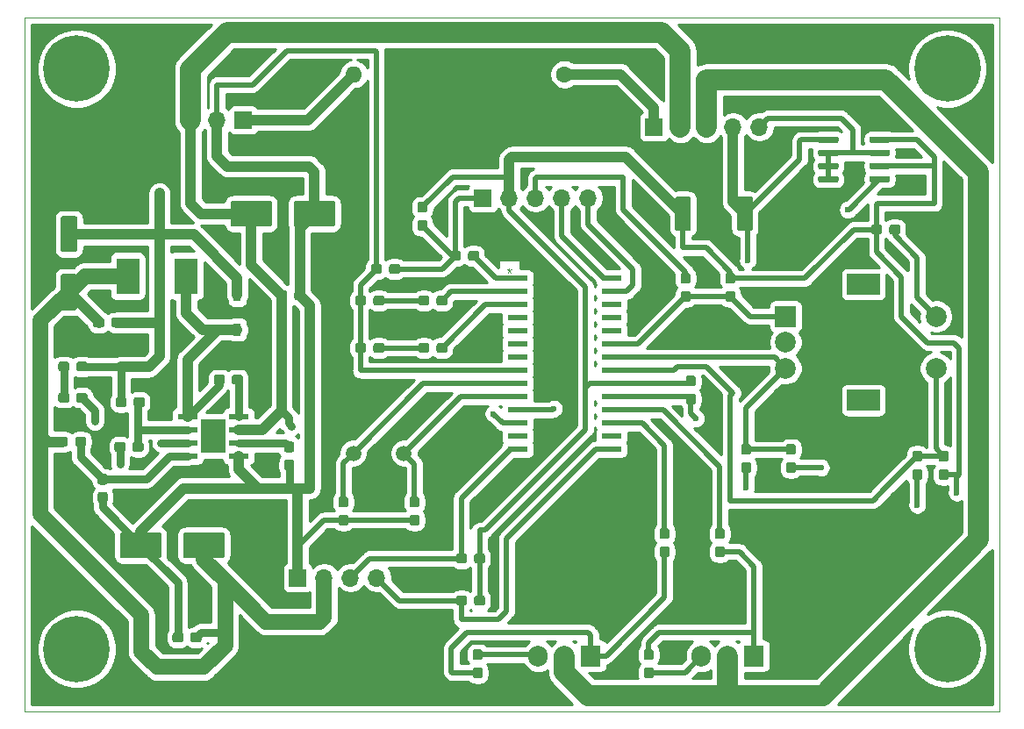
<source format=gbr>
G04 #@! TF.GenerationSoftware,KiCad,Pcbnew,5.1.5*
G04 #@! TF.CreationDate,2019-12-15T00:46:23+02:00*
G04 #@! TF.ProjectId,hakko_907,68616b6b-6f5f-4393-9037-2e6b69636164,rev?*
G04 #@! TF.SameCoordinates,Original*
G04 #@! TF.FileFunction,Copper,L1,Top*
G04 #@! TF.FilePolarity,Positive*
%FSLAX46Y46*%
G04 Gerber Fmt 4.6, Leading zero omitted, Abs format (unit mm)*
G04 Created by KiCad (PCBNEW 5.1.5) date 2019-12-15 00:46:23*
%MOMM*%
%LPD*%
G04 APERTURE LIST*
%ADD10C,0.100000*%
%ADD11C,0.050000*%
%ADD12C,1.500000*%
%ADD13R,1.981200X0.558800*%
%ADD14R,2.410000X3.300000*%
%ADD15R,1.970000X0.600000*%
%ADD16R,2.000000X2.000000*%
%ADD17C,2.000000*%
%ADD18R,3.200000X2.000000*%
%ADD19O,1.600000X1.600000*%
%ADD20C,1.600000*%
%ADD21O,1.905000X2.000000*%
%ADD22R,1.905000X2.000000*%
%ADD23R,2.260600X3.505200*%
%ADD24O,1.700000X1.700000*%
%ADD25R,1.700000X1.700000*%
%ADD26R,0.730000X1.210000*%
%ADD27C,6.400000*%
%ADD28C,0.800000*%
%ADD29C,0.600000*%
%ADD30C,0.500000*%
%ADD31C,0.750000*%
%ADD32C,1.000000*%
%ADD33C,2.000000*%
%ADD34C,1.500000*%
%ADD35C,0.254000*%
G04 APERTURE END LIST*
D10*
X111000000Y-118000000D02*
X111000000Y-51054000D01*
X111000000Y-51054000D02*
X205000000Y-51054000D01*
X205000000Y-118000000D02*
X111000000Y-118000000D01*
X205000000Y-51054000D02*
X205000000Y-118000000D01*
D11*
X157734000Y-75237580D02*
X157734000Y-75475676D01*
X157495904Y-75380438D02*
X157734000Y-75475676D01*
X157972095Y-75380438D01*
X157591142Y-75666152D02*
X157734000Y-75475676D01*
X157876857Y-75666152D01*
G04 #@! TA.AperFunction,SMDPad,CuDef*
D10*
G36*
X194312703Y-62545722D02*
G01*
X194327264Y-62547882D01*
X194341543Y-62551459D01*
X194355403Y-62556418D01*
X194368710Y-62562712D01*
X194381336Y-62570280D01*
X194393159Y-62579048D01*
X194404066Y-62588934D01*
X194413952Y-62599841D01*
X194422720Y-62611664D01*
X194430288Y-62624290D01*
X194436582Y-62637597D01*
X194441541Y-62651457D01*
X194445118Y-62665736D01*
X194447278Y-62680297D01*
X194448000Y-62695000D01*
X194448000Y-62995000D01*
X194447278Y-63009703D01*
X194445118Y-63024264D01*
X194441541Y-63038543D01*
X194436582Y-63052403D01*
X194430288Y-63065710D01*
X194422720Y-63078336D01*
X194413952Y-63090159D01*
X194404066Y-63101066D01*
X194393159Y-63110952D01*
X194381336Y-63119720D01*
X194368710Y-63127288D01*
X194355403Y-63133582D01*
X194341543Y-63138541D01*
X194327264Y-63142118D01*
X194312703Y-63144278D01*
X194298000Y-63145000D01*
X192648000Y-63145000D01*
X192633297Y-63144278D01*
X192618736Y-63142118D01*
X192604457Y-63138541D01*
X192590597Y-63133582D01*
X192577290Y-63127288D01*
X192564664Y-63119720D01*
X192552841Y-63110952D01*
X192541934Y-63101066D01*
X192532048Y-63090159D01*
X192523280Y-63078336D01*
X192515712Y-63065710D01*
X192509418Y-63052403D01*
X192504459Y-63038543D01*
X192500882Y-63024264D01*
X192498722Y-63009703D01*
X192498000Y-62995000D01*
X192498000Y-62695000D01*
X192498722Y-62680297D01*
X192500882Y-62665736D01*
X192504459Y-62651457D01*
X192509418Y-62637597D01*
X192515712Y-62624290D01*
X192523280Y-62611664D01*
X192532048Y-62599841D01*
X192541934Y-62588934D01*
X192552841Y-62579048D01*
X192564664Y-62570280D01*
X192577290Y-62562712D01*
X192590597Y-62556418D01*
X192604457Y-62551459D01*
X192618736Y-62547882D01*
X192633297Y-62545722D01*
X192648000Y-62545000D01*
X194298000Y-62545000D01*
X194312703Y-62545722D01*
G37*
G04 #@! TD.AperFunction*
G04 #@! TA.AperFunction,SMDPad,CuDef*
G36*
X194312703Y-63815722D02*
G01*
X194327264Y-63817882D01*
X194341543Y-63821459D01*
X194355403Y-63826418D01*
X194368710Y-63832712D01*
X194381336Y-63840280D01*
X194393159Y-63849048D01*
X194404066Y-63858934D01*
X194413952Y-63869841D01*
X194422720Y-63881664D01*
X194430288Y-63894290D01*
X194436582Y-63907597D01*
X194441541Y-63921457D01*
X194445118Y-63935736D01*
X194447278Y-63950297D01*
X194448000Y-63965000D01*
X194448000Y-64265000D01*
X194447278Y-64279703D01*
X194445118Y-64294264D01*
X194441541Y-64308543D01*
X194436582Y-64322403D01*
X194430288Y-64335710D01*
X194422720Y-64348336D01*
X194413952Y-64360159D01*
X194404066Y-64371066D01*
X194393159Y-64380952D01*
X194381336Y-64389720D01*
X194368710Y-64397288D01*
X194355403Y-64403582D01*
X194341543Y-64408541D01*
X194327264Y-64412118D01*
X194312703Y-64414278D01*
X194298000Y-64415000D01*
X192648000Y-64415000D01*
X192633297Y-64414278D01*
X192618736Y-64412118D01*
X192604457Y-64408541D01*
X192590597Y-64403582D01*
X192577290Y-64397288D01*
X192564664Y-64389720D01*
X192552841Y-64380952D01*
X192541934Y-64371066D01*
X192532048Y-64360159D01*
X192523280Y-64348336D01*
X192515712Y-64335710D01*
X192509418Y-64322403D01*
X192504459Y-64308543D01*
X192500882Y-64294264D01*
X192498722Y-64279703D01*
X192498000Y-64265000D01*
X192498000Y-63965000D01*
X192498722Y-63950297D01*
X192500882Y-63935736D01*
X192504459Y-63921457D01*
X192509418Y-63907597D01*
X192515712Y-63894290D01*
X192523280Y-63881664D01*
X192532048Y-63869841D01*
X192541934Y-63858934D01*
X192552841Y-63849048D01*
X192564664Y-63840280D01*
X192577290Y-63832712D01*
X192590597Y-63826418D01*
X192604457Y-63821459D01*
X192618736Y-63817882D01*
X192633297Y-63815722D01*
X192648000Y-63815000D01*
X194298000Y-63815000D01*
X194312703Y-63815722D01*
G37*
G04 #@! TD.AperFunction*
G04 #@! TA.AperFunction,SMDPad,CuDef*
G36*
X194312703Y-65085722D02*
G01*
X194327264Y-65087882D01*
X194341543Y-65091459D01*
X194355403Y-65096418D01*
X194368710Y-65102712D01*
X194381336Y-65110280D01*
X194393159Y-65119048D01*
X194404066Y-65128934D01*
X194413952Y-65139841D01*
X194422720Y-65151664D01*
X194430288Y-65164290D01*
X194436582Y-65177597D01*
X194441541Y-65191457D01*
X194445118Y-65205736D01*
X194447278Y-65220297D01*
X194448000Y-65235000D01*
X194448000Y-65535000D01*
X194447278Y-65549703D01*
X194445118Y-65564264D01*
X194441541Y-65578543D01*
X194436582Y-65592403D01*
X194430288Y-65605710D01*
X194422720Y-65618336D01*
X194413952Y-65630159D01*
X194404066Y-65641066D01*
X194393159Y-65650952D01*
X194381336Y-65659720D01*
X194368710Y-65667288D01*
X194355403Y-65673582D01*
X194341543Y-65678541D01*
X194327264Y-65682118D01*
X194312703Y-65684278D01*
X194298000Y-65685000D01*
X192648000Y-65685000D01*
X192633297Y-65684278D01*
X192618736Y-65682118D01*
X192604457Y-65678541D01*
X192590597Y-65673582D01*
X192577290Y-65667288D01*
X192564664Y-65659720D01*
X192552841Y-65650952D01*
X192541934Y-65641066D01*
X192532048Y-65630159D01*
X192523280Y-65618336D01*
X192515712Y-65605710D01*
X192509418Y-65592403D01*
X192504459Y-65578543D01*
X192500882Y-65564264D01*
X192498722Y-65549703D01*
X192498000Y-65535000D01*
X192498000Y-65235000D01*
X192498722Y-65220297D01*
X192500882Y-65205736D01*
X192504459Y-65191457D01*
X192509418Y-65177597D01*
X192515712Y-65164290D01*
X192523280Y-65151664D01*
X192532048Y-65139841D01*
X192541934Y-65128934D01*
X192552841Y-65119048D01*
X192564664Y-65110280D01*
X192577290Y-65102712D01*
X192590597Y-65096418D01*
X192604457Y-65091459D01*
X192618736Y-65087882D01*
X192633297Y-65085722D01*
X192648000Y-65085000D01*
X194298000Y-65085000D01*
X194312703Y-65085722D01*
G37*
G04 #@! TD.AperFunction*
G04 #@! TA.AperFunction,SMDPad,CuDef*
G36*
X194312703Y-66355722D02*
G01*
X194327264Y-66357882D01*
X194341543Y-66361459D01*
X194355403Y-66366418D01*
X194368710Y-66372712D01*
X194381336Y-66380280D01*
X194393159Y-66389048D01*
X194404066Y-66398934D01*
X194413952Y-66409841D01*
X194422720Y-66421664D01*
X194430288Y-66434290D01*
X194436582Y-66447597D01*
X194441541Y-66461457D01*
X194445118Y-66475736D01*
X194447278Y-66490297D01*
X194448000Y-66505000D01*
X194448000Y-66805000D01*
X194447278Y-66819703D01*
X194445118Y-66834264D01*
X194441541Y-66848543D01*
X194436582Y-66862403D01*
X194430288Y-66875710D01*
X194422720Y-66888336D01*
X194413952Y-66900159D01*
X194404066Y-66911066D01*
X194393159Y-66920952D01*
X194381336Y-66929720D01*
X194368710Y-66937288D01*
X194355403Y-66943582D01*
X194341543Y-66948541D01*
X194327264Y-66952118D01*
X194312703Y-66954278D01*
X194298000Y-66955000D01*
X192648000Y-66955000D01*
X192633297Y-66954278D01*
X192618736Y-66952118D01*
X192604457Y-66948541D01*
X192590597Y-66943582D01*
X192577290Y-66937288D01*
X192564664Y-66929720D01*
X192552841Y-66920952D01*
X192541934Y-66911066D01*
X192532048Y-66900159D01*
X192523280Y-66888336D01*
X192515712Y-66875710D01*
X192509418Y-66862403D01*
X192504459Y-66848543D01*
X192500882Y-66834264D01*
X192498722Y-66819703D01*
X192498000Y-66805000D01*
X192498000Y-66505000D01*
X192498722Y-66490297D01*
X192500882Y-66475736D01*
X192504459Y-66461457D01*
X192509418Y-66447597D01*
X192515712Y-66434290D01*
X192523280Y-66421664D01*
X192532048Y-66409841D01*
X192541934Y-66398934D01*
X192552841Y-66389048D01*
X192564664Y-66380280D01*
X192577290Y-66372712D01*
X192590597Y-66366418D01*
X192604457Y-66361459D01*
X192618736Y-66357882D01*
X192633297Y-66355722D01*
X192648000Y-66355000D01*
X194298000Y-66355000D01*
X194312703Y-66355722D01*
G37*
G04 #@! TD.AperFunction*
G04 #@! TA.AperFunction,SMDPad,CuDef*
G36*
X189362703Y-66355722D02*
G01*
X189377264Y-66357882D01*
X189391543Y-66361459D01*
X189405403Y-66366418D01*
X189418710Y-66372712D01*
X189431336Y-66380280D01*
X189443159Y-66389048D01*
X189454066Y-66398934D01*
X189463952Y-66409841D01*
X189472720Y-66421664D01*
X189480288Y-66434290D01*
X189486582Y-66447597D01*
X189491541Y-66461457D01*
X189495118Y-66475736D01*
X189497278Y-66490297D01*
X189498000Y-66505000D01*
X189498000Y-66805000D01*
X189497278Y-66819703D01*
X189495118Y-66834264D01*
X189491541Y-66848543D01*
X189486582Y-66862403D01*
X189480288Y-66875710D01*
X189472720Y-66888336D01*
X189463952Y-66900159D01*
X189454066Y-66911066D01*
X189443159Y-66920952D01*
X189431336Y-66929720D01*
X189418710Y-66937288D01*
X189405403Y-66943582D01*
X189391543Y-66948541D01*
X189377264Y-66952118D01*
X189362703Y-66954278D01*
X189348000Y-66955000D01*
X187698000Y-66955000D01*
X187683297Y-66954278D01*
X187668736Y-66952118D01*
X187654457Y-66948541D01*
X187640597Y-66943582D01*
X187627290Y-66937288D01*
X187614664Y-66929720D01*
X187602841Y-66920952D01*
X187591934Y-66911066D01*
X187582048Y-66900159D01*
X187573280Y-66888336D01*
X187565712Y-66875710D01*
X187559418Y-66862403D01*
X187554459Y-66848543D01*
X187550882Y-66834264D01*
X187548722Y-66819703D01*
X187548000Y-66805000D01*
X187548000Y-66505000D01*
X187548722Y-66490297D01*
X187550882Y-66475736D01*
X187554459Y-66461457D01*
X187559418Y-66447597D01*
X187565712Y-66434290D01*
X187573280Y-66421664D01*
X187582048Y-66409841D01*
X187591934Y-66398934D01*
X187602841Y-66389048D01*
X187614664Y-66380280D01*
X187627290Y-66372712D01*
X187640597Y-66366418D01*
X187654457Y-66361459D01*
X187668736Y-66357882D01*
X187683297Y-66355722D01*
X187698000Y-66355000D01*
X189348000Y-66355000D01*
X189362703Y-66355722D01*
G37*
G04 #@! TD.AperFunction*
G04 #@! TA.AperFunction,SMDPad,CuDef*
G36*
X189362703Y-65085722D02*
G01*
X189377264Y-65087882D01*
X189391543Y-65091459D01*
X189405403Y-65096418D01*
X189418710Y-65102712D01*
X189431336Y-65110280D01*
X189443159Y-65119048D01*
X189454066Y-65128934D01*
X189463952Y-65139841D01*
X189472720Y-65151664D01*
X189480288Y-65164290D01*
X189486582Y-65177597D01*
X189491541Y-65191457D01*
X189495118Y-65205736D01*
X189497278Y-65220297D01*
X189498000Y-65235000D01*
X189498000Y-65535000D01*
X189497278Y-65549703D01*
X189495118Y-65564264D01*
X189491541Y-65578543D01*
X189486582Y-65592403D01*
X189480288Y-65605710D01*
X189472720Y-65618336D01*
X189463952Y-65630159D01*
X189454066Y-65641066D01*
X189443159Y-65650952D01*
X189431336Y-65659720D01*
X189418710Y-65667288D01*
X189405403Y-65673582D01*
X189391543Y-65678541D01*
X189377264Y-65682118D01*
X189362703Y-65684278D01*
X189348000Y-65685000D01*
X187698000Y-65685000D01*
X187683297Y-65684278D01*
X187668736Y-65682118D01*
X187654457Y-65678541D01*
X187640597Y-65673582D01*
X187627290Y-65667288D01*
X187614664Y-65659720D01*
X187602841Y-65650952D01*
X187591934Y-65641066D01*
X187582048Y-65630159D01*
X187573280Y-65618336D01*
X187565712Y-65605710D01*
X187559418Y-65592403D01*
X187554459Y-65578543D01*
X187550882Y-65564264D01*
X187548722Y-65549703D01*
X187548000Y-65535000D01*
X187548000Y-65235000D01*
X187548722Y-65220297D01*
X187550882Y-65205736D01*
X187554459Y-65191457D01*
X187559418Y-65177597D01*
X187565712Y-65164290D01*
X187573280Y-65151664D01*
X187582048Y-65139841D01*
X187591934Y-65128934D01*
X187602841Y-65119048D01*
X187614664Y-65110280D01*
X187627290Y-65102712D01*
X187640597Y-65096418D01*
X187654457Y-65091459D01*
X187668736Y-65087882D01*
X187683297Y-65085722D01*
X187698000Y-65085000D01*
X189348000Y-65085000D01*
X189362703Y-65085722D01*
G37*
G04 #@! TD.AperFunction*
G04 #@! TA.AperFunction,SMDPad,CuDef*
G36*
X189362703Y-63815722D02*
G01*
X189377264Y-63817882D01*
X189391543Y-63821459D01*
X189405403Y-63826418D01*
X189418710Y-63832712D01*
X189431336Y-63840280D01*
X189443159Y-63849048D01*
X189454066Y-63858934D01*
X189463952Y-63869841D01*
X189472720Y-63881664D01*
X189480288Y-63894290D01*
X189486582Y-63907597D01*
X189491541Y-63921457D01*
X189495118Y-63935736D01*
X189497278Y-63950297D01*
X189498000Y-63965000D01*
X189498000Y-64265000D01*
X189497278Y-64279703D01*
X189495118Y-64294264D01*
X189491541Y-64308543D01*
X189486582Y-64322403D01*
X189480288Y-64335710D01*
X189472720Y-64348336D01*
X189463952Y-64360159D01*
X189454066Y-64371066D01*
X189443159Y-64380952D01*
X189431336Y-64389720D01*
X189418710Y-64397288D01*
X189405403Y-64403582D01*
X189391543Y-64408541D01*
X189377264Y-64412118D01*
X189362703Y-64414278D01*
X189348000Y-64415000D01*
X187698000Y-64415000D01*
X187683297Y-64414278D01*
X187668736Y-64412118D01*
X187654457Y-64408541D01*
X187640597Y-64403582D01*
X187627290Y-64397288D01*
X187614664Y-64389720D01*
X187602841Y-64380952D01*
X187591934Y-64371066D01*
X187582048Y-64360159D01*
X187573280Y-64348336D01*
X187565712Y-64335710D01*
X187559418Y-64322403D01*
X187554459Y-64308543D01*
X187550882Y-64294264D01*
X187548722Y-64279703D01*
X187548000Y-64265000D01*
X187548000Y-63965000D01*
X187548722Y-63950297D01*
X187550882Y-63935736D01*
X187554459Y-63921457D01*
X187559418Y-63907597D01*
X187565712Y-63894290D01*
X187573280Y-63881664D01*
X187582048Y-63869841D01*
X187591934Y-63858934D01*
X187602841Y-63849048D01*
X187614664Y-63840280D01*
X187627290Y-63832712D01*
X187640597Y-63826418D01*
X187654457Y-63821459D01*
X187668736Y-63817882D01*
X187683297Y-63815722D01*
X187698000Y-63815000D01*
X189348000Y-63815000D01*
X189362703Y-63815722D01*
G37*
G04 #@! TD.AperFunction*
G04 #@! TA.AperFunction,SMDPad,CuDef*
G36*
X189362703Y-62545722D02*
G01*
X189377264Y-62547882D01*
X189391543Y-62551459D01*
X189405403Y-62556418D01*
X189418710Y-62562712D01*
X189431336Y-62570280D01*
X189443159Y-62579048D01*
X189454066Y-62588934D01*
X189463952Y-62599841D01*
X189472720Y-62611664D01*
X189480288Y-62624290D01*
X189486582Y-62637597D01*
X189491541Y-62651457D01*
X189495118Y-62665736D01*
X189497278Y-62680297D01*
X189498000Y-62695000D01*
X189498000Y-62995000D01*
X189497278Y-63009703D01*
X189495118Y-63024264D01*
X189491541Y-63038543D01*
X189486582Y-63052403D01*
X189480288Y-63065710D01*
X189472720Y-63078336D01*
X189463952Y-63090159D01*
X189454066Y-63101066D01*
X189443159Y-63110952D01*
X189431336Y-63119720D01*
X189418710Y-63127288D01*
X189405403Y-63133582D01*
X189391543Y-63138541D01*
X189377264Y-63142118D01*
X189362703Y-63144278D01*
X189348000Y-63145000D01*
X187698000Y-63145000D01*
X187683297Y-63144278D01*
X187668736Y-63142118D01*
X187654457Y-63138541D01*
X187640597Y-63133582D01*
X187627290Y-63127288D01*
X187614664Y-63119720D01*
X187602841Y-63110952D01*
X187591934Y-63101066D01*
X187582048Y-63090159D01*
X187573280Y-63078336D01*
X187565712Y-63065710D01*
X187559418Y-63052403D01*
X187554459Y-63038543D01*
X187550882Y-63024264D01*
X187548722Y-63009703D01*
X187548000Y-62995000D01*
X187548000Y-62695000D01*
X187548722Y-62680297D01*
X187550882Y-62665736D01*
X187554459Y-62651457D01*
X187559418Y-62637597D01*
X187565712Y-62624290D01*
X187573280Y-62611664D01*
X187582048Y-62599841D01*
X187591934Y-62588934D01*
X187602841Y-62579048D01*
X187614664Y-62570280D01*
X187627290Y-62562712D01*
X187640597Y-62556418D01*
X187654457Y-62551459D01*
X187668736Y-62547882D01*
X187683297Y-62545722D01*
X187698000Y-62545000D01*
X189348000Y-62545000D01*
X189362703Y-62545722D01*
G37*
G04 #@! TD.AperFunction*
G04 #@! TA.AperFunction,SMDPad,CuDef*
G36*
X181010005Y-68326204D02*
G01*
X181034273Y-68329804D01*
X181058072Y-68335765D01*
X181081171Y-68344030D01*
X181103350Y-68354520D01*
X181124393Y-68367132D01*
X181144099Y-68381747D01*
X181162277Y-68398223D01*
X181178753Y-68416401D01*
X181193368Y-68436107D01*
X181205980Y-68457150D01*
X181216470Y-68479329D01*
X181224735Y-68502428D01*
X181230696Y-68526227D01*
X181234296Y-68550495D01*
X181235500Y-68574999D01*
X181235500Y-71425001D01*
X181234296Y-71449505D01*
X181230696Y-71473773D01*
X181224735Y-71497572D01*
X181216470Y-71520671D01*
X181205980Y-71542850D01*
X181193368Y-71563893D01*
X181178753Y-71583599D01*
X181162277Y-71601777D01*
X181144099Y-71618253D01*
X181124393Y-71632868D01*
X181103350Y-71645480D01*
X181081171Y-71655970D01*
X181058072Y-71664235D01*
X181034273Y-71670196D01*
X181010005Y-71673796D01*
X180985501Y-71675000D01*
X179960499Y-71675000D01*
X179935995Y-71673796D01*
X179911727Y-71670196D01*
X179887928Y-71664235D01*
X179864829Y-71655970D01*
X179842650Y-71645480D01*
X179821607Y-71632868D01*
X179801901Y-71618253D01*
X179783723Y-71601777D01*
X179767247Y-71583599D01*
X179752632Y-71563893D01*
X179740020Y-71542850D01*
X179729530Y-71520671D01*
X179721265Y-71497572D01*
X179715304Y-71473773D01*
X179711704Y-71449505D01*
X179710500Y-71425001D01*
X179710500Y-68574999D01*
X179711704Y-68550495D01*
X179715304Y-68526227D01*
X179721265Y-68502428D01*
X179729530Y-68479329D01*
X179740020Y-68457150D01*
X179752632Y-68436107D01*
X179767247Y-68416401D01*
X179783723Y-68398223D01*
X179801901Y-68381747D01*
X179821607Y-68367132D01*
X179842650Y-68354520D01*
X179864829Y-68344030D01*
X179887928Y-68335765D01*
X179911727Y-68329804D01*
X179935995Y-68326204D01*
X179960499Y-68325000D01*
X180985501Y-68325000D01*
X181010005Y-68326204D01*
G37*
G04 #@! TD.AperFunction*
G04 #@! TA.AperFunction,SMDPad,CuDef*
G36*
X175035005Y-68326204D02*
G01*
X175059273Y-68329804D01*
X175083072Y-68335765D01*
X175106171Y-68344030D01*
X175128350Y-68354520D01*
X175149393Y-68367132D01*
X175169099Y-68381747D01*
X175187277Y-68398223D01*
X175203753Y-68416401D01*
X175218368Y-68436107D01*
X175230980Y-68457150D01*
X175241470Y-68479329D01*
X175249735Y-68502428D01*
X175255696Y-68526227D01*
X175259296Y-68550495D01*
X175260500Y-68574999D01*
X175260500Y-71425001D01*
X175259296Y-71449505D01*
X175255696Y-71473773D01*
X175249735Y-71497572D01*
X175241470Y-71520671D01*
X175230980Y-71542850D01*
X175218368Y-71563893D01*
X175203753Y-71583599D01*
X175187277Y-71601777D01*
X175169099Y-71618253D01*
X175149393Y-71632868D01*
X175128350Y-71645480D01*
X175106171Y-71655970D01*
X175083072Y-71664235D01*
X175059273Y-71670196D01*
X175035005Y-71673796D01*
X175010501Y-71675000D01*
X173985499Y-71675000D01*
X173960995Y-71673796D01*
X173936727Y-71670196D01*
X173912928Y-71664235D01*
X173889829Y-71655970D01*
X173867650Y-71645480D01*
X173846607Y-71632868D01*
X173826901Y-71618253D01*
X173808723Y-71601777D01*
X173792247Y-71583599D01*
X173777632Y-71563893D01*
X173765020Y-71542850D01*
X173754530Y-71520671D01*
X173746265Y-71497572D01*
X173740304Y-71473773D01*
X173736704Y-71449505D01*
X173735500Y-71425001D01*
X173735500Y-68574999D01*
X173736704Y-68550495D01*
X173740304Y-68526227D01*
X173746265Y-68502428D01*
X173754530Y-68479329D01*
X173765020Y-68457150D01*
X173777632Y-68436107D01*
X173792247Y-68416401D01*
X173808723Y-68398223D01*
X173826901Y-68381747D01*
X173846607Y-68367132D01*
X173867650Y-68354520D01*
X173889829Y-68344030D01*
X173912928Y-68335765D01*
X173936727Y-68329804D01*
X173960995Y-68326204D01*
X173985499Y-68325000D01*
X175010501Y-68325000D01*
X175035005Y-68326204D01*
G37*
G04 #@! TD.AperFunction*
G04 #@! TA.AperFunction,SMDPad,CuDef*
G36*
X115822504Y-70201204D02*
G01*
X115846773Y-70204804D01*
X115870571Y-70210765D01*
X115893671Y-70219030D01*
X115915849Y-70229520D01*
X115936893Y-70242133D01*
X115956598Y-70256747D01*
X115974777Y-70273223D01*
X115991253Y-70291402D01*
X116005867Y-70311107D01*
X116018480Y-70332151D01*
X116028970Y-70354329D01*
X116037235Y-70377429D01*
X116043196Y-70401227D01*
X116046796Y-70425496D01*
X116048000Y-70450000D01*
X116048000Y-73450000D01*
X116046796Y-73474504D01*
X116043196Y-73498773D01*
X116037235Y-73522571D01*
X116028970Y-73545671D01*
X116018480Y-73567849D01*
X116005867Y-73588893D01*
X115991253Y-73608598D01*
X115974777Y-73626777D01*
X115956598Y-73643253D01*
X115936893Y-73657867D01*
X115915849Y-73670480D01*
X115893671Y-73680970D01*
X115870571Y-73689235D01*
X115846773Y-73695196D01*
X115822504Y-73698796D01*
X115798000Y-73700000D01*
X114698000Y-73700000D01*
X114673496Y-73698796D01*
X114649227Y-73695196D01*
X114625429Y-73689235D01*
X114602329Y-73680970D01*
X114580151Y-73670480D01*
X114559107Y-73657867D01*
X114539402Y-73643253D01*
X114521223Y-73626777D01*
X114504747Y-73608598D01*
X114490133Y-73588893D01*
X114477520Y-73567849D01*
X114467030Y-73545671D01*
X114458765Y-73522571D01*
X114452804Y-73498773D01*
X114449204Y-73474504D01*
X114448000Y-73450000D01*
X114448000Y-70450000D01*
X114449204Y-70425496D01*
X114452804Y-70401227D01*
X114458765Y-70377429D01*
X114467030Y-70354329D01*
X114477520Y-70332151D01*
X114490133Y-70311107D01*
X114504747Y-70291402D01*
X114521223Y-70273223D01*
X114539402Y-70256747D01*
X114559107Y-70242133D01*
X114580151Y-70229520D01*
X114602329Y-70219030D01*
X114625429Y-70210765D01*
X114649227Y-70204804D01*
X114673496Y-70201204D01*
X114698000Y-70200000D01*
X115798000Y-70200000D01*
X115822504Y-70201204D01*
G37*
G04 #@! TD.AperFunction*
G04 #@! TA.AperFunction,SMDPad,CuDef*
G36*
X115822504Y-75801204D02*
G01*
X115846773Y-75804804D01*
X115870571Y-75810765D01*
X115893671Y-75819030D01*
X115915849Y-75829520D01*
X115936893Y-75842133D01*
X115956598Y-75856747D01*
X115974777Y-75873223D01*
X115991253Y-75891402D01*
X116005867Y-75911107D01*
X116018480Y-75932151D01*
X116028970Y-75954329D01*
X116037235Y-75977429D01*
X116043196Y-76001227D01*
X116046796Y-76025496D01*
X116048000Y-76050000D01*
X116048000Y-79050000D01*
X116046796Y-79074504D01*
X116043196Y-79098773D01*
X116037235Y-79122571D01*
X116028970Y-79145671D01*
X116018480Y-79167849D01*
X116005867Y-79188893D01*
X115991253Y-79208598D01*
X115974777Y-79226777D01*
X115956598Y-79243253D01*
X115936893Y-79257867D01*
X115915849Y-79270480D01*
X115893671Y-79280970D01*
X115870571Y-79289235D01*
X115846773Y-79295196D01*
X115822504Y-79298796D01*
X115798000Y-79300000D01*
X114698000Y-79300000D01*
X114673496Y-79298796D01*
X114649227Y-79295196D01*
X114625429Y-79289235D01*
X114602329Y-79280970D01*
X114580151Y-79270480D01*
X114559107Y-79257867D01*
X114539402Y-79243253D01*
X114521223Y-79226777D01*
X114504747Y-79208598D01*
X114490133Y-79188893D01*
X114477520Y-79167849D01*
X114467030Y-79145671D01*
X114458765Y-79122571D01*
X114452804Y-79098773D01*
X114449204Y-79074504D01*
X114448000Y-79050000D01*
X114448000Y-76050000D01*
X114449204Y-76025496D01*
X114452804Y-76001227D01*
X114458765Y-75977429D01*
X114467030Y-75954329D01*
X114477520Y-75932151D01*
X114490133Y-75911107D01*
X114504747Y-75891402D01*
X114521223Y-75873223D01*
X114539402Y-75856747D01*
X114559107Y-75842133D01*
X114580151Y-75829520D01*
X114602329Y-75819030D01*
X114625429Y-75810765D01*
X114649227Y-75804804D01*
X114673496Y-75801204D01*
X114698000Y-75800000D01*
X115798000Y-75800000D01*
X115822504Y-75801204D01*
G37*
G04 #@! TD.AperFunction*
G04 #@! TA.AperFunction,SMDPad,CuDef*
G36*
X122227779Y-92022144D02*
G01*
X122250834Y-92025563D01*
X122273443Y-92031227D01*
X122295387Y-92039079D01*
X122316457Y-92049044D01*
X122336448Y-92061026D01*
X122355168Y-92074910D01*
X122372438Y-92090562D01*
X122388090Y-92107832D01*
X122401974Y-92126552D01*
X122413956Y-92146543D01*
X122423921Y-92167613D01*
X122431773Y-92189557D01*
X122437437Y-92212166D01*
X122440856Y-92235221D01*
X122442000Y-92258500D01*
X122442000Y-92733500D01*
X122440856Y-92756779D01*
X122437437Y-92779834D01*
X122431773Y-92802443D01*
X122423921Y-92824387D01*
X122413956Y-92845457D01*
X122401974Y-92865448D01*
X122388090Y-92884168D01*
X122372438Y-92901438D01*
X122355168Y-92917090D01*
X122336448Y-92930974D01*
X122316457Y-92942956D01*
X122295387Y-92952921D01*
X122273443Y-92960773D01*
X122250834Y-92966437D01*
X122227779Y-92969856D01*
X122204500Y-92971000D01*
X121629500Y-92971000D01*
X121606221Y-92969856D01*
X121583166Y-92966437D01*
X121560557Y-92960773D01*
X121538613Y-92952921D01*
X121517543Y-92942956D01*
X121497552Y-92930974D01*
X121478832Y-92917090D01*
X121461562Y-92901438D01*
X121445910Y-92884168D01*
X121432026Y-92865448D01*
X121420044Y-92845457D01*
X121410079Y-92824387D01*
X121402227Y-92802443D01*
X121396563Y-92779834D01*
X121393144Y-92756779D01*
X121392000Y-92733500D01*
X121392000Y-92258500D01*
X121393144Y-92235221D01*
X121396563Y-92212166D01*
X121402227Y-92189557D01*
X121410079Y-92167613D01*
X121420044Y-92146543D01*
X121432026Y-92126552D01*
X121445910Y-92107832D01*
X121461562Y-92090562D01*
X121478832Y-92074910D01*
X121497552Y-92061026D01*
X121517543Y-92049044D01*
X121538613Y-92039079D01*
X121560557Y-92031227D01*
X121583166Y-92025563D01*
X121606221Y-92022144D01*
X121629500Y-92021000D01*
X122204500Y-92021000D01*
X122227779Y-92022144D01*
G37*
G04 #@! TD.AperFunction*
G04 #@! TA.AperFunction,SMDPad,CuDef*
G36*
X120477779Y-92022144D02*
G01*
X120500834Y-92025563D01*
X120523443Y-92031227D01*
X120545387Y-92039079D01*
X120566457Y-92049044D01*
X120586448Y-92061026D01*
X120605168Y-92074910D01*
X120622438Y-92090562D01*
X120638090Y-92107832D01*
X120651974Y-92126552D01*
X120663956Y-92146543D01*
X120673921Y-92167613D01*
X120681773Y-92189557D01*
X120687437Y-92212166D01*
X120690856Y-92235221D01*
X120692000Y-92258500D01*
X120692000Y-92733500D01*
X120690856Y-92756779D01*
X120687437Y-92779834D01*
X120681773Y-92802443D01*
X120673921Y-92824387D01*
X120663956Y-92845457D01*
X120651974Y-92865448D01*
X120638090Y-92884168D01*
X120622438Y-92901438D01*
X120605168Y-92917090D01*
X120586448Y-92930974D01*
X120566457Y-92942956D01*
X120545387Y-92952921D01*
X120523443Y-92960773D01*
X120500834Y-92966437D01*
X120477779Y-92969856D01*
X120454500Y-92971000D01*
X119879500Y-92971000D01*
X119856221Y-92969856D01*
X119833166Y-92966437D01*
X119810557Y-92960773D01*
X119788613Y-92952921D01*
X119767543Y-92942956D01*
X119747552Y-92930974D01*
X119728832Y-92917090D01*
X119711562Y-92901438D01*
X119695910Y-92884168D01*
X119682026Y-92865448D01*
X119670044Y-92845457D01*
X119660079Y-92824387D01*
X119652227Y-92802443D01*
X119646563Y-92779834D01*
X119643144Y-92756779D01*
X119642000Y-92733500D01*
X119642000Y-92258500D01*
X119643144Y-92235221D01*
X119646563Y-92212166D01*
X119652227Y-92189557D01*
X119660079Y-92167613D01*
X119670044Y-92146543D01*
X119682026Y-92126552D01*
X119695910Y-92107832D01*
X119711562Y-92090562D01*
X119728832Y-92074910D01*
X119747552Y-92061026D01*
X119767543Y-92049044D01*
X119788613Y-92039079D01*
X119810557Y-92031227D01*
X119833166Y-92025563D01*
X119856221Y-92022144D01*
X119879500Y-92021000D01*
X120454500Y-92021000D01*
X120477779Y-92022144D01*
G37*
G04 #@! TD.AperFunction*
D12*
X142694000Y-93108000D03*
X147574000Y-93108000D03*
D13*
X167589200Y-76217000D03*
X167589200Y-77487000D03*
X167589200Y-78757000D03*
X167589200Y-80027000D03*
X167589200Y-81297000D03*
X167589200Y-82567000D03*
X167589200Y-83837000D03*
X167589200Y-85107000D03*
X167589200Y-86377000D03*
X167589200Y-87647000D03*
X167589200Y-88917000D03*
X167589200Y-90187000D03*
X167589200Y-91457000D03*
X167589200Y-92727000D03*
X158546800Y-92727000D03*
X158546800Y-91457000D03*
X158546800Y-90187000D03*
X158546800Y-88917000D03*
X158546800Y-87647000D03*
X158546800Y-86377000D03*
X158546800Y-85107000D03*
X158546800Y-83837000D03*
X158546800Y-82567000D03*
X158546800Y-81297000D03*
X158546800Y-80027000D03*
X158546800Y-78757000D03*
X158546800Y-77487000D03*
X158546800Y-76217000D03*
D14*
X129170000Y-91480000D03*
D15*
X126695000Y-89575000D03*
X131645000Y-89575000D03*
X131645000Y-90845000D03*
X131645000Y-92115000D03*
X126695000Y-93385000D03*
X126695000Y-92115000D03*
X126695000Y-90845000D03*
X131645000Y-93385000D03*
D16*
X184404000Y-79900000D03*
D17*
X184404000Y-82400000D03*
X184404000Y-84900000D03*
D18*
X191904000Y-76800000D03*
X191904000Y-88000000D03*
D17*
X198904000Y-79900000D03*
X198904000Y-84900000D03*
G04 #@! TA.AperFunction,SMDPad,CuDef*
D10*
G36*
X115058779Y-84276144D02*
G01*
X115081834Y-84279563D01*
X115104443Y-84285227D01*
X115126387Y-84293079D01*
X115147457Y-84303044D01*
X115167448Y-84315026D01*
X115186168Y-84328910D01*
X115203438Y-84344562D01*
X115219090Y-84361832D01*
X115232974Y-84380552D01*
X115244956Y-84400543D01*
X115254921Y-84421613D01*
X115262773Y-84443557D01*
X115268437Y-84466166D01*
X115271856Y-84489221D01*
X115273000Y-84512500D01*
X115273000Y-84987500D01*
X115271856Y-85010779D01*
X115268437Y-85033834D01*
X115262773Y-85056443D01*
X115254921Y-85078387D01*
X115244956Y-85099457D01*
X115232974Y-85119448D01*
X115219090Y-85138168D01*
X115203438Y-85155438D01*
X115186168Y-85171090D01*
X115167448Y-85184974D01*
X115147457Y-85196956D01*
X115126387Y-85206921D01*
X115104443Y-85214773D01*
X115081834Y-85220437D01*
X115058779Y-85223856D01*
X115035500Y-85225000D01*
X114460500Y-85225000D01*
X114437221Y-85223856D01*
X114414166Y-85220437D01*
X114391557Y-85214773D01*
X114369613Y-85206921D01*
X114348543Y-85196956D01*
X114328552Y-85184974D01*
X114309832Y-85171090D01*
X114292562Y-85155438D01*
X114276910Y-85138168D01*
X114263026Y-85119448D01*
X114251044Y-85099457D01*
X114241079Y-85078387D01*
X114233227Y-85056443D01*
X114227563Y-85033834D01*
X114224144Y-85010779D01*
X114223000Y-84987500D01*
X114223000Y-84512500D01*
X114224144Y-84489221D01*
X114227563Y-84466166D01*
X114233227Y-84443557D01*
X114241079Y-84421613D01*
X114251044Y-84400543D01*
X114263026Y-84380552D01*
X114276910Y-84361832D01*
X114292562Y-84344562D01*
X114309832Y-84328910D01*
X114328552Y-84315026D01*
X114348543Y-84303044D01*
X114369613Y-84293079D01*
X114391557Y-84285227D01*
X114414166Y-84279563D01*
X114437221Y-84276144D01*
X114460500Y-84275000D01*
X115035500Y-84275000D01*
X115058779Y-84276144D01*
G37*
G04 #@! TD.AperFunction*
G04 #@! TA.AperFunction,SMDPad,CuDef*
G36*
X116808779Y-84276144D02*
G01*
X116831834Y-84279563D01*
X116854443Y-84285227D01*
X116876387Y-84293079D01*
X116897457Y-84303044D01*
X116917448Y-84315026D01*
X116936168Y-84328910D01*
X116953438Y-84344562D01*
X116969090Y-84361832D01*
X116982974Y-84380552D01*
X116994956Y-84400543D01*
X117004921Y-84421613D01*
X117012773Y-84443557D01*
X117018437Y-84466166D01*
X117021856Y-84489221D01*
X117023000Y-84512500D01*
X117023000Y-84987500D01*
X117021856Y-85010779D01*
X117018437Y-85033834D01*
X117012773Y-85056443D01*
X117004921Y-85078387D01*
X116994956Y-85099457D01*
X116982974Y-85119448D01*
X116969090Y-85138168D01*
X116953438Y-85155438D01*
X116936168Y-85171090D01*
X116917448Y-85184974D01*
X116897457Y-85196956D01*
X116876387Y-85206921D01*
X116854443Y-85214773D01*
X116831834Y-85220437D01*
X116808779Y-85223856D01*
X116785500Y-85225000D01*
X116210500Y-85225000D01*
X116187221Y-85223856D01*
X116164166Y-85220437D01*
X116141557Y-85214773D01*
X116119613Y-85206921D01*
X116098543Y-85196956D01*
X116078552Y-85184974D01*
X116059832Y-85171090D01*
X116042562Y-85155438D01*
X116026910Y-85138168D01*
X116013026Y-85119448D01*
X116001044Y-85099457D01*
X115991079Y-85078387D01*
X115983227Y-85056443D01*
X115977563Y-85033834D01*
X115974144Y-85010779D01*
X115973000Y-84987500D01*
X115973000Y-84512500D01*
X115974144Y-84489221D01*
X115977563Y-84466166D01*
X115983227Y-84443557D01*
X115991079Y-84421613D01*
X116001044Y-84400543D01*
X116013026Y-84380552D01*
X116026910Y-84361832D01*
X116042562Y-84344562D01*
X116059832Y-84328910D01*
X116078552Y-84315026D01*
X116098543Y-84303044D01*
X116119613Y-84293079D01*
X116141557Y-84285227D01*
X116164166Y-84279563D01*
X116187221Y-84276144D01*
X116210500Y-84275000D01*
X116785500Y-84275000D01*
X116808779Y-84276144D01*
G37*
G04 #@! TD.AperFunction*
G04 #@! TA.AperFunction,SMDPad,CuDef*
G36*
X136758779Y-93726144D02*
G01*
X136781834Y-93729563D01*
X136804443Y-93735227D01*
X136826387Y-93743079D01*
X136847457Y-93753044D01*
X136867448Y-93765026D01*
X136886168Y-93778910D01*
X136903438Y-93794562D01*
X136919090Y-93811832D01*
X136932974Y-93830552D01*
X136944956Y-93850543D01*
X136954921Y-93871613D01*
X136962773Y-93893557D01*
X136968437Y-93916166D01*
X136971856Y-93939221D01*
X136973000Y-93962500D01*
X136973000Y-94537500D01*
X136971856Y-94560779D01*
X136968437Y-94583834D01*
X136962773Y-94606443D01*
X136954921Y-94628387D01*
X136944956Y-94649457D01*
X136932974Y-94669448D01*
X136919090Y-94688168D01*
X136903438Y-94705438D01*
X136886168Y-94721090D01*
X136867448Y-94734974D01*
X136847457Y-94746956D01*
X136826387Y-94756921D01*
X136804443Y-94764773D01*
X136781834Y-94770437D01*
X136758779Y-94773856D01*
X136735500Y-94775000D01*
X136260500Y-94775000D01*
X136237221Y-94773856D01*
X136214166Y-94770437D01*
X136191557Y-94764773D01*
X136169613Y-94756921D01*
X136148543Y-94746956D01*
X136128552Y-94734974D01*
X136109832Y-94721090D01*
X136092562Y-94705438D01*
X136076910Y-94688168D01*
X136063026Y-94669448D01*
X136051044Y-94649457D01*
X136041079Y-94628387D01*
X136033227Y-94606443D01*
X136027563Y-94583834D01*
X136024144Y-94560779D01*
X136023000Y-94537500D01*
X136023000Y-93962500D01*
X136024144Y-93939221D01*
X136027563Y-93916166D01*
X136033227Y-93893557D01*
X136041079Y-93871613D01*
X136051044Y-93850543D01*
X136063026Y-93830552D01*
X136076910Y-93811832D01*
X136092562Y-93794562D01*
X136109832Y-93778910D01*
X136128552Y-93765026D01*
X136148543Y-93753044D01*
X136169613Y-93743079D01*
X136191557Y-93735227D01*
X136214166Y-93729563D01*
X136237221Y-93726144D01*
X136260500Y-93725000D01*
X136735500Y-93725000D01*
X136758779Y-93726144D01*
G37*
G04 #@! TD.AperFunction*
G04 #@! TA.AperFunction,SMDPad,CuDef*
G36*
X136758779Y-91976144D02*
G01*
X136781834Y-91979563D01*
X136804443Y-91985227D01*
X136826387Y-91993079D01*
X136847457Y-92003044D01*
X136867448Y-92015026D01*
X136886168Y-92028910D01*
X136903438Y-92044562D01*
X136919090Y-92061832D01*
X136932974Y-92080552D01*
X136944956Y-92100543D01*
X136954921Y-92121613D01*
X136962773Y-92143557D01*
X136968437Y-92166166D01*
X136971856Y-92189221D01*
X136973000Y-92212500D01*
X136973000Y-92787500D01*
X136971856Y-92810779D01*
X136968437Y-92833834D01*
X136962773Y-92856443D01*
X136954921Y-92878387D01*
X136944956Y-92899457D01*
X136932974Y-92919448D01*
X136919090Y-92938168D01*
X136903438Y-92955438D01*
X136886168Y-92971090D01*
X136867448Y-92984974D01*
X136847457Y-92996956D01*
X136826387Y-93006921D01*
X136804443Y-93014773D01*
X136781834Y-93020437D01*
X136758779Y-93023856D01*
X136735500Y-93025000D01*
X136260500Y-93025000D01*
X136237221Y-93023856D01*
X136214166Y-93020437D01*
X136191557Y-93014773D01*
X136169613Y-93006921D01*
X136148543Y-92996956D01*
X136128552Y-92984974D01*
X136109832Y-92971090D01*
X136092562Y-92955438D01*
X136076910Y-92938168D01*
X136063026Y-92919448D01*
X136051044Y-92899457D01*
X136041079Y-92878387D01*
X136033227Y-92856443D01*
X136027563Y-92833834D01*
X136024144Y-92810779D01*
X136023000Y-92787500D01*
X136023000Y-92212500D01*
X136024144Y-92189221D01*
X136027563Y-92166166D01*
X136033227Y-92143557D01*
X136041079Y-92121613D01*
X136051044Y-92100543D01*
X136063026Y-92080552D01*
X136076910Y-92061832D01*
X136092562Y-92044562D01*
X136109832Y-92028910D01*
X136128552Y-92015026D01*
X136148543Y-92003044D01*
X136169613Y-91993079D01*
X136191557Y-91985227D01*
X136214166Y-91979563D01*
X136237221Y-91976144D01*
X136260500Y-91975000D01*
X136735500Y-91975000D01*
X136758779Y-91976144D01*
G37*
G04 #@! TD.AperFunction*
G04 #@! TA.AperFunction,SMDPad,CuDef*
G36*
X116683779Y-91526144D02*
G01*
X116706834Y-91529563D01*
X116729443Y-91535227D01*
X116751387Y-91543079D01*
X116772457Y-91553044D01*
X116792448Y-91565026D01*
X116811168Y-91578910D01*
X116828438Y-91594562D01*
X116844090Y-91611832D01*
X116857974Y-91630552D01*
X116869956Y-91650543D01*
X116879921Y-91671613D01*
X116887773Y-91693557D01*
X116893437Y-91716166D01*
X116896856Y-91739221D01*
X116898000Y-91762500D01*
X116898000Y-92237500D01*
X116896856Y-92260779D01*
X116893437Y-92283834D01*
X116887773Y-92306443D01*
X116879921Y-92328387D01*
X116869956Y-92349457D01*
X116857974Y-92369448D01*
X116844090Y-92388168D01*
X116828438Y-92405438D01*
X116811168Y-92421090D01*
X116792448Y-92434974D01*
X116772457Y-92446956D01*
X116751387Y-92456921D01*
X116729443Y-92464773D01*
X116706834Y-92470437D01*
X116683779Y-92473856D01*
X116660500Y-92475000D01*
X116085500Y-92475000D01*
X116062221Y-92473856D01*
X116039166Y-92470437D01*
X116016557Y-92464773D01*
X115994613Y-92456921D01*
X115973543Y-92446956D01*
X115953552Y-92434974D01*
X115934832Y-92421090D01*
X115917562Y-92405438D01*
X115901910Y-92388168D01*
X115888026Y-92369448D01*
X115876044Y-92349457D01*
X115866079Y-92328387D01*
X115858227Y-92306443D01*
X115852563Y-92283834D01*
X115849144Y-92260779D01*
X115848000Y-92237500D01*
X115848000Y-91762500D01*
X115849144Y-91739221D01*
X115852563Y-91716166D01*
X115858227Y-91693557D01*
X115866079Y-91671613D01*
X115876044Y-91650543D01*
X115888026Y-91630552D01*
X115901910Y-91611832D01*
X115917562Y-91594562D01*
X115934832Y-91578910D01*
X115953552Y-91565026D01*
X115973543Y-91553044D01*
X115994613Y-91543079D01*
X116016557Y-91535227D01*
X116039166Y-91529563D01*
X116062221Y-91526144D01*
X116085500Y-91525000D01*
X116660500Y-91525000D01*
X116683779Y-91526144D01*
G37*
G04 #@! TD.AperFunction*
G04 #@! TA.AperFunction,SMDPad,CuDef*
G36*
X114933779Y-91526144D02*
G01*
X114956834Y-91529563D01*
X114979443Y-91535227D01*
X115001387Y-91543079D01*
X115022457Y-91553044D01*
X115042448Y-91565026D01*
X115061168Y-91578910D01*
X115078438Y-91594562D01*
X115094090Y-91611832D01*
X115107974Y-91630552D01*
X115119956Y-91650543D01*
X115129921Y-91671613D01*
X115137773Y-91693557D01*
X115143437Y-91716166D01*
X115146856Y-91739221D01*
X115148000Y-91762500D01*
X115148000Y-92237500D01*
X115146856Y-92260779D01*
X115143437Y-92283834D01*
X115137773Y-92306443D01*
X115129921Y-92328387D01*
X115119956Y-92349457D01*
X115107974Y-92369448D01*
X115094090Y-92388168D01*
X115078438Y-92405438D01*
X115061168Y-92421090D01*
X115042448Y-92434974D01*
X115022457Y-92446956D01*
X115001387Y-92456921D01*
X114979443Y-92464773D01*
X114956834Y-92470437D01*
X114933779Y-92473856D01*
X114910500Y-92475000D01*
X114335500Y-92475000D01*
X114312221Y-92473856D01*
X114289166Y-92470437D01*
X114266557Y-92464773D01*
X114244613Y-92456921D01*
X114223543Y-92446956D01*
X114203552Y-92434974D01*
X114184832Y-92421090D01*
X114167562Y-92405438D01*
X114151910Y-92388168D01*
X114138026Y-92369448D01*
X114126044Y-92349457D01*
X114116079Y-92328387D01*
X114108227Y-92306443D01*
X114102563Y-92283834D01*
X114099144Y-92260779D01*
X114098000Y-92237500D01*
X114098000Y-91762500D01*
X114099144Y-91739221D01*
X114102563Y-91716166D01*
X114108227Y-91693557D01*
X114116079Y-91671613D01*
X114126044Y-91650543D01*
X114138026Y-91630552D01*
X114151910Y-91611832D01*
X114167562Y-91594562D01*
X114184832Y-91578910D01*
X114203552Y-91565026D01*
X114223543Y-91553044D01*
X114244613Y-91543079D01*
X114266557Y-91535227D01*
X114289166Y-91529563D01*
X114312221Y-91526144D01*
X114335500Y-91525000D01*
X114910500Y-91525000D01*
X114933779Y-91526144D01*
G37*
G04 #@! TD.AperFunction*
G04 #@! TA.AperFunction,SMDPad,CuDef*
G36*
X118758779Y-96851144D02*
G01*
X118781834Y-96854563D01*
X118804443Y-96860227D01*
X118826387Y-96868079D01*
X118847457Y-96878044D01*
X118867448Y-96890026D01*
X118886168Y-96903910D01*
X118903438Y-96919562D01*
X118919090Y-96936832D01*
X118932974Y-96955552D01*
X118944956Y-96975543D01*
X118954921Y-96996613D01*
X118962773Y-97018557D01*
X118968437Y-97041166D01*
X118971856Y-97064221D01*
X118973000Y-97087500D01*
X118973000Y-97662500D01*
X118971856Y-97685779D01*
X118968437Y-97708834D01*
X118962773Y-97731443D01*
X118954921Y-97753387D01*
X118944956Y-97774457D01*
X118932974Y-97794448D01*
X118919090Y-97813168D01*
X118903438Y-97830438D01*
X118886168Y-97846090D01*
X118867448Y-97859974D01*
X118847457Y-97871956D01*
X118826387Y-97881921D01*
X118804443Y-97889773D01*
X118781834Y-97895437D01*
X118758779Y-97898856D01*
X118735500Y-97900000D01*
X118260500Y-97900000D01*
X118237221Y-97898856D01*
X118214166Y-97895437D01*
X118191557Y-97889773D01*
X118169613Y-97881921D01*
X118148543Y-97871956D01*
X118128552Y-97859974D01*
X118109832Y-97846090D01*
X118092562Y-97830438D01*
X118076910Y-97813168D01*
X118063026Y-97794448D01*
X118051044Y-97774457D01*
X118041079Y-97753387D01*
X118033227Y-97731443D01*
X118027563Y-97708834D01*
X118024144Y-97685779D01*
X118023000Y-97662500D01*
X118023000Y-97087500D01*
X118024144Y-97064221D01*
X118027563Y-97041166D01*
X118033227Y-97018557D01*
X118041079Y-96996613D01*
X118051044Y-96975543D01*
X118063026Y-96955552D01*
X118076910Y-96936832D01*
X118092562Y-96919562D01*
X118109832Y-96903910D01*
X118128552Y-96890026D01*
X118148543Y-96878044D01*
X118169613Y-96868079D01*
X118191557Y-96860227D01*
X118214166Y-96854563D01*
X118237221Y-96851144D01*
X118260500Y-96850000D01*
X118735500Y-96850000D01*
X118758779Y-96851144D01*
G37*
G04 #@! TD.AperFunction*
G04 #@! TA.AperFunction,SMDPad,CuDef*
G36*
X118758779Y-95101144D02*
G01*
X118781834Y-95104563D01*
X118804443Y-95110227D01*
X118826387Y-95118079D01*
X118847457Y-95128044D01*
X118867448Y-95140026D01*
X118886168Y-95153910D01*
X118903438Y-95169562D01*
X118919090Y-95186832D01*
X118932974Y-95205552D01*
X118944956Y-95225543D01*
X118954921Y-95246613D01*
X118962773Y-95268557D01*
X118968437Y-95291166D01*
X118971856Y-95314221D01*
X118973000Y-95337500D01*
X118973000Y-95912500D01*
X118971856Y-95935779D01*
X118968437Y-95958834D01*
X118962773Y-95981443D01*
X118954921Y-96003387D01*
X118944956Y-96024457D01*
X118932974Y-96044448D01*
X118919090Y-96063168D01*
X118903438Y-96080438D01*
X118886168Y-96096090D01*
X118867448Y-96109974D01*
X118847457Y-96121956D01*
X118826387Y-96131921D01*
X118804443Y-96139773D01*
X118781834Y-96145437D01*
X118758779Y-96148856D01*
X118735500Y-96150000D01*
X118260500Y-96150000D01*
X118237221Y-96148856D01*
X118214166Y-96145437D01*
X118191557Y-96139773D01*
X118169613Y-96131921D01*
X118148543Y-96121956D01*
X118128552Y-96109974D01*
X118109832Y-96096090D01*
X118092562Y-96080438D01*
X118076910Y-96063168D01*
X118063026Y-96044448D01*
X118051044Y-96024457D01*
X118041079Y-96003387D01*
X118033227Y-95981443D01*
X118027563Y-95958834D01*
X118024144Y-95935779D01*
X118023000Y-95912500D01*
X118023000Y-95337500D01*
X118024144Y-95314221D01*
X118027563Y-95291166D01*
X118033227Y-95268557D01*
X118041079Y-95246613D01*
X118051044Y-95225543D01*
X118063026Y-95205552D01*
X118076910Y-95186832D01*
X118092562Y-95169562D01*
X118109832Y-95153910D01*
X118128552Y-95140026D01*
X118148543Y-95128044D01*
X118169613Y-95118079D01*
X118191557Y-95110227D01*
X118214166Y-95104563D01*
X118237221Y-95101144D01*
X118260500Y-95100000D01*
X118735500Y-95100000D01*
X118758779Y-95101144D01*
G37*
G04 #@! TD.AperFunction*
G04 #@! TA.AperFunction,SMDPad,CuDef*
G36*
X122340779Y-87704144D02*
G01*
X122363834Y-87707563D01*
X122386443Y-87713227D01*
X122408387Y-87721079D01*
X122429457Y-87731044D01*
X122449448Y-87743026D01*
X122468168Y-87756910D01*
X122485438Y-87772562D01*
X122501090Y-87789832D01*
X122514974Y-87808552D01*
X122526956Y-87828543D01*
X122536921Y-87849613D01*
X122544773Y-87871557D01*
X122550437Y-87894166D01*
X122553856Y-87917221D01*
X122555000Y-87940500D01*
X122555000Y-88415500D01*
X122553856Y-88438779D01*
X122550437Y-88461834D01*
X122544773Y-88484443D01*
X122536921Y-88506387D01*
X122526956Y-88527457D01*
X122514974Y-88547448D01*
X122501090Y-88566168D01*
X122485438Y-88583438D01*
X122468168Y-88599090D01*
X122449448Y-88612974D01*
X122429457Y-88624956D01*
X122408387Y-88634921D01*
X122386443Y-88642773D01*
X122363834Y-88648437D01*
X122340779Y-88651856D01*
X122317500Y-88653000D01*
X121742500Y-88653000D01*
X121719221Y-88651856D01*
X121696166Y-88648437D01*
X121673557Y-88642773D01*
X121651613Y-88634921D01*
X121630543Y-88624956D01*
X121610552Y-88612974D01*
X121591832Y-88599090D01*
X121574562Y-88583438D01*
X121558910Y-88566168D01*
X121545026Y-88547448D01*
X121533044Y-88527457D01*
X121523079Y-88506387D01*
X121515227Y-88484443D01*
X121509563Y-88461834D01*
X121506144Y-88438779D01*
X121505000Y-88415500D01*
X121505000Y-87940500D01*
X121506144Y-87917221D01*
X121509563Y-87894166D01*
X121515227Y-87871557D01*
X121523079Y-87849613D01*
X121533044Y-87828543D01*
X121545026Y-87808552D01*
X121558910Y-87789832D01*
X121574562Y-87772562D01*
X121591832Y-87756910D01*
X121610552Y-87743026D01*
X121630543Y-87731044D01*
X121651613Y-87721079D01*
X121673557Y-87713227D01*
X121696166Y-87707563D01*
X121719221Y-87704144D01*
X121742500Y-87703000D01*
X122317500Y-87703000D01*
X122340779Y-87704144D01*
G37*
G04 #@! TD.AperFunction*
G04 #@! TA.AperFunction,SMDPad,CuDef*
G36*
X120590779Y-87704144D02*
G01*
X120613834Y-87707563D01*
X120636443Y-87713227D01*
X120658387Y-87721079D01*
X120679457Y-87731044D01*
X120699448Y-87743026D01*
X120718168Y-87756910D01*
X120735438Y-87772562D01*
X120751090Y-87789832D01*
X120764974Y-87808552D01*
X120776956Y-87828543D01*
X120786921Y-87849613D01*
X120794773Y-87871557D01*
X120800437Y-87894166D01*
X120803856Y-87917221D01*
X120805000Y-87940500D01*
X120805000Y-88415500D01*
X120803856Y-88438779D01*
X120800437Y-88461834D01*
X120794773Y-88484443D01*
X120786921Y-88506387D01*
X120776956Y-88527457D01*
X120764974Y-88547448D01*
X120751090Y-88566168D01*
X120735438Y-88583438D01*
X120718168Y-88599090D01*
X120699448Y-88612974D01*
X120679457Y-88624956D01*
X120658387Y-88634921D01*
X120636443Y-88642773D01*
X120613834Y-88648437D01*
X120590779Y-88651856D01*
X120567500Y-88653000D01*
X119992500Y-88653000D01*
X119969221Y-88651856D01*
X119946166Y-88648437D01*
X119923557Y-88642773D01*
X119901613Y-88634921D01*
X119880543Y-88624956D01*
X119860552Y-88612974D01*
X119841832Y-88599090D01*
X119824562Y-88583438D01*
X119808910Y-88566168D01*
X119795026Y-88547448D01*
X119783044Y-88527457D01*
X119773079Y-88506387D01*
X119765227Y-88484443D01*
X119759563Y-88461834D01*
X119756144Y-88438779D01*
X119755000Y-88415500D01*
X119755000Y-87940500D01*
X119756144Y-87917221D01*
X119759563Y-87894166D01*
X119765227Y-87871557D01*
X119773079Y-87849613D01*
X119783044Y-87828543D01*
X119795026Y-87808552D01*
X119808910Y-87789832D01*
X119824562Y-87772562D01*
X119841832Y-87756910D01*
X119860552Y-87743026D01*
X119880543Y-87731044D01*
X119901613Y-87721079D01*
X119923557Y-87713227D01*
X119946166Y-87707563D01*
X119969221Y-87704144D01*
X119992500Y-87703000D01*
X120567500Y-87703000D01*
X120590779Y-87704144D01*
G37*
G04 #@! TD.AperFunction*
G04 #@! TA.AperFunction,SMDPad,CuDef*
G36*
X149803779Y-82474144D02*
G01*
X149826834Y-82477563D01*
X149849443Y-82483227D01*
X149871387Y-82491079D01*
X149892457Y-82501044D01*
X149912448Y-82513026D01*
X149931168Y-82526910D01*
X149948438Y-82542562D01*
X149964090Y-82559832D01*
X149977974Y-82578552D01*
X149989956Y-82598543D01*
X149999921Y-82619613D01*
X150007773Y-82641557D01*
X150013437Y-82664166D01*
X150016856Y-82687221D01*
X150018000Y-82710500D01*
X150018000Y-83185500D01*
X150016856Y-83208779D01*
X150013437Y-83231834D01*
X150007773Y-83254443D01*
X149999921Y-83276387D01*
X149989956Y-83297457D01*
X149977974Y-83317448D01*
X149964090Y-83336168D01*
X149948438Y-83353438D01*
X149931168Y-83369090D01*
X149912448Y-83382974D01*
X149892457Y-83394956D01*
X149871387Y-83404921D01*
X149849443Y-83412773D01*
X149826834Y-83418437D01*
X149803779Y-83421856D01*
X149780500Y-83423000D01*
X149205500Y-83423000D01*
X149182221Y-83421856D01*
X149159166Y-83418437D01*
X149136557Y-83412773D01*
X149114613Y-83404921D01*
X149093543Y-83394956D01*
X149073552Y-83382974D01*
X149054832Y-83369090D01*
X149037562Y-83353438D01*
X149021910Y-83336168D01*
X149008026Y-83317448D01*
X148996044Y-83297457D01*
X148986079Y-83276387D01*
X148978227Y-83254443D01*
X148972563Y-83231834D01*
X148969144Y-83208779D01*
X148968000Y-83185500D01*
X148968000Y-82710500D01*
X148969144Y-82687221D01*
X148972563Y-82664166D01*
X148978227Y-82641557D01*
X148986079Y-82619613D01*
X148996044Y-82598543D01*
X149008026Y-82578552D01*
X149021910Y-82559832D01*
X149037562Y-82542562D01*
X149054832Y-82526910D01*
X149073552Y-82513026D01*
X149093543Y-82501044D01*
X149114613Y-82491079D01*
X149136557Y-82483227D01*
X149159166Y-82477563D01*
X149182221Y-82474144D01*
X149205500Y-82473000D01*
X149780500Y-82473000D01*
X149803779Y-82474144D01*
G37*
G04 #@! TD.AperFunction*
G04 #@! TA.AperFunction,SMDPad,CuDef*
G36*
X151553779Y-82474144D02*
G01*
X151576834Y-82477563D01*
X151599443Y-82483227D01*
X151621387Y-82491079D01*
X151642457Y-82501044D01*
X151662448Y-82513026D01*
X151681168Y-82526910D01*
X151698438Y-82542562D01*
X151714090Y-82559832D01*
X151727974Y-82578552D01*
X151739956Y-82598543D01*
X151749921Y-82619613D01*
X151757773Y-82641557D01*
X151763437Y-82664166D01*
X151766856Y-82687221D01*
X151768000Y-82710500D01*
X151768000Y-83185500D01*
X151766856Y-83208779D01*
X151763437Y-83231834D01*
X151757773Y-83254443D01*
X151749921Y-83276387D01*
X151739956Y-83297457D01*
X151727974Y-83317448D01*
X151714090Y-83336168D01*
X151698438Y-83353438D01*
X151681168Y-83369090D01*
X151662448Y-83382974D01*
X151642457Y-83394956D01*
X151621387Y-83404921D01*
X151599443Y-83412773D01*
X151576834Y-83418437D01*
X151553779Y-83421856D01*
X151530500Y-83423000D01*
X150955500Y-83423000D01*
X150932221Y-83421856D01*
X150909166Y-83418437D01*
X150886557Y-83412773D01*
X150864613Y-83404921D01*
X150843543Y-83394956D01*
X150823552Y-83382974D01*
X150804832Y-83369090D01*
X150787562Y-83353438D01*
X150771910Y-83336168D01*
X150758026Y-83317448D01*
X150746044Y-83297457D01*
X150736079Y-83276387D01*
X150728227Y-83254443D01*
X150722563Y-83231834D01*
X150719144Y-83208779D01*
X150718000Y-83185500D01*
X150718000Y-82710500D01*
X150719144Y-82687221D01*
X150722563Y-82664166D01*
X150728227Y-82641557D01*
X150736079Y-82619613D01*
X150746044Y-82598543D01*
X150758026Y-82578552D01*
X150771910Y-82559832D01*
X150787562Y-82542562D01*
X150804832Y-82526910D01*
X150823552Y-82513026D01*
X150843543Y-82501044D01*
X150864613Y-82491079D01*
X150886557Y-82483227D01*
X150909166Y-82477563D01*
X150932221Y-82474144D01*
X150955500Y-82473000D01*
X151530500Y-82473000D01*
X151553779Y-82474144D01*
G37*
G04 #@! TD.AperFunction*
G04 #@! TA.AperFunction,SMDPad,CuDef*
G36*
X153435779Y-102794144D02*
G01*
X153458834Y-102797563D01*
X153481443Y-102803227D01*
X153503387Y-102811079D01*
X153524457Y-102821044D01*
X153544448Y-102833026D01*
X153563168Y-102846910D01*
X153580438Y-102862562D01*
X153596090Y-102879832D01*
X153609974Y-102898552D01*
X153621956Y-102918543D01*
X153631921Y-102939613D01*
X153639773Y-102961557D01*
X153645437Y-102984166D01*
X153648856Y-103007221D01*
X153650000Y-103030500D01*
X153650000Y-103505500D01*
X153648856Y-103528779D01*
X153645437Y-103551834D01*
X153639773Y-103574443D01*
X153631921Y-103596387D01*
X153621956Y-103617457D01*
X153609974Y-103637448D01*
X153596090Y-103656168D01*
X153580438Y-103673438D01*
X153563168Y-103689090D01*
X153544448Y-103702974D01*
X153524457Y-103714956D01*
X153503387Y-103724921D01*
X153481443Y-103732773D01*
X153458834Y-103738437D01*
X153435779Y-103741856D01*
X153412500Y-103743000D01*
X152837500Y-103743000D01*
X152814221Y-103741856D01*
X152791166Y-103738437D01*
X152768557Y-103732773D01*
X152746613Y-103724921D01*
X152725543Y-103714956D01*
X152705552Y-103702974D01*
X152686832Y-103689090D01*
X152669562Y-103673438D01*
X152653910Y-103656168D01*
X152640026Y-103637448D01*
X152628044Y-103617457D01*
X152618079Y-103596387D01*
X152610227Y-103574443D01*
X152604563Y-103551834D01*
X152601144Y-103528779D01*
X152600000Y-103505500D01*
X152600000Y-103030500D01*
X152601144Y-103007221D01*
X152604563Y-102984166D01*
X152610227Y-102961557D01*
X152618079Y-102939613D01*
X152628044Y-102918543D01*
X152640026Y-102898552D01*
X152653910Y-102879832D01*
X152669562Y-102862562D01*
X152686832Y-102846910D01*
X152705552Y-102833026D01*
X152725543Y-102821044D01*
X152746613Y-102811079D01*
X152768557Y-102803227D01*
X152791166Y-102797563D01*
X152814221Y-102794144D01*
X152837500Y-102793000D01*
X153412500Y-102793000D01*
X153435779Y-102794144D01*
G37*
G04 #@! TD.AperFunction*
G04 #@! TA.AperFunction,SMDPad,CuDef*
G36*
X155185779Y-102794144D02*
G01*
X155208834Y-102797563D01*
X155231443Y-102803227D01*
X155253387Y-102811079D01*
X155274457Y-102821044D01*
X155294448Y-102833026D01*
X155313168Y-102846910D01*
X155330438Y-102862562D01*
X155346090Y-102879832D01*
X155359974Y-102898552D01*
X155371956Y-102918543D01*
X155381921Y-102939613D01*
X155389773Y-102961557D01*
X155395437Y-102984166D01*
X155398856Y-103007221D01*
X155400000Y-103030500D01*
X155400000Y-103505500D01*
X155398856Y-103528779D01*
X155395437Y-103551834D01*
X155389773Y-103574443D01*
X155381921Y-103596387D01*
X155371956Y-103617457D01*
X155359974Y-103637448D01*
X155346090Y-103656168D01*
X155330438Y-103673438D01*
X155313168Y-103689090D01*
X155294448Y-103702974D01*
X155274457Y-103714956D01*
X155253387Y-103724921D01*
X155231443Y-103732773D01*
X155208834Y-103738437D01*
X155185779Y-103741856D01*
X155162500Y-103743000D01*
X154587500Y-103743000D01*
X154564221Y-103741856D01*
X154541166Y-103738437D01*
X154518557Y-103732773D01*
X154496613Y-103724921D01*
X154475543Y-103714956D01*
X154455552Y-103702974D01*
X154436832Y-103689090D01*
X154419562Y-103673438D01*
X154403910Y-103656168D01*
X154390026Y-103637448D01*
X154378044Y-103617457D01*
X154368079Y-103596387D01*
X154360227Y-103574443D01*
X154354563Y-103551834D01*
X154351144Y-103528779D01*
X154350000Y-103505500D01*
X154350000Y-103030500D01*
X154351144Y-103007221D01*
X154354563Y-102984166D01*
X154360227Y-102961557D01*
X154368079Y-102939613D01*
X154378044Y-102918543D01*
X154390026Y-102898552D01*
X154403910Y-102879832D01*
X154419562Y-102862562D01*
X154436832Y-102846910D01*
X154455552Y-102833026D01*
X154475543Y-102821044D01*
X154496613Y-102811079D01*
X154518557Y-102803227D01*
X154541166Y-102797563D01*
X154564221Y-102794144D01*
X154587500Y-102793000D01*
X155162500Y-102793000D01*
X155185779Y-102794144D01*
G37*
G04 #@! TD.AperFunction*
G04 #@! TA.AperFunction,SMDPad,CuDef*
G36*
X155185779Y-106858144D02*
G01*
X155208834Y-106861563D01*
X155231443Y-106867227D01*
X155253387Y-106875079D01*
X155274457Y-106885044D01*
X155294448Y-106897026D01*
X155313168Y-106910910D01*
X155330438Y-106926562D01*
X155346090Y-106943832D01*
X155359974Y-106962552D01*
X155371956Y-106982543D01*
X155381921Y-107003613D01*
X155389773Y-107025557D01*
X155395437Y-107048166D01*
X155398856Y-107071221D01*
X155400000Y-107094500D01*
X155400000Y-107569500D01*
X155398856Y-107592779D01*
X155395437Y-107615834D01*
X155389773Y-107638443D01*
X155381921Y-107660387D01*
X155371956Y-107681457D01*
X155359974Y-107701448D01*
X155346090Y-107720168D01*
X155330438Y-107737438D01*
X155313168Y-107753090D01*
X155294448Y-107766974D01*
X155274457Y-107778956D01*
X155253387Y-107788921D01*
X155231443Y-107796773D01*
X155208834Y-107802437D01*
X155185779Y-107805856D01*
X155162500Y-107807000D01*
X154587500Y-107807000D01*
X154564221Y-107805856D01*
X154541166Y-107802437D01*
X154518557Y-107796773D01*
X154496613Y-107788921D01*
X154475543Y-107778956D01*
X154455552Y-107766974D01*
X154436832Y-107753090D01*
X154419562Y-107737438D01*
X154403910Y-107720168D01*
X154390026Y-107701448D01*
X154378044Y-107681457D01*
X154368079Y-107660387D01*
X154360227Y-107638443D01*
X154354563Y-107615834D01*
X154351144Y-107592779D01*
X154350000Y-107569500D01*
X154350000Y-107094500D01*
X154351144Y-107071221D01*
X154354563Y-107048166D01*
X154360227Y-107025557D01*
X154368079Y-107003613D01*
X154378044Y-106982543D01*
X154390026Y-106962552D01*
X154403910Y-106943832D01*
X154419562Y-106926562D01*
X154436832Y-106910910D01*
X154455552Y-106897026D01*
X154475543Y-106885044D01*
X154496613Y-106875079D01*
X154518557Y-106867227D01*
X154541166Y-106861563D01*
X154564221Y-106858144D01*
X154587500Y-106857000D01*
X155162500Y-106857000D01*
X155185779Y-106858144D01*
G37*
G04 #@! TD.AperFunction*
G04 #@! TA.AperFunction,SMDPad,CuDef*
G36*
X153435779Y-106858144D02*
G01*
X153458834Y-106861563D01*
X153481443Y-106867227D01*
X153503387Y-106875079D01*
X153524457Y-106885044D01*
X153544448Y-106897026D01*
X153563168Y-106910910D01*
X153580438Y-106926562D01*
X153596090Y-106943832D01*
X153609974Y-106962552D01*
X153621956Y-106982543D01*
X153631921Y-107003613D01*
X153639773Y-107025557D01*
X153645437Y-107048166D01*
X153648856Y-107071221D01*
X153650000Y-107094500D01*
X153650000Y-107569500D01*
X153648856Y-107592779D01*
X153645437Y-107615834D01*
X153639773Y-107638443D01*
X153631921Y-107660387D01*
X153621956Y-107681457D01*
X153609974Y-107701448D01*
X153596090Y-107720168D01*
X153580438Y-107737438D01*
X153563168Y-107753090D01*
X153544448Y-107766974D01*
X153524457Y-107778956D01*
X153503387Y-107788921D01*
X153481443Y-107796773D01*
X153458834Y-107802437D01*
X153435779Y-107805856D01*
X153412500Y-107807000D01*
X152837500Y-107807000D01*
X152814221Y-107805856D01*
X152791166Y-107802437D01*
X152768557Y-107796773D01*
X152746613Y-107788921D01*
X152725543Y-107778956D01*
X152705552Y-107766974D01*
X152686832Y-107753090D01*
X152669562Y-107737438D01*
X152653910Y-107720168D01*
X152640026Y-107701448D01*
X152628044Y-107681457D01*
X152618079Y-107660387D01*
X152610227Y-107638443D01*
X152604563Y-107615834D01*
X152601144Y-107592779D01*
X152600000Y-107569500D01*
X152600000Y-107094500D01*
X152601144Y-107071221D01*
X152604563Y-107048166D01*
X152610227Y-107025557D01*
X152618079Y-107003613D01*
X152628044Y-106982543D01*
X152640026Y-106962552D01*
X152653910Y-106943832D01*
X152669562Y-106926562D01*
X152686832Y-106910910D01*
X152705552Y-106897026D01*
X152725543Y-106885044D01*
X152746613Y-106875079D01*
X152768557Y-106867227D01*
X152791166Y-106861563D01*
X152814221Y-106858144D01*
X152837500Y-106857000D01*
X153412500Y-106857000D01*
X153435779Y-106858144D01*
G37*
G04 #@! TD.AperFunction*
G04 #@! TA.AperFunction,SMDPad,CuDef*
G36*
X171456779Y-112029144D02*
G01*
X171479834Y-112032563D01*
X171502443Y-112038227D01*
X171524387Y-112046079D01*
X171545457Y-112056044D01*
X171565448Y-112068026D01*
X171584168Y-112081910D01*
X171601438Y-112097562D01*
X171617090Y-112114832D01*
X171630974Y-112133552D01*
X171642956Y-112153543D01*
X171652921Y-112174613D01*
X171660773Y-112196557D01*
X171666437Y-112219166D01*
X171669856Y-112242221D01*
X171671000Y-112265500D01*
X171671000Y-112840500D01*
X171669856Y-112863779D01*
X171666437Y-112886834D01*
X171660773Y-112909443D01*
X171652921Y-112931387D01*
X171642956Y-112952457D01*
X171630974Y-112972448D01*
X171617090Y-112991168D01*
X171601438Y-113008438D01*
X171584168Y-113024090D01*
X171565448Y-113037974D01*
X171545457Y-113049956D01*
X171524387Y-113059921D01*
X171502443Y-113067773D01*
X171479834Y-113073437D01*
X171456779Y-113076856D01*
X171433500Y-113078000D01*
X170958500Y-113078000D01*
X170935221Y-113076856D01*
X170912166Y-113073437D01*
X170889557Y-113067773D01*
X170867613Y-113059921D01*
X170846543Y-113049956D01*
X170826552Y-113037974D01*
X170807832Y-113024090D01*
X170790562Y-113008438D01*
X170774910Y-112991168D01*
X170761026Y-112972448D01*
X170749044Y-112952457D01*
X170739079Y-112931387D01*
X170731227Y-112909443D01*
X170725563Y-112886834D01*
X170722144Y-112863779D01*
X170721000Y-112840500D01*
X170721000Y-112265500D01*
X170722144Y-112242221D01*
X170725563Y-112219166D01*
X170731227Y-112196557D01*
X170739079Y-112174613D01*
X170749044Y-112153543D01*
X170761026Y-112133552D01*
X170774910Y-112114832D01*
X170790562Y-112097562D01*
X170807832Y-112081910D01*
X170826552Y-112068026D01*
X170846543Y-112056044D01*
X170867613Y-112046079D01*
X170889557Y-112038227D01*
X170912166Y-112032563D01*
X170935221Y-112029144D01*
X170958500Y-112028000D01*
X171433500Y-112028000D01*
X171456779Y-112029144D01*
G37*
G04 #@! TD.AperFunction*
G04 #@! TA.AperFunction,SMDPad,CuDef*
G36*
X171456779Y-113779144D02*
G01*
X171479834Y-113782563D01*
X171502443Y-113788227D01*
X171524387Y-113796079D01*
X171545457Y-113806044D01*
X171565448Y-113818026D01*
X171584168Y-113831910D01*
X171601438Y-113847562D01*
X171617090Y-113864832D01*
X171630974Y-113883552D01*
X171642956Y-113903543D01*
X171652921Y-113924613D01*
X171660773Y-113946557D01*
X171666437Y-113969166D01*
X171669856Y-113992221D01*
X171671000Y-114015500D01*
X171671000Y-114590500D01*
X171669856Y-114613779D01*
X171666437Y-114636834D01*
X171660773Y-114659443D01*
X171652921Y-114681387D01*
X171642956Y-114702457D01*
X171630974Y-114722448D01*
X171617090Y-114741168D01*
X171601438Y-114758438D01*
X171584168Y-114774090D01*
X171565448Y-114787974D01*
X171545457Y-114799956D01*
X171524387Y-114809921D01*
X171502443Y-114817773D01*
X171479834Y-114823437D01*
X171456779Y-114826856D01*
X171433500Y-114828000D01*
X170958500Y-114828000D01*
X170935221Y-114826856D01*
X170912166Y-114823437D01*
X170889557Y-114817773D01*
X170867613Y-114809921D01*
X170846543Y-114799956D01*
X170826552Y-114787974D01*
X170807832Y-114774090D01*
X170790562Y-114758438D01*
X170774910Y-114741168D01*
X170761026Y-114722448D01*
X170749044Y-114702457D01*
X170739079Y-114681387D01*
X170731227Y-114659443D01*
X170725563Y-114636834D01*
X170722144Y-114613779D01*
X170721000Y-114590500D01*
X170721000Y-114015500D01*
X170722144Y-113992221D01*
X170725563Y-113969166D01*
X170731227Y-113946557D01*
X170739079Y-113924613D01*
X170749044Y-113903543D01*
X170761026Y-113883552D01*
X170774910Y-113864832D01*
X170790562Y-113847562D01*
X170807832Y-113831910D01*
X170826552Y-113818026D01*
X170846543Y-113806044D01*
X170867613Y-113796079D01*
X170889557Y-113788227D01*
X170912166Y-113782563D01*
X170935221Y-113779144D01*
X170958500Y-113778000D01*
X171433500Y-113778000D01*
X171456779Y-113779144D01*
G37*
G04 #@! TD.AperFunction*
G04 #@! TA.AperFunction,SMDPad,CuDef*
G36*
X178314779Y-102095144D02*
G01*
X178337834Y-102098563D01*
X178360443Y-102104227D01*
X178382387Y-102112079D01*
X178403457Y-102122044D01*
X178423448Y-102134026D01*
X178442168Y-102147910D01*
X178459438Y-102163562D01*
X178475090Y-102180832D01*
X178488974Y-102199552D01*
X178500956Y-102219543D01*
X178510921Y-102240613D01*
X178518773Y-102262557D01*
X178524437Y-102285166D01*
X178527856Y-102308221D01*
X178529000Y-102331500D01*
X178529000Y-102906500D01*
X178527856Y-102929779D01*
X178524437Y-102952834D01*
X178518773Y-102975443D01*
X178510921Y-102997387D01*
X178500956Y-103018457D01*
X178488974Y-103038448D01*
X178475090Y-103057168D01*
X178459438Y-103074438D01*
X178442168Y-103090090D01*
X178423448Y-103103974D01*
X178403457Y-103115956D01*
X178382387Y-103125921D01*
X178360443Y-103133773D01*
X178337834Y-103139437D01*
X178314779Y-103142856D01*
X178291500Y-103144000D01*
X177816500Y-103144000D01*
X177793221Y-103142856D01*
X177770166Y-103139437D01*
X177747557Y-103133773D01*
X177725613Y-103125921D01*
X177704543Y-103115956D01*
X177684552Y-103103974D01*
X177665832Y-103090090D01*
X177648562Y-103074438D01*
X177632910Y-103057168D01*
X177619026Y-103038448D01*
X177607044Y-103018457D01*
X177597079Y-102997387D01*
X177589227Y-102975443D01*
X177583563Y-102952834D01*
X177580144Y-102929779D01*
X177579000Y-102906500D01*
X177579000Y-102331500D01*
X177580144Y-102308221D01*
X177583563Y-102285166D01*
X177589227Y-102262557D01*
X177597079Y-102240613D01*
X177607044Y-102219543D01*
X177619026Y-102199552D01*
X177632910Y-102180832D01*
X177648562Y-102163562D01*
X177665832Y-102147910D01*
X177684552Y-102134026D01*
X177704543Y-102122044D01*
X177725613Y-102112079D01*
X177747557Y-102104227D01*
X177770166Y-102098563D01*
X177793221Y-102095144D01*
X177816500Y-102094000D01*
X178291500Y-102094000D01*
X178314779Y-102095144D01*
G37*
G04 #@! TD.AperFunction*
G04 #@! TA.AperFunction,SMDPad,CuDef*
G36*
X178314779Y-100345144D02*
G01*
X178337834Y-100348563D01*
X178360443Y-100354227D01*
X178382387Y-100362079D01*
X178403457Y-100372044D01*
X178423448Y-100384026D01*
X178442168Y-100397910D01*
X178459438Y-100413562D01*
X178475090Y-100430832D01*
X178488974Y-100449552D01*
X178500956Y-100469543D01*
X178510921Y-100490613D01*
X178518773Y-100512557D01*
X178524437Y-100535166D01*
X178527856Y-100558221D01*
X178529000Y-100581500D01*
X178529000Y-101156500D01*
X178527856Y-101179779D01*
X178524437Y-101202834D01*
X178518773Y-101225443D01*
X178510921Y-101247387D01*
X178500956Y-101268457D01*
X178488974Y-101288448D01*
X178475090Y-101307168D01*
X178459438Y-101324438D01*
X178442168Y-101340090D01*
X178423448Y-101353974D01*
X178403457Y-101365956D01*
X178382387Y-101375921D01*
X178360443Y-101383773D01*
X178337834Y-101389437D01*
X178314779Y-101392856D01*
X178291500Y-101394000D01*
X177816500Y-101394000D01*
X177793221Y-101392856D01*
X177770166Y-101389437D01*
X177747557Y-101383773D01*
X177725613Y-101375921D01*
X177704543Y-101365956D01*
X177684552Y-101353974D01*
X177665832Y-101340090D01*
X177648562Y-101324438D01*
X177632910Y-101307168D01*
X177619026Y-101288448D01*
X177607044Y-101268457D01*
X177597079Y-101247387D01*
X177589227Y-101225443D01*
X177583563Y-101202834D01*
X177580144Y-101179779D01*
X177579000Y-101156500D01*
X177579000Y-100581500D01*
X177580144Y-100558221D01*
X177583563Y-100535166D01*
X177589227Y-100512557D01*
X177597079Y-100490613D01*
X177607044Y-100469543D01*
X177619026Y-100449552D01*
X177632910Y-100430832D01*
X177648562Y-100413562D01*
X177665832Y-100397910D01*
X177684552Y-100384026D01*
X177704543Y-100372044D01*
X177725613Y-100362079D01*
X177747557Y-100354227D01*
X177770166Y-100348563D01*
X177793221Y-100345144D01*
X177816500Y-100344000D01*
X178291500Y-100344000D01*
X178314779Y-100345144D01*
G37*
G04 #@! TD.AperFunction*
G04 #@! TA.AperFunction,SMDPad,CuDef*
G36*
X154946779Y-113779144D02*
G01*
X154969834Y-113782563D01*
X154992443Y-113788227D01*
X155014387Y-113796079D01*
X155035457Y-113806044D01*
X155055448Y-113818026D01*
X155074168Y-113831910D01*
X155091438Y-113847562D01*
X155107090Y-113864832D01*
X155120974Y-113883552D01*
X155132956Y-113903543D01*
X155142921Y-113924613D01*
X155150773Y-113946557D01*
X155156437Y-113969166D01*
X155159856Y-113992221D01*
X155161000Y-114015500D01*
X155161000Y-114590500D01*
X155159856Y-114613779D01*
X155156437Y-114636834D01*
X155150773Y-114659443D01*
X155142921Y-114681387D01*
X155132956Y-114702457D01*
X155120974Y-114722448D01*
X155107090Y-114741168D01*
X155091438Y-114758438D01*
X155074168Y-114774090D01*
X155055448Y-114787974D01*
X155035457Y-114799956D01*
X155014387Y-114809921D01*
X154992443Y-114817773D01*
X154969834Y-114823437D01*
X154946779Y-114826856D01*
X154923500Y-114828000D01*
X154448500Y-114828000D01*
X154425221Y-114826856D01*
X154402166Y-114823437D01*
X154379557Y-114817773D01*
X154357613Y-114809921D01*
X154336543Y-114799956D01*
X154316552Y-114787974D01*
X154297832Y-114774090D01*
X154280562Y-114758438D01*
X154264910Y-114741168D01*
X154251026Y-114722448D01*
X154239044Y-114702457D01*
X154229079Y-114681387D01*
X154221227Y-114659443D01*
X154215563Y-114636834D01*
X154212144Y-114613779D01*
X154211000Y-114590500D01*
X154211000Y-114015500D01*
X154212144Y-113992221D01*
X154215563Y-113969166D01*
X154221227Y-113946557D01*
X154229079Y-113924613D01*
X154239044Y-113903543D01*
X154251026Y-113883552D01*
X154264910Y-113864832D01*
X154280562Y-113847562D01*
X154297832Y-113831910D01*
X154316552Y-113818026D01*
X154336543Y-113806044D01*
X154357613Y-113796079D01*
X154379557Y-113788227D01*
X154402166Y-113782563D01*
X154425221Y-113779144D01*
X154448500Y-113778000D01*
X154923500Y-113778000D01*
X154946779Y-113779144D01*
G37*
G04 #@! TD.AperFunction*
G04 #@! TA.AperFunction,SMDPad,CuDef*
G36*
X154946779Y-112029144D02*
G01*
X154969834Y-112032563D01*
X154992443Y-112038227D01*
X155014387Y-112046079D01*
X155035457Y-112056044D01*
X155055448Y-112068026D01*
X155074168Y-112081910D01*
X155091438Y-112097562D01*
X155107090Y-112114832D01*
X155120974Y-112133552D01*
X155132956Y-112153543D01*
X155142921Y-112174613D01*
X155150773Y-112196557D01*
X155156437Y-112219166D01*
X155159856Y-112242221D01*
X155161000Y-112265500D01*
X155161000Y-112840500D01*
X155159856Y-112863779D01*
X155156437Y-112886834D01*
X155150773Y-112909443D01*
X155142921Y-112931387D01*
X155132956Y-112952457D01*
X155120974Y-112972448D01*
X155107090Y-112991168D01*
X155091438Y-113008438D01*
X155074168Y-113024090D01*
X155055448Y-113037974D01*
X155035457Y-113049956D01*
X155014387Y-113059921D01*
X154992443Y-113067773D01*
X154969834Y-113073437D01*
X154946779Y-113076856D01*
X154923500Y-113078000D01*
X154448500Y-113078000D01*
X154425221Y-113076856D01*
X154402166Y-113073437D01*
X154379557Y-113067773D01*
X154357613Y-113059921D01*
X154336543Y-113049956D01*
X154316552Y-113037974D01*
X154297832Y-113024090D01*
X154280562Y-113008438D01*
X154264910Y-112991168D01*
X154251026Y-112972448D01*
X154239044Y-112952457D01*
X154229079Y-112931387D01*
X154221227Y-112909443D01*
X154215563Y-112886834D01*
X154212144Y-112863779D01*
X154211000Y-112840500D01*
X154211000Y-112265500D01*
X154212144Y-112242221D01*
X154215563Y-112219166D01*
X154221227Y-112196557D01*
X154229079Y-112174613D01*
X154239044Y-112153543D01*
X154251026Y-112133552D01*
X154264910Y-112114832D01*
X154280562Y-112097562D01*
X154297832Y-112081910D01*
X154316552Y-112068026D01*
X154336543Y-112056044D01*
X154357613Y-112046079D01*
X154379557Y-112038227D01*
X154402166Y-112032563D01*
X154425221Y-112029144D01*
X154448500Y-112028000D01*
X154923500Y-112028000D01*
X154946779Y-112029144D01*
G37*
G04 #@! TD.AperFunction*
G04 #@! TA.AperFunction,SMDPad,CuDef*
G36*
X172980779Y-102095144D02*
G01*
X173003834Y-102098563D01*
X173026443Y-102104227D01*
X173048387Y-102112079D01*
X173069457Y-102122044D01*
X173089448Y-102134026D01*
X173108168Y-102147910D01*
X173125438Y-102163562D01*
X173141090Y-102180832D01*
X173154974Y-102199552D01*
X173166956Y-102219543D01*
X173176921Y-102240613D01*
X173184773Y-102262557D01*
X173190437Y-102285166D01*
X173193856Y-102308221D01*
X173195000Y-102331500D01*
X173195000Y-102906500D01*
X173193856Y-102929779D01*
X173190437Y-102952834D01*
X173184773Y-102975443D01*
X173176921Y-102997387D01*
X173166956Y-103018457D01*
X173154974Y-103038448D01*
X173141090Y-103057168D01*
X173125438Y-103074438D01*
X173108168Y-103090090D01*
X173089448Y-103103974D01*
X173069457Y-103115956D01*
X173048387Y-103125921D01*
X173026443Y-103133773D01*
X173003834Y-103139437D01*
X172980779Y-103142856D01*
X172957500Y-103144000D01*
X172482500Y-103144000D01*
X172459221Y-103142856D01*
X172436166Y-103139437D01*
X172413557Y-103133773D01*
X172391613Y-103125921D01*
X172370543Y-103115956D01*
X172350552Y-103103974D01*
X172331832Y-103090090D01*
X172314562Y-103074438D01*
X172298910Y-103057168D01*
X172285026Y-103038448D01*
X172273044Y-103018457D01*
X172263079Y-102997387D01*
X172255227Y-102975443D01*
X172249563Y-102952834D01*
X172246144Y-102929779D01*
X172245000Y-102906500D01*
X172245000Y-102331500D01*
X172246144Y-102308221D01*
X172249563Y-102285166D01*
X172255227Y-102262557D01*
X172263079Y-102240613D01*
X172273044Y-102219543D01*
X172285026Y-102199552D01*
X172298910Y-102180832D01*
X172314562Y-102163562D01*
X172331832Y-102147910D01*
X172350552Y-102134026D01*
X172370543Y-102122044D01*
X172391613Y-102112079D01*
X172413557Y-102104227D01*
X172436166Y-102098563D01*
X172459221Y-102095144D01*
X172482500Y-102094000D01*
X172957500Y-102094000D01*
X172980779Y-102095144D01*
G37*
G04 #@! TD.AperFunction*
G04 #@! TA.AperFunction,SMDPad,CuDef*
G36*
X172980779Y-100345144D02*
G01*
X173003834Y-100348563D01*
X173026443Y-100354227D01*
X173048387Y-100362079D01*
X173069457Y-100372044D01*
X173089448Y-100384026D01*
X173108168Y-100397910D01*
X173125438Y-100413562D01*
X173141090Y-100430832D01*
X173154974Y-100449552D01*
X173166956Y-100469543D01*
X173176921Y-100490613D01*
X173184773Y-100512557D01*
X173190437Y-100535166D01*
X173193856Y-100558221D01*
X173195000Y-100581500D01*
X173195000Y-101156500D01*
X173193856Y-101179779D01*
X173190437Y-101202834D01*
X173184773Y-101225443D01*
X173176921Y-101247387D01*
X173166956Y-101268457D01*
X173154974Y-101288448D01*
X173141090Y-101307168D01*
X173125438Y-101324438D01*
X173108168Y-101340090D01*
X173089448Y-101353974D01*
X173069457Y-101365956D01*
X173048387Y-101375921D01*
X173026443Y-101383773D01*
X173003834Y-101389437D01*
X172980779Y-101392856D01*
X172957500Y-101394000D01*
X172482500Y-101394000D01*
X172459221Y-101392856D01*
X172436166Y-101389437D01*
X172413557Y-101383773D01*
X172391613Y-101375921D01*
X172370543Y-101365956D01*
X172350552Y-101353974D01*
X172331832Y-101340090D01*
X172314562Y-101324438D01*
X172298910Y-101307168D01*
X172285026Y-101288448D01*
X172273044Y-101268457D01*
X172263079Y-101247387D01*
X172255227Y-101225443D01*
X172249563Y-101202834D01*
X172246144Y-101179779D01*
X172245000Y-101156500D01*
X172245000Y-100581500D01*
X172246144Y-100558221D01*
X172249563Y-100535166D01*
X172255227Y-100512557D01*
X172263079Y-100490613D01*
X172273044Y-100469543D01*
X172285026Y-100449552D01*
X172298910Y-100430832D01*
X172314562Y-100413562D01*
X172331832Y-100397910D01*
X172350552Y-100384026D01*
X172370543Y-100372044D01*
X172391613Y-100362079D01*
X172413557Y-100354227D01*
X172436166Y-100348563D01*
X172459221Y-100345144D01*
X172482500Y-100344000D01*
X172957500Y-100344000D01*
X172980779Y-100345144D01*
G37*
G04 #@! TD.AperFunction*
G04 #@! TA.AperFunction,SMDPad,CuDef*
G36*
X149612779Y-70599144D02*
G01*
X149635834Y-70602563D01*
X149658443Y-70608227D01*
X149680387Y-70616079D01*
X149701457Y-70626044D01*
X149721448Y-70638026D01*
X149740168Y-70651910D01*
X149757438Y-70667562D01*
X149773090Y-70684832D01*
X149786974Y-70703552D01*
X149798956Y-70723543D01*
X149808921Y-70744613D01*
X149816773Y-70766557D01*
X149822437Y-70789166D01*
X149825856Y-70812221D01*
X149827000Y-70835500D01*
X149827000Y-71410500D01*
X149825856Y-71433779D01*
X149822437Y-71456834D01*
X149816773Y-71479443D01*
X149808921Y-71501387D01*
X149798956Y-71522457D01*
X149786974Y-71542448D01*
X149773090Y-71561168D01*
X149757438Y-71578438D01*
X149740168Y-71594090D01*
X149721448Y-71607974D01*
X149701457Y-71619956D01*
X149680387Y-71629921D01*
X149658443Y-71637773D01*
X149635834Y-71643437D01*
X149612779Y-71646856D01*
X149589500Y-71648000D01*
X149114500Y-71648000D01*
X149091221Y-71646856D01*
X149068166Y-71643437D01*
X149045557Y-71637773D01*
X149023613Y-71629921D01*
X149002543Y-71619956D01*
X148982552Y-71607974D01*
X148963832Y-71594090D01*
X148946562Y-71578438D01*
X148930910Y-71561168D01*
X148917026Y-71542448D01*
X148905044Y-71522457D01*
X148895079Y-71501387D01*
X148887227Y-71479443D01*
X148881563Y-71456834D01*
X148878144Y-71433779D01*
X148877000Y-71410500D01*
X148877000Y-70835500D01*
X148878144Y-70812221D01*
X148881563Y-70789166D01*
X148887227Y-70766557D01*
X148895079Y-70744613D01*
X148905044Y-70723543D01*
X148917026Y-70703552D01*
X148930910Y-70684832D01*
X148946562Y-70667562D01*
X148963832Y-70651910D01*
X148982552Y-70638026D01*
X149002543Y-70626044D01*
X149023613Y-70616079D01*
X149045557Y-70608227D01*
X149068166Y-70602563D01*
X149091221Y-70599144D01*
X149114500Y-70598000D01*
X149589500Y-70598000D01*
X149612779Y-70599144D01*
G37*
G04 #@! TD.AperFunction*
G04 #@! TA.AperFunction,SMDPad,CuDef*
G36*
X149612779Y-68849144D02*
G01*
X149635834Y-68852563D01*
X149658443Y-68858227D01*
X149680387Y-68866079D01*
X149701457Y-68876044D01*
X149721448Y-68888026D01*
X149740168Y-68901910D01*
X149757438Y-68917562D01*
X149773090Y-68934832D01*
X149786974Y-68953552D01*
X149798956Y-68973543D01*
X149808921Y-68994613D01*
X149816773Y-69016557D01*
X149822437Y-69039166D01*
X149825856Y-69062221D01*
X149827000Y-69085500D01*
X149827000Y-69660500D01*
X149825856Y-69683779D01*
X149822437Y-69706834D01*
X149816773Y-69729443D01*
X149808921Y-69751387D01*
X149798956Y-69772457D01*
X149786974Y-69792448D01*
X149773090Y-69811168D01*
X149757438Y-69828438D01*
X149740168Y-69844090D01*
X149721448Y-69857974D01*
X149701457Y-69869956D01*
X149680387Y-69879921D01*
X149658443Y-69887773D01*
X149635834Y-69893437D01*
X149612779Y-69896856D01*
X149589500Y-69898000D01*
X149114500Y-69898000D01*
X149091221Y-69896856D01*
X149068166Y-69893437D01*
X149045557Y-69887773D01*
X149023613Y-69879921D01*
X149002543Y-69869956D01*
X148982552Y-69857974D01*
X148963832Y-69844090D01*
X148946562Y-69828438D01*
X148930910Y-69811168D01*
X148917026Y-69792448D01*
X148905044Y-69772457D01*
X148895079Y-69751387D01*
X148887227Y-69729443D01*
X148881563Y-69706834D01*
X148878144Y-69683779D01*
X148877000Y-69660500D01*
X148877000Y-69085500D01*
X148878144Y-69062221D01*
X148881563Y-69039166D01*
X148887227Y-69016557D01*
X148895079Y-68994613D01*
X148905044Y-68973543D01*
X148917026Y-68953552D01*
X148930910Y-68934832D01*
X148946562Y-68917562D01*
X148963832Y-68901910D01*
X148982552Y-68888026D01*
X149002543Y-68876044D01*
X149023613Y-68866079D01*
X149045557Y-68858227D01*
X149068166Y-68852563D01*
X149091221Y-68849144D01*
X149114500Y-68848000D01*
X149589500Y-68848000D01*
X149612779Y-68849144D01*
G37*
G04 #@! TD.AperFunction*
G04 #@! TA.AperFunction,SMDPad,CuDef*
G36*
X154601779Y-73584144D02*
G01*
X154624834Y-73587563D01*
X154647443Y-73593227D01*
X154669387Y-73601079D01*
X154690457Y-73611044D01*
X154710448Y-73623026D01*
X154729168Y-73636910D01*
X154746438Y-73652562D01*
X154762090Y-73669832D01*
X154775974Y-73688552D01*
X154787956Y-73708543D01*
X154797921Y-73729613D01*
X154805773Y-73751557D01*
X154811437Y-73774166D01*
X154814856Y-73797221D01*
X154816000Y-73820500D01*
X154816000Y-74295500D01*
X154814856Y-74318779D01*
X154811437Y-74341834D01*
X154805773Y-74364443D01*
X154797921Y-74386387D01*
X154787956Y-74407457D01*
X154775974Y-74427448D01*
X154762090Y-74446168D01*
X154746438Y-74463438D01*
X154729168Y-74479090D01*
X154710448Y-74492974D01*
X154690457Y-74504956D01*
X154669387Y-74514921D01*
X154647443Y-74522773D01*
X154624834Y-74528437D01*
X154601779Y-74531856D01*
X154578500Y-74533000D01*
X154003500Y-74533000D01*
X153980221Y-74531856D01*
X153957166Y-74528437D01*
X153934557Y-74522773D01*
X153912613Y-74514921D01*
X153891543Y-74504956D01*
X153871552Y-74492974D01*
X153852832Y-74479090D01*
X153835562Y-74463438D01*
X153819910Y-74446168D01*
X153806026Y-74427448D01*
X153794044Y-74407457D01*
X153784079Y-74386387D01*
X153776227Y-74364443D01*
X153770563Y-74341834D01*
X153767144Y-74318779D01*
X153766000Y-74295500D01*
X153766000Y-73820500D01*
X153767144Y-73797221D01*
X153770563Y-73774166D01*
X153776227Y-73751557D01*
X153784079Y-73729613D01*
X153794044Y-73708543D01*
X153806026Y-73688552D01*
X153819910Y-73669832D01*
X153835562Y-73652562D01*
X153852832Y-73636910D01*
X153871552Y-73623026D01*
X153891543Y-73611044D01*
X153912613Y-73601079D01*
X153934557Y-73593227D01*
X153957166Y-73587563D01*
X153980221Y-73584144D01*
X154003500Y-73583000D01*
X154578500Y-73583000D01*
X154601779Y-73584144D01*
G37*
G04 #@! TD.AperFunction*
G04 #@! TA.AperFunction,SMDPad,CuDef*
G36*
X152851779Y-73584144D02*
G01*
X152874834Y-73587563D01*
X152897443Y-73593227D01*
X152919387Y-73601079D01*
X152940457Y-73611044D01*
X152960448Y-73623026D01*
X152979168Y-73636910D01*
X152996438Y-73652562D01*
X153012090Y-73669832D01*
X153025974Y-73688552D01*
X153037956Y-73708543D01*
X153047921Y-73729613D01*
X153055773Y-73751557D01*
X153061437Y-73774166D01*
X153064856Y-73797221D01*
X153066000Y-73820500D01*
X153066000Y-74295500D01*
X153064856Y-74318779D01*
X153061437Y-74341834D01*
X153055773Y-74364443D01*
X153047921Y-74386387D01*
X153037956Y-74407457D01*
X153025974Y-74427448D01*
X153012090Y-74446168D01*
X152996438Y-74463438D01*
X152979168Y-74479090D01*
X152960448Y-74492974D01*
X152940457Y-74504956D01*
X152919387Y-74514921D01*
X152897443Y-74522773D01*
X152874834Y-74528437D01*
X152851779Y-74531856D01*
X152828500Y-74533000D01*
X152253500Y-74533000D01*
X152230221Y-74531856D01*
X152207166Y-74528437D01*
X152184557Y-74522773D01*
X152162613Y-74514921D01*
X152141543Y-74504956D01*
X152121552Y-74492974D01*
X152102832Y-74479090D01*
X152085562Y-74463438D01*
X152069910Y-74446168D01*
X152056026Y-74427448D01*
X152044044Y-74407457D01*
X152034079Y-74386387D01*
X152026227Y-74364443D01*
X152020563Y-74341834D01*
X152017144Y-74318779D01*
X152016000Y-74295500D01*
X152016000Y-73820500D01*
X152017144Y-73797221D01*
X152020563Y-73774166D01*
X152026227Y-73751557D01*
X152034079Y-73729613D01*
X152044044Y-73708543D01*
X152056026Y-73688552D01*
X152069910Y-73669832D01*
X152085562Y-73652562D01*
X152102832Y-73636910D01*
X152121552Y-73623026D01*
X152141543Y-73611044D01*
X152162613Y-73601079D01*
X152184557Y-73593227D01*
X152207166Y-73587563D01*
X152230221Y-73584144D01*
X152253500Y-73583000D01*
X152828500Y-73583000D01*
X152851779Y-73584144D01*
G37*
G04 #@! TD.AperFunction*
D19*
X142748000Y-56532000D03*
D20*
X163068000Y-56532000D03*
G04 #@! TA.AperFunction,SMDPad,CuDef*
D10*
G36*
X149803779Y-77902144D02*
G01*
X149826834Y-77905563D01*
X149849443Y-77911227D01*
X149871387Y-77919079D01*
X149892457Y-77929044D01*
X149912448Y-77941026D01*
X149931168Y-77954910D01*
X149948438Y-77970562D01*
X149964090Y-77987832D01*
X149977974Y-78006552D01*
X149989956Y-78026543D01*
X149999921Y-78047613D01*
X150007773Y-78069557D01*
X150013437Y-78092166D01*
X150016856Y-78115221D01*
X150018000Y-78138500D01*
X150018000Y-78613500D01*
X150016856Y-78636779D01*
X150013437Y-78659834D01*
X150007773Y-78682443D01*
X149999921Y-78704387D01*
X149989956Y-78725457D01*
X149977974Y-78745448D01*
X149964090Y-78764168D01*
X149948438Y-78781438D01*
X149931168Y-78797090D01*
X149912448Y-78810974D01*
X149892457Y-78822956D01*
X149871387Y-78832921D01*
X149849443Y-78840773D01*
X149826834Y-78846437D01*
X149803779Y-78849856D01*
X149780500Y-78851000D01*
X149205500Y-78851000D01*
X149182221Y-78849856D01*
X149159166Y-78846437D01*
X149136557Y-78840773D01*
X149114613Y-78832921D01*
X149093543Y-78822956D01*
X149073552Y-78810974D01*
X149054832Y-78797090D01*
X149037562Y-78781438D01*
X149021910Y-78764168D01*
X149008026Y-78745448D01*
X148996044Y-78725457D01*
X148986079Y-78704387D01*
X148978227Y-78682443D01*
X148972563Y-78659834D01*
X148969144Y-78636779D01*
X148968000Y-78613500D01*
X148968000Y-78138500D01*
X148969144Y-78115221D01*
X148972563Y-78092166D01*
X148978227Y-78069557D01*
X148986079Y-78047613D01*
X148996044Y-78026543D01*
X149008026Y-78006552D01*
X149021910Y-77987832D01*
X149037562Y-77970562D01*
X149054832Y-77954910D01*
X149073552Y-77941026D01*
X149093543Y-77929044D01*
X149114613Y-77919079D01*
X149136557Y-77911227D01*
X149159166Y-77905563D01*
X149182221Y-77902144D01*
X149205500Y-77901000D01*
X149780500Y-77901000D01*
X149803779Y-77902144D01*
G37*
G04 #@! TD.AperFunction*
G04 #@! TA.AperFunction,SMDPad,CuDef*
G36*
X151553779Y-77902144D02*
G01*
X151576834Y-77905563D01*
X151599443Y-77911227D01*
X151621387Y-77919079D01*
X151642457Y-77929044D01*
X151662448Y-77941026D01*
X151681168Y-77954910D01*
X151698438Y-77970562D01*
X151714090Y-77987832D01*
X151727974Y-78006552D01*
X151739956Y-78026543D01*
X151749921Y-78047613D01*
X151757773Y-78069557D01*
X151763437Y-78092166D01*
X151766856Y-78115221D01*
X151768000Y-78138500D01*
X151768000Y-78613500D01*
X151766856Y-78636779D01*
X151763437Y-78659834D01*
X151757773Y-78682443D01*
X151749921Y-78704387D01*
X151739956Y-78725457D01*
X151727974Y-78745448D01*
X151714090Y-78764168D01*
X151698438Y-78781438D01*
X151681168Y-78797090D01*
X151662448Y-78810974D01*
X151642457Y-78822956D01*
X151621387Y-78832921D01*
X151599443Y-78840773D01*
X151576834Y-78846437D01*
X151553779Y-78849856D01*
X151530500Y-78851000D01*
X150955500Y-78851000D01*
X150932221Y-78849856D01*
X150909166Y-78846437D01*
X150886557Y-78840773D01*
X150864613Y-78832921D01*
X150843543Y-78822956D01*
X150823552Y-78810974D01*
X150804832Y-78797090D01*
X150787562Y-78781438D01*
X150771910Y-78764168D01*
X150758026Y-78745448D01*
X150746044Y-78725457D01*
X150736079Y-78704387D01*
X150728227Y-78682443D01*
X150722563Y-78659834D01*
X150719144Y-78636779D01*
X150718000Y-78613500D01*
X150718000Y-78138500D01*
X150719144Y-78115221D01*
X150722563Y-78092166D01*
X150728227Y-78069557D01*
X150736079Y-78047613D01*
X150746044Y-78026543D01*
X150758026Y-78006552D01*
X150771910Y-77987832D01*
X150787562Y-77970562D01*
X150804832Y-77954910D01*
X150823552Y-77941026D01*
X150843543Y-77929044D01*
X150864613Y-77919079D01*
X150886557Y-77911227D01*
X150909166Y-77905563D01*
X150932221Y-77902144D01*
X150955500Y-77901000D01*
X151530500Y-77901000D01*
X151553779Y-77902144D01*
G37*
G04 #@! TD.AperFunction*
G04 #@! TA.AperFunction,SMDPad,CuDef*
G36*
X179330779Y-77457144D02*
G01*
X179353834Y-77460563D01*
X179376443Y-77466227D01*
X179398387Y-77474079D01*
X179419457Y-77484044D01*
X179439448Y-77496026D01*
X179458168Y-77509910D01*
X179475438Y-77525562D01*
X179491090Y-77542832D01*
X179504974Y-77561552D01*
X179516956Y-77581543D01*
X179526921Y-77602613D01*
X179534773Y-77624557D01*
X179540437Y-77647166D01*
X179543856Y-77670221D01*
X179545000Y-77693500D01*
X179545000Y-78268500D01*
X179543856Y-78291779D01*
X179540437Y-78314834D01*
X179534773Y-78337443D01*
X179526921Y-78359387D01*
X179516956Y-78380457D01*
X179504974Y-78400448D01*
X179491090Y-78419168D01*
X179475438Y-78436438D01*
X179458168Y-78452090D01*
X179439448Y-78465974D01*
X179419457Y-78477956D01*
X179398387Y-78487921D01*
X179376443Y-78495773D01*
X179353834Y-78501437D01*
X179330779Y-78504856D01*
X179307500Y-78506000D01*
X178832500Y-78506000D01*
X178809221Y-78504856D01*
X178786166Y-78501437D01*
X178763557Y-78495773D01*
X178741613Y-78487921D01*
X178720543Y-78477956D01*
X178700552Y-78465974D01*
X178681832Y-78452090D01*
X178664562Y-78436438D01*
X178648910Y-78419168D01*
X178635026Y-78400448D01*
X178623044Y-78380457D01*
X178613079Y-78359387D01*
X178605227Y-78337443D01*
X178599563Y-78314834D01*
X178596144Y-78291779D01*
X178595000Y-78268500D01*
X178595000Y-77693500D01*
X178596144Y-77670221D01*
X178599563Y-77647166D01*
X178605227Y-77624557D01*
X178613079Y-77602613D01*
X178623044Y-77581543D01*
X178635026Y-77561552D01*
X178648910Y-77542832D01*
X178664562Y-77525562D01*
X178681832Y-77509910D01*
X178700552Y-77496026D01*
X178720543Y-77484044D01*
X178741613Y-77474079D01*
X178763557Y-77466227D01*
X178786166Y-77460563D01*
X178809221Y-77457144D01*
X178832500Y-77456000D01*
X179307500Y-77456000D01*
X179330779Y-77457144D01*
G37*
G04 #@! TD.AperFunction*
G04 #@! TA.AperFunction,SMDPad,CuDef*
G36*
X179330779Y-75707144D02*
G01*
X179353834Y-75710563D01*
X179376443Y-75716227D01*
X179398387Y-75724079D01*
X179419457Y-75734044D01*
X179439448Y-75746026D01*
X179458168Y-75759910D01*
X179475438Y-75775562D01*
X179491090Y-75792832D01*
X179504974Y-75811552D01*
X179516956Y-75831543D01*
X179526921Y-75852613D01*
X179534773Y-75874557D01*
X179540437Y-75897166D01*
X179543856Y-75920221D01*
X179545000Y-75943500D01*
X179545000Y-76518500D01*
X179543856Y-76541779D01*
X179540437Y-76564834D01*
X179534773Y-76587443D01*
X179526921Y-76609387D01*
X179516956Y-76630457D01*
X179504974Y-76650448D01*
X179491090Y-76669168D01*
X179475438Y-76686438D01*
X179458168Y-76702090D01*
X179439448Y-76715974D01*
X179419457Y-76727956D01*
X179398387Y-76737921D01*
X179376443Y-76745773D01*
X179353834Y-76751437D01*
X179330779Y-76754856D01*
X179307500Y-76756000D01*
X178832500Y-76756000D01*
X178809221Y-76754856D01*
X178786166Y-76751437D01*
X178763557Y-76745773D01*
X178741613Y-76737921D01*
X178720543Y-76727956D01*
X178700552Y-76715974D01*
X178681832Y-76702090D01*
X178664562Y-76686438D01*
X178648910Y-76669168D01*
X178635026Y-76650448D01*
X178623044Y-76630457D01*
X178613079Y-76609387D01*
X178605227Y-76587443D01*
X178599563Y-76564834D01*
X178596144Y-76541779D01*
X178595000Y-76518500D01*
X178595000Y-75943500D01*
X178596144Y-75920221D01*
X178599563Y-75897166D01*
X178605227Y-75874557D01*
X178613079Y-75852613D01*
X178623044Y-75831543D01*
X178635026Y-75811552D01*
X178648910Y-75792832D01*
X178664562Y-75775562D01*
X178681832Y-75759910D01*
X178700552Y-75746026D01*
X178720543Y-75734044D01*
X178741613Y-75724079D01*
X178763557Y-75716227D01*
X178786166Y-75710563D01*
X178809221Y-75707144D01*
X178832500Y-75706000D01*
X179307500Y-75706000D01*
X179330779Y-75707144D01*
G37*
G04 #@! TD.AperFunction*
G04 #@! TA.AperFunction,SMDPad,CuDef*
G36*
X185172779Y-93967144D02*
G01*
X185195834Y-93970563D01*
X185218443Y-93976227D01*
X185240387Y-93984079D01*
X185261457Y-93994044D01*
X185281448Y-94006026D01*
X185300168Y-94019910D01*
X185317438Y-94035562D01*
X185333090Y-94052832D01*
X185346974Y-94071552D01*
X185358956Y-94091543D01*
X185368921Y-94112613D01*
X185376773Y-94134557D01*
X185382437Y-94157166D01*
X185385856Y-94180221D01*
X185387000Y-94203500D01*
X185387000Y-94778500D01*
X185385856Y-94801779D01*
X185382437Y-94824834D01*
X185376773Y-94847443D01*
X185368921Y-94869387D01*
X185358956Y-94890457D01*
X185346974Y-94910448D01*
X185333090Y-94929168D01*
X185317438Y-94946438D01*
X185300168Y-94962090D01*
X185281448Y-94975974D01*
X185261457Y-94987956D01*
X185240387Y-94997921D01*
X185218443Y-95005773D01*
X185195834Y-95011437D01*
X185172779Y-95014856D01*
X185149500Y-95016000D01*
X184674500Y-95016000D01*
X184651221Y-95014856D01*
X184628166Y-95011437D01*
X184605557Y-95005773D01*
X184583613Y-94997921D01*
X184562543Y-94987956D01*
X184542552Y-94975974D01*
X184523832Y-94962090D01*
X184506562Y-94946438D01*
X184490910Y-94929168D01*
X184477026Y-94910448D01*
X184465044Y-94890457D01*
X184455079Y-94869387D01*
X184447227Y-94847443D01*
X184441563Y-94824834D01*
X184438144Y-94801779D01*
X184437000Y-94778500D01*
X184437000Y-94203500D01*
X184438144Y-94180221D01*
X184441563Y-94157166D01*
X184447227Y-94134557D01*
X184455079Y-94112613D01*
X184465044Y-94091543D01*
X184477026Y-94071552D01*
X184490910Y-94052832D01*
X184506562Y-94035562D01*
X184523832Y-94019910D01*
X184542552Y-94006026D01*
X184562543Y-93994044D01*
X184583613Y-93984079D01*
X184605557Y-93976227D01*
X184628166Y-93970563D01*
X184651221Y-93967144D01*
X184674500Y-93966000D01*
X185149500Y-93966000D01*
X185172779Y-93967144D01*
G37*
G04 #@! TD.AperFunction*
G04 #@! TA.AperFunction,SMDPad,CuDef*
G36*
X185172779Y-92217144D02*
G01*
X185195834Y-92220563D01*
X185218443Y-92226227D01*
X185240387Y-92234079D01*
X185261457Y-92244044D01*
X185281448Y-92256026D01*
X185300168Y-92269910D01*
X185317438Y-92285562D01*
X185333090Y-92302832D01*
X185346974Y-92321552D01*
X185358956Y-92341543D01*
X185368921Y-92362613D01*
X185376773Y-92384557D01*
X185382437Y-92407166D01*
X185385856Y-92430221D01*
X185387000Y-92453500D01*
X185387000Y-93028500D01*
X185385856Y-93051779D01*
X185382437Y-93074834D01*
X185376773Y-93097443D01*
X185368921Y-93119387D01*
X185358956Y-93140457D01*
X185346974Y-93160448D01*
X185333090Y-93179168D01*
X185317438Y-93196438D01*
X185300168Y-93212090D01*
X185281448Y-93225974D01*
X185261457Y-93237956D01*
X185240387Y-93247921D01*
X185218443Y-93255773D01*
X185195834Y-93261437D01*
X185172779Y-93264856D01*
X185149500Y-93266000D01*
X184674500Y-93266000D01*
X184651221Y-93264856D01*
X184628166Y-93261437D01*
X184605557Y-93255773D01*
X184583613Y-93247921D01*
X184562543Y-93237956D01*
X184542552Y-93225974D01*
X184523832Y-93212090D01*
X184506562Y-93196438D01*
X184490910Y-93179168D01*
X184477026Y-93160448D01*
X184465044Y-93140457D01*
X184455079Y-93119387D01*
X184447227Y-93097443D01*
X184441563Y-93074834D01*
X184438144Y-93051779D01*
X184437000Y-93028500D01*
X184437000Y-92453500D01*
X184438144Y-92430221D01*
X184441563Y-92407166D01*
X184447227Y-92384557D01*
X184455079Y-92362613D01*
X184465044Y-92341543D01*
X184477026Y-92321552D01*
X184490910Y-92302832D01*
X184506562Y-92285562D01*
X184523832Y-92269910D01*
X184542552Y-92256026D01*
X184562543Y-92244044D01*
X184583613Y-92234079D01*
X184605557Y-92226227D01*
X184628166Y-92220563D01*
X184651221Y-92217144D01*
X184674500Y-92216000D01*
X185149500Y-92216000D01*
X185172779Y-92217144D01*
G37*
G04 #@! TD.AperFunction*
G04 #@! TA.AperFunction,SMDPad,CuDef*
G36*
X199904779Y-92885144D02*
G01*
X199927834Y-92888563D01*
X199950443Y-92894227D01*
X199972387Y-92902079D01*
X199993457Y-92912044D01*
X200013448Y-92924026D01*
X200032168Y-92937910D01*
X200049438Y-92953562D01*
X200065090Y-92970832D01*
X200078974Y-92989552D01*
X200090956Y-93009543D01*
X200100921Y-93030613D01*
X200108773Y-93052557D01*
X200114437Y-93075166D01*
X200117856Y-93098221D01*
X200119000Y-93121500D01*
X200119000Y-93696500D01*
X200117856Y-93719779D01*
X200114437Y-93742834D01*
X200108773Y-93765443D01*
X200100921Y-93787387D01*
X200090956Y-93808457D01*
X200078974Y-93828448D01*
X200065090Y-93847168D01*
X200049438Y-93864438D01*
X200032168Y-93880090D01*
X200013448Y-93893974D01*
X199993457Y-93905956D01*
X199972387Y-93915921D01*
X199950443Y-93923773D01*
X199927834Y-93929437D01*
X199904779Y-93932856D01*
X199881500Y-93934000D01*
X199406500Y-93934000D01*
X199383221Y-93932856D01*
X199360166Y-93929437D01*
X199337557Y-93923773D01*
X199315613Y-93915921D01*
X199294543Y-93905956D01*
X199274552Y-93893974D01*
X199255832Y-93880090D01*
X199238562Y-93864438D01*
X199222910Y-93847168D01*
X199209026Y-93828448D01*
X199197044Y-93808457D01*
X199187079Y-93787387D01*
X199179227Y-93765443D01*
X199173563Y-93742834D01*
X199170144Y-93719779D01*
X199169000Y-93696500D01*
X199169000Y-93121500D01*
X199170144Y-93098221D01*
X199173563Y-93075166D01*
X199179227Y-93052557D01*
X199187079Y-93030613D01*
X199197044Y-93009543D01*
X199209026Y-92989552D01*
X199222910Y-92970832D01*
X199238562Y-92953562D01*
X199255832Y-92937910D01*
X199274552Y-92924026D01*
X199294543Y-92912044D01*
X199315613Y-92902079D01*
X199337557Y-92894227D01*
X199360166Y-92888563D01*
X199383221Y-92885144D01*
X199406500Y-92884000D01*
X199881500Y-92884000D01*
X199904779Y-92885144D01*
G37*
G04 #@! TD.AperFunction*
G04 #@! TA.AperFunction,SMDPad,CuDef*
G36*
X199904779Y-94635144D02*
G01*
X199927834Y-94638563D01*
X199950443Y-94644227D01*
X199972387Y-94652079D01*
X199993457Y-94662044D01*
X200013448Y-94674026D01*
X200032168Y-94687910D01*
X200049438Y-94703562D01*
X200065090Y-94720832D01*
X200078974Y-94739552D01*
X200090956Y-94759543D01*
X200100921Y-94780613D01*
X200108773Y-94802557D01*
X200114437Y-94825166D01*
X200117856Y-94848221D01*
X200119000Y-94871500D01*
X200119000Y-95446500D01*
X200117856Y-95469779D01*
X200114437Y-95492834D01*
X200108773Y-95515443D01*
X200100921Y-95537387D01*
X200090956Y-95558457D01*
X200078974Y-95578448D01*
X200065090Y-95597168D01*
X200049438Y-95614438D01*
X200032168Y-95630090D01*
X200013448Y-95643974D01*
X199993457Y-95655956D01*
X199972387Y-95665921D01*
X199950443Y-95673773D01*
X199927834Y-95679437D01*
X199904779Y-95682856D01*
X199881500Y-95684000D01*
X199406500Y-95684000D01*
X199383221Y-95682856D01*
X199360166Y-95679437D01*
X199337557Y-95673773D01*
X199315613Y-95665921D01*
X199294543Y-95655956D01*
X199274552Y-95643974D01*
X199255832Y-95630090D01*
X199238562Y-95614438D01*
X199222910Y-95597168D01*
X199209026Y-95578448D01*
X199197044Y-95558457D01*
X199187079Y-95537387D01*
X199179227Y-95515443D01*
X199173563Y-95492834D01*
X199170144Y-95469779D01*
X199169000Y-95446500D01*
X199169000Y-94871500D01*
X199170144Y-94848221D01*
X199173563Y-94825166D01*
X199179227Y-94802557D01*
X199187079Y-94780613D01*
X199197044Y-94759543D01*
X199209026Y-94739552D01*
X199222910Y-94720832D01*
X199238562Y-94703562D01*
X199255832Y-94687910D01*
X199274552Y-94674026D01*
X199294543Y-94662044D01*
X199315613Y-94652079D01*
X199337557Y-94644227D01*
X199360166Y-94638563D01*
X199383221Y-94635144D01*
X199406500Y-94634000D01*
X199881500Y-94634000D01*
X199904779Y-94635144D01*
G37*
G04 #@! TD.AperFunction*
D21*
X176276000Y-112666000D03*
X178816000Y-112666000D03*
D22*
X181356000Y-112666000D03*
D21*
X160528000Y-112666000D03*
X163068000Y-112666000D03*
D22*
X165608000Y-112666000D03*
D23*
X126567400Y-76000000D03*
X120928600Y-76000000D03*
D24*
X181864000Y-61612000D03*
X179324000Y-61612000D03*
X176784000Y-61612000D03*
X174244000Y-61612000D03*
D25*
X171704000Y-61612000D03*
D24*
X165354000Y-68470000D03*
X162814000Y-68470000D03*
X160274000Y-68470000D03*
X157734000Y-68470000D03*
D25*
X155194000Y-68470000D03*
D26*
X131498000Y-77820000D03*
X131498000Y-81180000D03*
G04 #@! TA.AperFunction,SMDPad,CuDef*
D10*
G36*
X145457779Y-82474144D02*
G01*
X145480834Y-82477563D01*
X145503443Y-82483227D01*
X145525387Y-82491079D01*
X145546457Y-82501044D01*
X145566448Y-82513026D01*
X145585168Y-82526910D01*
X145602438Y-82542562D01*
X145618090Y-82559832D01*
X145631974Y-82578552D01*
X145643956Y-82598543D01*
X145653921Y-82619613D01*
X145661773Y-82641557D01*
X145667437Y-82664166D01*
X145670856Y-82687221D01*
X145672000Y-82710500D01*
X145672000Y-83185500D01*
X145670856Y-83208779D01*
X145667437Y-83231834D01*
X145661773Y-83254443D01*
X145653921Y-83276387D01*
X145643956Y-83297457D01*
X145631974Y-83317448D01*
X145618090Y-83336168D01*
X145602438Y-83353438D01*
X145585168Y-83369090D01*
X145566448Y-83382974D01*
X145546457Y-83394956D01*
X145525387Y-83404921D01*
X145503443Y-83412773D01*
X145480834Y-83418437D01*
X145457779Y-83421856D01*
X145434500Y-83423000D01*
X144859500Y-83423000D01*
X144836221Y-83421856D01*
X144813166Y-83418437D01*
X144790557Y-83412773D01*
X144768613Y-83404921D01*
X144747543Y-83394956D01*
X144727552Y-83382974D01*
X144708832Y-83369090D01*
X144691562Y-83353438D01*
X144675910Y-83336168D01*
X144662026Y-83317448D01*
X144650044Y-83297457D01*
X144640079Y-83276387D01*
X144632227Y-83254443D01*
X144626563Y-83231834D01*
X144623144Y-83208779D01*
X144622000Y-83185500D01*
X144622000Y-82710500D01*
X144623144Y-82687221D01*
X144626563Y-82664166D01*
X144632227Y-82641557D01*
X144640079Y-82619613D01*
X144650044Y-82598543D01*
X144662026Y-82578552D01*
X144675910Y-82559832D01*
X144691562Y-82542562D01*
X144708832Y-82526910D01*
X144727552Y-82513026D01*
X144747543Y-82501044D01*
X144768613Y-82491079D01*
X144790557Y-82483227D01*
X144813166Y-82477563D01*
X144836221Y-82474144D01*
X144859500Y-82473000D01*
X145434500Y-82473000D01*
X145457779Y-82474144D01*
G37*
G04 #@! TD.AperFunction*
G04 #@! TA.AperFunction,SMDPad,CuDef*
G36*
X143707779Y-82474144D02*
G01*
X143730834Y-82477563D01*
X143753443Y-82483227D01*
X143775387Y-82491079D01*
X143796457Y-82501044D01*
X143816448Y-82513026D01*
X143835168Y-82526910D01*
X143852438Y-82542562D01*
X143868090Y-82559832D01*
X143881974Y-82578552D01*
X143893956Y-82598543D01*
X143903921Y-82619613D01*
X143911773Y-82641557D01*
X143917437Y-82664166D01*
X143920856Y-82687221D01*
X143922000Y-82710500D01*
X143922000Y-83185500D01*
X143920856Y-83208779D01*
X143917437Y-83231834D01*
X143911773Y-83254443D01*
X143903921Y-83276387D01*
X143893956Y-83297457D01*
X143881974Y-83317448D01*
X143868090Y-83336168D01*
X143852438Y-83353438D01*
X143835168Y-83369090D01*
X143816448Y-83382974D01*
X143796457Y-83394956D01*
X143775387Y-83404921D01*
X143753443Y-83412773D01*
X143730834Y-83418437D01*
X143707779Y-83421856D01*
X143684500Y-83423000D01*
X143109500Y-83423000D01*
X143086221Y-83421856D01*
X143063166Y-83418437D01*
X143040557Y-83412773D01*
X143018613Y-83404921D01*
X142997543Y-83394956D01*
X142977552Y-83382974D01*
X142958832Y-83369090D01*
X142941562Y-83353438D01*
X142925910Y-83336168D01*
X142912026Y-83317448D01*
X142900044Y-83297457D01*
X142890079Y-83276387D01*
X142882227Y-83254443D01*
X142876563Y-83231834D01*
X142873144Y-83208779D01*
X142872000Y-83185500D01*
X142872000Y-82710500D01*
X142873144Y-82687221D01*
X142876563Y-82664166D01*
X142882227Y-82641557D01*
X142890079Y-82619613D01*
X142900044Y-82598543D01*
X142912026Y-82578552D01*
X142925910Y-82559832D01*
X142941562Y-82542562D01*
X142958832Y-82526910D01*
X142977552Y-82513026D01*
X142997543Y-82501044D01*
X143018613Y-82491079D01*
X143040557Y-82483227D01*
X143063166Y-82477563D01*
X143086221Y-82474144D01*
X143109500Y-82473000D01*
X143684500Y-82473000D01*
X143707779Y-82474144D01*
G37*
G04 #@! TD.AperFunction*
G04 #@! TA.AperFunction,SMDPad,CuDef*
G36*
X145457779Y-77902144D02*
G01*
X145480834Y-77905563D01*
X145503443Y-77911227D01*
X145525387Y-77919079D01*
X145546457Y-77929044D01*
X145566448Y-77941026D01*
X145585168Y-77954910D01*
X145602438Y-77970562D01*
X145618090Y-77987832D01*
X145631974Y-78006552D01*
X145643956Y-78026543D01*
X145653921Y-78047613D01*
X145661773Y-78069557D01*
X145667437Y-78092166D01*
X145670856Y-78115221D01*
X145672000Y-78138500D01*
X145672000Y-78613500D01*
X145670856Y-78636779D01*
X145667437Y-78659834D01*
X145661773Y-78682443D01*
X145653921Y-78704387D01*
X145643956Y-78725457D01*
X145631974Y-78745448D01*
X145618090Y-78764168D01*
X145602438Y-78781438D01*
X145585168Y-78797090D01*
X145566448Y-78810974D01*
X145546457Y-78822956D01*
X145525387Y-78832921D01*
X145503443Y-78840773D01*
X145480834Y-78846437D01*
X145457779Y-78849856D01*
X145434500Y-78851000D01*
X144859500Y-78851000D01*
X144836221Y-78849856D01*
X144813166Y-78846437D01*
X144790557Y-78840773D01*
X144768613Y-78832921D01*
X144747543Y-78822956D01*
X144727552Y-78810974D01*
X144708832Y-78797090D01*
X144691562Y-78781438D01*
X144675910Y-78764168D01*
X144662026Y-78745448D01*
X144650044Y-78725457D01*
X144640079Y-78704387D01*
X144632227Y-78682443D01*
X144626563Y-78659834D01*
X144623144Y-78636779D01*
X144622000Y-78613500D01*
X144622000Y-78138500D01*
X144623144Y-78115221D01*
X144626563Y-78092166D01*
X144632227Y-78069557D01*
X144640079Y-78047613D01*
X144650044Y-78026543D01*
X144662026Y-78006552D01*
X144675910Y-77987832D01*
X144691562Y-77970562D01*
X144708832Y-77954910D01*
X144727552Y-77941026D01*
X144747543Y-77929044D01*
X144768613Y-77919079D01*
X144790557Y-77911227D01*
X144813166Y-77905563D01*
X144836221Y-77902144D01*
X144859500Y-77901000D01*
X145434500Y-77901000D01*
X145457779Y-77902144D01*
G37*
G04 #@! TD.AperFunction*
G04 #@! TA.AperFunction,SMDPad,CuDef*
G36*
X143707779Y-77902144D02*
G01*
X143730834Y-77905563D01*
X143753443Y-77911227D01*
X143775387Y-77919079D01*
X143796457Y-77929044D01*
X143816448Y-77941026D01*
X143835168Y-77954910D01*
X143852438Y-77970562D01*
X143868090Y-77987832D01*
X143881974Y-78006552D01*
X143893956Y-78026543D01*
X143903921Y-78047613D01*
X143911773Y-78069557D01*
X143917437Y-78092166D01*
X143920856Y-78115221D01*
X143922000Y-78138500D01*
X143922000Y-78613500D01*
X143920856Y-78636779D01*
X143917437Y-78659834D01*
X143911773Y-78682443D01*
X143903921Y-78704387D01*
X143893956Y-78725457D01*
X143881974Y-78745448D01*
X143868090Y-78764168D01*
X143852438Y-78781438D01*
X143835168Y-78797090D01*
X143816448Y-78810974D01*
X143796457Y-78822956D01*
X143775387Y-78832921D01*
X143753443Y-78840773D01*
X143730834Y-78846437D01*
X143707779Y-78849856D01*
X143684500Y-78851000D01*
X143109500Y-78851000D01*
X143086221Y-78849856D01*
X143063166Y-78846437D01*
X143040557Y-78840773D01*
X143018613Y-78832921D01*
X142997543Y-78822956D01*
X142977552Y-78810974D01*
X142958832Y-78797090D01*
X142941562Y-78781438D01*
X142925910Y-78764168D01*
X142912026Y-78745448D01*
X142900044Y-78725457D01*
X142890079Y-78704387D01*
X142882227Y-78682443D01*
X142876563Y-78659834D01*
X142873144Y-78636779D01*
X142872000Y-78613500D01*
X142872000Y-78138500D01*
X142873144Y-78115221D01*
X142876563Y-78092166D01*
X142882227Y-78069557D01*
X142890079Y-78047613D01*
X142900044Y-78026543D01*
X142912026Y-78006552D01*
X142925910Y-77987832D01*
X142941562Y-77970562D01*
X142958832Y-77954910D01*
X142977552Y-77941026D01*
X142997543Y-77929044D01*
X143018613Y-77919079D01*
X143040557Y-77911227D01*
X143063166Y-77905563D01*
X143086221Y-77902144D01*
X143109500Y-77901000D01*
X143684500Y-77901000D01*
X143707779Y-77902144D01*
G37*
G04 #@! TD.AperFunction*
G04 #@! TA.AperFunction,SMDPad,CuDef*
G36*
X126068779Y-110414144D02*
G01*
X126091834Y-110417563D01*
X126114443Y-110423227D01*
X126136387Y-110431079D01*
X126157457Y-110441044D01*
X126177448Y-110453026D01*
X126196168Y-110466910D01*
X126213438Y-110482562D01*
X126229090Y-110499832D01*
X126242974Y-110518552D01*
X126254956Y-110538543D01*
X126264921Y-110559613D01*
X126272773Y-110581557D01*
X126278437Y-110604166D01*
X126281856Y-110627221D01*
X126283000Y-110650500D01*
X126283000Y-111125500D01*
X126281856Y-111148779D01*
X126278437Y-111171834D01*
X126272773Y-111194443D01*
X126264921Y-111216387D01*
X126254956Y-111237457D01*
X126242974Y-111257448D01*
X126229090Y-111276168D01*
X126213438Y-111293438D01*
X126196168Y-111309090D01*
X126177448Y-111322974D01*
X126157457Y-111334956D01*
X126136387Y-111344921D01*
X126114443Y-111352773D01*
X126091834Y-111358437D01*
X126068779Y-111361856D01*
X126045500Y-111363000D01*
X125470500Y-111363000D01*
X125447221Y-111361856D01*
X125424166Y-111358437D01*
X125401557Y-111352773D01*
X125379613Y-111344921D01*
X125358543Y-111334956D01*
X125338552Y-111322974D01*
X125319832Y-111309090D01*
X125302562Y-111293438D01*
X125286910Y-111276168D01*
X125273026Y-111257448D01*
X125261044Y-111237457D01*
X125251079Y-111216387D01*
X125243227Y-111194443D01*
X125237563Y-111171834D01*
X125234144Y-111148779D01*
X125233000Y-111125500D01*
X125233000Y-110650500D01*
X125234144Y-110627221D01*
X125237563Y-110604166D01*
X125243227Y-110581557D01*
X125251079Y-110559613D01*
X125261044Y-110538543D01*
X125273026Y-110518552D01*
X125286910Y-110499832D01*
X125302562Y-110482562D01*
X125319832Y-110466910D01*
X125338552Y-110453026D01*
X125358543Y-110441044D01*
X125379613Y-110431079D01*
X125401557Y-110423227D01*
X125424166Y-110417563D01*
X125447221Y-110414144D01*
X125470500Y-110413000D01*
X126045500Y-110413000D01*
X126068779Y-110414144D01*
G37*
G04 #@! TD.AperFunction*
G04 #@! TA.AperFunction,SMDPad,CuDef*
G36*
X127818779Y-110414144D02*
G01*
X127841834Y-110417563D01*
X127864443Y-110423227D01*
X127886387Y-110431079D01*
X127907457Y-110441044D01*
X127927448Y-110453026D01*
X127946168Y-110466910D01*
X127963438Y-110482562D01*
X127979090Y-110499832D01*
X127992974Y-110518552D01*
X128004956Y-110538543D01*
X128014921Y-110559613D01*
X128022773Y-110581557D01*
X128028437Y-110604166D01*
X128031856Y-110627221D01*
X128033000Y-110650500D01*
X128033000Y-111125500D01*
X128031856Y-111148779D01*
X128028437Y-111171834D01*
X128022773Y-111194443D01*
X128014921Y-111216387D01*
X128004956Y-111237457D01*
X127992974Y-111257448D01*
X127979090Y-111276168D01*
X127963438Y-111293438D01*
X127946168Y-111309090D01*
X127927448Y-111322974D01*
X127907457Y-111334956D01*
X127886387Y-111344921D01*
X127864443Y-111352773D01*
X127841834Y-111358437D01*
X127818779Y-111361856D01*
X127795500Y-111363000D01*
X127220500Y-111363000D01*
X127197221Y-111361856D01*
X127174166Y-111358437D01*
X127151557Y-111352773D01*
X127129613Y-111344921D01*
X127108543Y-111334956D01*
X127088552Y-111322974D01*
X127069832Y-111309090D01*
X127052562Y-111293438D01*
X127036910Y-111276168D01*
X127023026Y-111257448D01*
X127011044Y-111237457D01*
X127001079Y-111216387D01*
X126993227Y-111194443D01*
X126987563Y-111171834D01*
X126984144Y-111148779D01*
X126983000Y-111125500D01*
X126983000Y-110650500D01*
X126984144Y-110627221D01*
X126987563Y-110604166D01*
X126993227Y-110581557D01*
X127001079Y-110559613D01*
X127011044Y-110538543D01*
X127023026Y-110518552D01*
X127036910Y-110499832D01*
X127052562Y-110482562D01*
X127069832Y-110466910D01*
X127088552Y-110453026D01*
X127108543Y-110441044D01*
X127129613Y-110431079D01*
X127151557Y-110423227D01*
X127174166Y-110417563D01*
X127197221Y-110414144D01*
X127220500Y-110413000D01*
X127795500Y-110413000D01*
X127818779Y-110414144D01*
G37*
G04 #@! TD.AperFunction*
G04 #@! TA.AperFunction,SMDPad,CuDef*
G36*
X123946504Y-100749204D02*
G01*
X123970773Y-100752804D01*
X123994571Y-100758765D01*
X124017671Y-100767030D01*
X124039849Y-100777520D01*
X124060893Y-100790133D01*
X124080598Y-100804747D01*
X124098777Y-100821223D01*
X124115253Y-100839402D01*
X124129867Y-100859107D01*
X124142480Y-100880151D01*
X124152970Y-100902329D01*
X124161235Y-100925429D01*
X124167196Y-100949227D01*
X124170796Y-100973496D01*
X124172000Y-100998000D01*
X124172000Y-102998000D01*
X124170796Y-103022504D01*
X124167196Y-103046773D01*
X124161235Y-103070571D01*
X124152970Y-103093671D01*
X124142480Y-103115849D01*
X124129867Y-103136893D01*
X124115253Y-103156598D01*
X124098777Y-103174777D01*
X124080598Y-103191253D01*
X124060893Y-103205867D01*
X124039849Y-103218480D01*
X124017671Y-103228970D01*
X123994571Y-103237235D01*
X123970773Y-103243196D01*
X123946504Y-103246796D01*
X123922000Y-103248000D01*
X120422000Y-103248000D01*
X120397496Y-103246796D01*
X120373227Y-103243196D01*
X120349429Y-103237235D01*
X120326329Y-103228970D01*
X120304151Y-103218480D01*
X120283107Y-103205867D01*
X120263402Y-103191253D01*
X120245223Y-103174777D01*
X120228747Y-103156598D01*
X120214133Y-103136893D01*
X120201520Y-103115849D01*
X120191030Y-103093671D01*
X120182765Y-103070571D01*
X120176804Y-103046773D01*
X120173204Y-103022504D01*
X120172000Y-102998000D01*
X120172000Y-100998000D01*
X120173204Y-100973496D01*
X120176804Y-100949227D01*
X120182765Y-100925429D01*
X120191030Y-100902329D01*
X120201520Y-100880151D01*
X120214133Y-100859107D01*
X120228747Y-100839402D01*
X120245223Y-100821223D01*
X120263402Y-100804747D01*
X120283107Y-100790133D01*
X120304151Y-100777520D01*
X120326329Y-100767030D01*
X120349429Y-100758765D01*
X120373227Y-100752804D01*
X120397496Y-100749204D01*
X120422000Y-100748000D01*
X123922000Y-100748000D01*
X123946504Y-100749204D01*
G37*
G04 #@! TD.AperFunction*
G04 #@! TA.AperFunction,SMDPad,CuDef*
G36*
X130046504Y-100749204D02*
G01*
X130070773Y-100752804D01*
X130094571Y-100758765D01*
X130117671Y-100767030D01*
X130139849Y-100777520D01*
X130160893Y-100790133D01*
X130180598Y-100804747D01*
X130198777Y-100821223D01*
X130215253Y-100839402D01*
X130229867Y-100859107D01*
X130242480Y-100880151D01*
X130252970Y-100902329D01*
X130261235Y-100925429D01*
X130267196Y-100949227D01*
X130270796Y-100973496D01*
X130272000Y-100998000D01*
X130272000Y-102998000D01*
X130270796Y-103022504D01*
X130267196Y-103046773D01*
X130261235Y-103070571D01*
X130252970Y-103093671D01*
X130242480Y-103115849D01*
X130229867Y-103136893D01*
X130215253Y-103156598D01*
X130198777Y-103174777D01*
X130180598Y-103191253D01*
X130160893Y-103205867D01*
X130139849Y-103218480D01*
X130117671Y-103228970D01*
X130094571Y-103237235D01*
X130070773Y-103243196D01*
X130046504Y-103246796D01*
X130022000Y-103248000D01*
X126522000Y-103248000D01*
X126497496Y-103246796D01*
X126473227Y-103243196D01*
X126449429Y-103237235D01*
X126426329Y-103228970D01*
X126404151Y-103218480D01*
X126383107Y-103205867D01*
X126363402Y-103191253D01*
X126345223Y-103174777D01*
X126328747Y-103156598D01*
X126314133Y-103136893D01*
X126301520Y-103115849D01*
X126291030Y-103093671D01*
X126282765Y-103070571D01*
X126276804Y-103046773D01*
X126273204Y-103022504D01*
X126272000Y-102998000D01*
X126272000Y-100998000D01*
X126273204Y-100973496D01*
X126276804Y-100949227D01*
X126282765Y-100925429D01*
X126291030Y-100902329D01*
X126301520Y-100880151D01*
X126314133Y-100859107D01*
X126328747Y-100839402D01*
X126345223Y-100821223D01*
X126363402Y-100804747D01*
X126383107Y-100790133D01*
X126404151Y-100777520D01*
X126426329Y-100767030D01*
X126449429Y-100758765D01*
X126473227Y-100752804D01*
X126497496Y-100749204D01*
X126522000Y-100748000D01*
X130022000Y-100748000D01*
X130046504Y-100749204D01*
G37*
G04 #@! TD.AperFunction*
G04 #@! TA.AperFunction,SMDPad,CuDef*
G36*
X120183779Y-80026144D02*
G01*
X120206834Y-80029563D01*
X120229443Y-80035227D01*
X120251387Y-80043079D01*
X120272457Y-80053044D01*
X120292448Y-80065026D01*
X120311168Y-80078910D01*
X120328438Y-80094562D01*
X120344090Y-80111832D01*
X120357974Y-80130552D01*
X120369956Y-80150543D01*
X120379921Y-80171613D01*
X120387773Y-80193557D01*
X120393437Y-80216166D01*
X120396856Y-80239221D01*
X120398000Y-80262500D01*
X120398000Y-80737500D01*
X120396856Y-80760779D01*
X120393437Y-80783834D01*
X120387773Y-80806443D01*
X120379921Y-80828387D01*
X120369956Y-80849457D01*
X120357974Y-80869448D01*
X120344090Y-80888168D01*
X120328438Y-80905438D01*
X120311168Y-80921090D01*
X120292448Y-80934974D01*
X120272457Y-80946956D01*
X120251387Y-80956921D01*
X120229443Y-80964773D01*
X120206834Y-80970437D01*
X120183779Y-80973856D01*
X120160500Y-80975000D01*
X119585500Y-80975000D01*
X119562221Y-80973856D01*
X119539166Y-80970437D01*
X119516557Y-80964773D01*
X119494613Y-80956921D01*
X119473543Y-80946956D01*
X119453552Y-80934974D01*
X119434832Y-80921090D01*
X119417562Y-80905438D01*
X119401910Y-80888168D01*
X119388026Y-80869448D01*
X119376044Y-80849457D01*
X119366079Y-80828387D01*
X119358227Y-80806443D01*
X119352563Y-80783834D01*
X119349144Y-80760779D01*
X119348000Y-80737500D01*
X119348000Y-80262500D01*
X119349144Y-80239221D01*
X119352563Y-80216166D01*
X119358227Y-80193557D01*
X119366079Y-80171613D01*
X119376044Y-80150543D01*
X119388026Y-80130552D01*
X119401910Y-80111832D01*
X119417562Y-80094562D01*
X119434832Y-80078910D01*
X119453552Y-80065026D01*
X119473543Y-80053044D01*
X119494613Y-80043079D01*
X119516557Y-80035227D01*
X119539166Y-80029563D01*
X119562221Y-80026144D01*
X119585500Y-80025000D01*
X120160500Y-80025000D01*
X120183779Y-80026144D01*
G37*
G04 #@! TD.AperFunction*
G04 #@! TA.AperFunction,SMDPad,CuDef*
G36*
X118433779Y-80026144D02*
G01*
X118456834Y-80029563D01*
X118479443Y-80035227D01*
X118501387Y-80043079D01*
X118522457Y-80053044D01*
X118542448Y-80065026D01*
X118561168Y-80078910D01*
X118578438Y-80094562D01*
X118594090Y-80111832D01*
X118607974Y-80130552D01*
X118619956Y-80150543D01*
X118629921Y-80171613D01*
X118637773Y-80193557D01*
X118643437Y-80216166D01*
X118646856Y-80239221D01*
X118648000Y-80262500D01*
X118648000Y-80737500D01*
X118646856Y-80760779D01*
X118643437Y-80783834D01*
X118637773Y-80806443D01*
X118629921Y-80828387D01*
X118619956Y-80849457D01*
X118607974Y-80869448D01*
X118594090Y-80888168D01*
X118578438Y-80905438D01*
X118561168Y-80921090D01*
X118542448Y-80934974D01*
X118522457Y-80946956D01*
X118501387Y-80956921D01*
X118479443Y-80964773D01*
X118456834Y-80970437D01*
X118433779Y-80973856D01*
X118410500Y-80975000D01*
X117835500Y-80975000D01*
X117812221Y-80973856D01*
X117789166Y-80970437D01*
X117766557Y-80964773D01*
X117744613Y-80956921D01*
X117723543Y-80946956D01*
X117703552Y-80934974D01*
X117684832Y-80921090D01*
X117667562Y-80905438D01*
X117651910Y-80888168D01*
X117638026Y-80869448D01*
X117626044Y-80849457D01*
X117616079Y-80828387D01*
X117608227Y-80806443D01*
X117602563Y-80783834D01*
X117599144Y-80760779D01*
X117598000Y-80737500D01*
X117598000Y-80262500D01*
X117599144Y-80239221D01*
X117602563Y-80216166D01*
X117608227Y-80193557D01*
X117616079Y-80171613D01*
X117626044Y-80150543D01*
X117638026Y-80130552D01*
X117651910Y-80111832D01*
X117667562Y-80094562D01*
X117684832Y-80078910D01*
X117703552Y-80065026D01*
X117723543Y-80053044D01*
X117744613Y-80043079D01*
X117766557Y-80035227D01*
X117789166Y-80029563D01*
X117812221Y-80026144D01*
X117835500Y-80025000D01*
X118410500Y-80025000D01*
X118433779Y-80026144D01*
G37*
G04 #@! TD.AperFunction*
G04 #@! TA.AperFunction,SMDPad,CuDef*
G36*
X193491779Y-71044144D02*
G01*
X193514834Y-71047563D01*
X193537443Y-71053227D01*
X193559387Y-71061079D01*
X193580457Y-71071044D01*
X193600448Y-71083026D01*
X193619168Y-71096910D01*
X193636438Y-71112562D01*
X193652090Y-71129832D01*
X193665974Y-71148552D01*
X193677956Y-71168543D01*
X193687921Y-71189613D01*
X193695773Y-71211557D01*
X193701437Y-71234166D01*
X193704856Y-71257221D01*
X193706000Y-71280500D01*
X193706000Y-71755500D01*
X193704856Y-71778779D01*
X193701437Y-71801834D01*
X193695773Y-71824443D01*
X193687921Y-71846387D01*
X193677956Y-71867457D01*
X193665974Y-71887448D01*
X193652090Y-71906168D01*
X193636438Y-71923438D01*
X193619168Y-71939090D01*
X193600448Y-71952974D01*
X193580457Y-71964956D01*
X193559387Y-71974921D01*
X193537443Y-71982773D01*
X193514834Y-71988437D01*
X193491779Y-71991856D01*
X193468500Y-71993000D01*
X192893500Y-71993000D01*
X192870221Y-71991856D01*
X192847166Y-71988437D01*
X192824557Y-71982773D01*
X192802613Y-71974921D01*
X192781543Y-71964956D01*
X192761552Y-71952974D01*
X192742832Y-71939090D01*
X192725562Y-71923438D01*
X192709910Y-71906168D01*
X192696026Y-71887448D01*
X192684044Y-71867457D01*
X192674079Y-71846387D01*
X192666227Y-71824443D01*
X192660563Y-71801834D01*
X192657144Y-71778779D01*
X192656000Y-71755500D01*
X192656000Y-71280500D01*
X192657144Y-71257221D01*
X192660563Y-71234166D01*
X192666227Y-71211557D01*
X192674079Y-71189613D01*
X192684044Y-71168543D01*
X192696026Y-71148552D01*
X192709910Y-71129832D01*
X192725562Y-71112562D01*
X192742832Y-71096910D01*
X192761552Y-71083026D01*
X192781543Y-71071044D01*
X192802613Y-71061079D01*
X192824557Y-71053227D01*
X192847166Y-71047563D01*
X192870221Y-71044144D01*
X192893500Y-71043000D01*
X193468500Y-71043000D01*
X193491779Y-71044144D01*
G37*
G04 #@! TD.AperFunction*
G04 #@! TA.AperFunction,SMDPad,CuDef*
G36*
X195241779Y-71044144D02*
G01*
X195264834Y-71047563D01*
X195287443Y-71053227D01*
X195309387Y-71061079D01*
X195330457Y-71071044D01*
X195350448Y-71083026D01*
X195369168Y-71096910D01*
X195386438Y-71112562D01*
X195402090Y-71129832D01*
X195415974Y-71148552D01*
X195427956Y-71168543D01*
X195437921Y-71189613D01*
X195445773Y-71211557D01*
X195451437Y-71234166D01*
X195454856Y-71257221D01*
X195456000Y-71280500D01*
X195456000Y-71755500D01*
X195454856Y-71778779D01*
X195451437Y-71801834D01*
X195445773Y-71824443D01*
X195437921Y-71846387D01*
X195427956Y-71867457D01*
X195415974Y-71887448D01*
X195402090Y-71906168D01*
X195386438Y-71923438D01*
X195369168Y-71939090D01*
X195350448Y-71952974D01*
X195330457Y-71964956D01*
X195309387Y-71974921D01*
X195287443Y-71982773D01*
X195264834Y-71988437D01*
X195241779Y-71991856D01*
X195218500Y-71993000D01*
X194643500Y-71993000D01*
X194620221Y-71991856D01*
X194597166Y-71988437D01*
X194574557Y-71982773D01*
X194552613Y-71974921D01*
X194531543Y-71964956D01*
X194511552Y-71952974D01*
X194492832Y-71939090D01*
X194475562Y-71923438D01*
X194459910Y-71906168D01*
X194446026Y-71887448D01*
X194434044Y-71867457D01*
X194424079Y-71846387D01*
X194416227Y-71824443D01*
X194410563Y-71801834D01*
X194407144Y-71778779D01*
X194406000Y-71755500D01*
X194406000Y-71280500D01*
X194407144Y-71257221D01*
X194410563Y-71234166D01*
X194416227Y-71211557D01*
X194424079Y-71189613D01*
X194434044Y-71168543D01*
X194446026Y-71148552D01*
X194459910Y-71129832D01*
X194475562Y-71112562D01*
X194492832Y-71096910D01*
X194511552Y-71083026D01*
X194531543Y-71071044D01*
X194552613Y-71061079D01*
X194574557Y-71053227D01*
X194597166Y-71047563D01*
X194620221Y-71044144D01*
X194643500Y-71043000D01*
X195218500Y-71043000D01*
X195241779Y-71044144D01*
G37*
G04 #@! TD.AperFunction*
G04 #@! TA.AperFunction,SMDPad,CuDef*
G36*
X146981779Y-74854144D02*
G01*
X147004834Y-74857563D01*
X147027443Y-74863227D01*
X147049387Y-74871079D01*
X147070457Y-74881044D01*
X147090448Y-74893026D01*
X147109168Y-74906910D01*
X147126438Y-74922562D01*
X147142090Y-74939832D01*
X147155974Y-74958552D01*
X147167956Y-74978543D01*
X147177921Y-74999613D01*
X147185773Y-75021557D01*
X147191437Y-75044166D01*
X147194856Y-75067221D01*
X147196000Y-75090500D01*
X147196000Y-75565500D01*
X147194856Y-75588779D01*
X147191437Y-75611834D01*
X147185773Y-75634443D01*
X147177921Y-75656387D01*
X147167956Y-75677457D01*
X147155974Y-75697448D01*
X147142090Y-75716168D01*
X147126438Y-75733438D01*
X147109168Y-75749090D01*
X147090448Y-75762974D01*
X147070457Y-75774956D01*
X147049387Y-75784921D01*
X147027443Y-75792773D01*
X147004834Y-75798437D01*
X146981779Y-75801856D01*
X146958500Y-75803000D01*
X146383500Y-75803000D01*
X146360221Y-75801856D01*
X146337166Y-75798437D01*
X146314557Y-75792773D01*
X146292613Y-75784921D01*
X146271543Y-75774956D01*
X146251552Y-75762974D01*
X146232832Y-75749090D01*
X146215562Y-75733438D01*
X146199910Y-75716168D01*
X146186026Y-75697448D01*
X146174044Y-75677457D01*
X146164079Y-75656387D01*
X146156227Y-75634443D01*
X146150563Y-75611834D01*
X146147144Y-75588779D01*
X146146000Y-75565500D01*
X146146000Y-75090500D01*
X146147144Y-75067221D01*
X146150563Y-75044166D01*
X146156227Y-75021557D01*
X146164079Y-74999613D01*
X146174044Y-74978543D01*
X146186026Y-74958552D01*
X146199910Y-74939832D01*
X146215562Y-74922562D01*
X146232832Y-74906910D01*
X146251552Y-74893026D01*
X146271543Y-74881044D01*
X146292613Y-74871079D01*
X146314557Y-74863227D01*
X146337166Y-74857563D01*
X146360221Y-74854144D01*
X146383500Y-74853000D01*
X146958500Y-74853000D01*
X146981779Y-74854144D01*
G37*
G04 #@! TD.AperFunction*
G04 #@! TA.AperFunction,SMDPad,CuDef*
G36*
X145231779Y-74854144D02*
G01*
X145254834Y-74857563D01*
X145277443Y-74863227D01*
X145299387Y-74871079D01*
X145320457Y-74881044D01*
X145340448Y-74893026D01*
X145359168Y-74906910D01*
X145376438Y-74922562D01*
X145392090Y-74939832D01*
X145405974Y-74958552D01*
X145417956Y-74978543D01*
X145427921Y-74999613D01*
X145435773Y-75021557D01*
X145441437Y-75044166D01*
X145444856Y-75067221D01*
X145446000Y-75090500D01*
X145446000Y-75565500D01*
X145444856Y-75588779D01*
X145441437Y-75611834D01*
X145435773Y-75634443D01*
X145427921Y-75656387D01*
X145417956Y-75677457D01*
X145405974Y-75697448D01*
X145392090Y-75716168D01*
X145376438Y-75733438D01*
X145359168Y-75749090D01*
X145340448Y-75762974D01*
X145320457Y-75774956D01*
X145299387Y-75784921D01*
X145277443Y-75792773D01*
X145254834Y-75798437D01*
X145231779Y-75801856D01*
X145208500Y-75803000D01*
X144633500Y-75803000D01*
X144610221Y-75801856D01*
X144587166Y-75798437D01*
X144564557Y-75792773D01*
X144542613Y-75784921D01*
X144521543Y-75774956D01*
X144501552Y-75762974D01*
X144482832Y-75749090D01*
X144465562Y-75733438D01*
X144449910Y-75716168D01*
X144436026Y-75697448D01*
X144424044Y-75677457D01*
X144414079Y-75656387D01*
X144406227Y-75634443D01*
X144400563Y-75611834D01*
X144397144Y-75588779D01*
X144396000Y-75565500D01*
X144396000Y-75090500D01*
X144397144Y-75067221D01*
X144400563Y-75044166D01*
X144406227Y-75021557D01*
X144414079Y-74999613D01*
X144424044Y-74978543D01*
X144436026Y-74958552D01*
X144449910Y-74939832D01*
X144465562Y-74922562D01*
X144482832Y-74906910D01*
X144501552Y-74893026D01*
X144521543Y-74881044D01*
X144542613Y-74871079D01*
X144564557Y-74863227D01*
X144587166Y-74857563D01*
X144610221Y-74854144D01*
X144633500Y-74853000D01*
X145208500Y-74853000D01*
X145231779Y-74854144D01*
G37*
G04 #@! TD.AperFunction*
G04 #@! TA.AperFunction,SMDPad,CuDef*
G36*
X115058779Y-87276144D02*
G01*
X115081834Y-87279563D01*
X115104443Y-87285227D01*
X115126387Y-87293079D01*
X115147457Y-87303044D01*
X115167448Y-87315026D01*
X115186168Y-87328910D01*
X115203438Y-87344562D01*
X115219090Y-87361832D01*
X115232974Y-87380552D01*
X115244956Y-87400543D01*
X115254921Y-87421613D01*
X115262773Y-87443557D01*
X115268437Y-87466166D01*
X115271856Y-87489221D01*
X115273000Y-87512500D01*
X115273000Y-87987500D01*
X115271856Y-88010779D01*
X115268437Y-88033834D01*
X115262773Y-88056443D01*
X115254921Y-88078387D01*
X115244956Y-88099457D01*
X115232974Y-88119448D01*
X115219090Y-88138168D01*
X115203438Y-88155438D01*
X115186168Y-88171090D01*
X115167448Y-88184974D01*
X115147457Y-88196956D01*
X115126387Y-88206921D01*
X115104443Y-88214773D01*
X115081834Y-88220437D01*
X115058779Y-88223856D01*
X115035500Y-88225000D01*
X114460500Y-88225000D01*
X114437221Y-88223856D01*
X114414166Y-88220437D01*
X114391557Y-88214773D01*
X114369613Y-88206921D01*
X114348543Y-88196956D01*
X114328552Y-88184974D01*
X114309832Y-88171090D01*
X114292562Y-88155438D01*
X114276910Y-88138168D01*
X114263026Y-88119448D01*
X114251044Y-88099457D01*
X114241079Y-88078387D01*
X114233227Y-88056443D01*
X114227563Y-88033834D01*
X114224144Y-88010779D01*
X114223000Y-87987500D01*
X114223000Y-87512500D01*
X114224144Y-87489221D01*
X114227563Y-87466166D01*
X114233227Y-87443557D01*
X114241079Y-87421613D01*
X114251044Y-87400543D01*
X114263026Y-87380552D01*
X114276910Y-87361832D01*
X114292562Y-87344562D01*
X114309832Y-87328910D01*
X114328552Y-87315026D01*
X114348543Y-87303044D01*
X114369613Y-87293079D01*
X114391557Y-87285227D01*
X114414166Y-87279563D01*
X114437221Y-87276144D01*
X114460500Y-87275000D01*
X115035500Y-87275000D01*
X115058779Y-87276144D01*
G37*
G04 #@! TD.AperFunction*
G04 #@! TA.AperFunction,SMDPad,CuDef*
G36*
X116808779Y-87276144D02*
G01*
X116831834Y-87279563D01*
X116854443Y-87285227D01*
X116876387Y-87293079D01*
X116897457Y-87303044D01*
X116917448Y-87315026D01*
X116936168Y-87328910D01*
X116953438Y-87344562D01*
X116969090Y-87361832D01*
X116982974Y-87380552D01*
X116994956Y-87400543D01*
X117004921Y-87421613D01*
X117012773Y-87443557D01*
X117018437Y-87466166D01*
X117021856Y-87489221D01*
X117023000Y-87512500D01*
X117023000Y-87987500D01*
X117021856Y-88010779D01*
X117018437Y-88033834D01*
X117012773Y-88056443D01*
X117004921Y-88078387D01*
X116994956Y-88099457D01*
X116982974Y-88119448D01*
X116969090Y-88138168D01*
X116953438Y-88155438D01*
X116936168Y-88171090D01*
X116917448Y-88184974D01*
X116897457Y-88196956D01*
X116876387Y-88206921D01*
X116854443Y-88214773D01*
X116831834Y-88220437D01*
X116808779Y-88223856D01*
X116785500Y-88225000D01*
X116210500Y-88225000D01*
X116187221Y-88223856D01*
X116164166Y-88220437D01*
X116141557Y-88214773D01*
X116119613Y-88206921D01*
X116098543Y-88196956D01*
X116078552Y-88184974D01*
X116059832Y-88171090D01*
X116042562Y-88155438D01*
X116026910Y-88138168D01*
X116013026Y-88119448D01*
X116001044Y-88099457D01*
X115991079Y-88078387D01*
X115983227Y-88056443D01*
X115977563Y-88033834D01*
X115974144Y-88010779D01*
X115973000Y-87987500D01*
X115973000Y-87512500D01*
X115974144Y-87489221D01*
X115977563Y-87466166D01*
X115983227Y-87443557D01*
X115991079Y-87421613D01*
X116001044Y-87400543D01*
X116013026Y-87380552D01*
X116026910Y-87361832D01*
X116042562Y-87344562D01*
X116059832Y-87328910D01*
X116078552Y-87315026D01*
X116098543Y-87303044D01*
X116119613Y-87293079D01*
X116141557Y-87285227D01*
X116164166Y-87279563D01*
X116187221Y-87276144D01*
X116210500Y-87275000D01*
X116785500Y-87275000D01*
X116808779Y-87276144D01*
G37*
G04 #@! TD.AperFunction*
G04 #@! TA.AperFunction,SMDPad,CuDef*
G36*
X130058779Y-85526144D02*
G01*
X130081834Y-85529563D01*
X130104443Y-85535227D01*
X130126387Y-85543079D01*
X130147457Y-85553044D01*
X130167448Y-85565026D01*
X130186168Y-85578910D01*
X130203438Y-85594562D01*
X130219090Y-85611832D01*
X130232974Y-85630552D01*
X130244956Y-85650543D01*
X130254921Y-85671613D01*
X130262773Y-85693557D01*
X130268437Y-85716166D01*
X130271856Y-85739221D01*
X130273000Y-85762500D01*
X130273000Y-86237500D01*
X130271856Y-86260779D01*
X130268437Y-86283834D01*
X130262773Y-86306443D01*
X130254921Y-86328387D01*
X130244956Y-86349457D01*
X130232974Y-86369448D01*
X130219090Y-86388168D01*
X130203438Y-86405438D01*
X130186168Y-86421090D01*
X130167448Y-86434974D01*
X130147457Y-86446956D01*
X130126387Y-86456921D01*
X130104443Y-86464773D01*
X130081834Y-86470437D01*
X130058779Y-86473856D01*
X130035500Y-86475000D01*
X129460500Y-86475000D01*
X129437221Y-86473856D01*
X129414166Y-86470437D01*
X129391557Y-86464773D01*
X129369613Y-86456921D01*
X129348543Y-86446956D01*
X129328552Y-86434974D01*
X129309832Y-86421090D01*
X129292562Y-86405438D01*
X129276910Y-86388168D01*
X129263026Y-86369448D01*
X129251044Y-86349457D01*
X129241079Y-86328387D01*
X129233227Y-86306443D01*
X129227563Y-86283834D01*
X129224144Y-86260779D01*
X129223000Y-86237500D01*
X129223000Y-85762500D01*
X129224144Y-85739221D01*
X129227563Y-85716166D01*
X129233227Y-85693557D01*
X129241079Y-85671613D01*
X129251044Y-85650543D01*
X129263026Y-85630552D01*
X129276910Y-85611832D01*
X129292562Y-85594562D01*
X129309832Y-85578910D01*
X129328552Y-85565026D01*
X129348543Y-85553044D01*
X129369613Y-85543079D01*
X129391557Y-85535227D01*
X129414166Y-85529563D01*
X129437221Y-85526144D01*
X129460500Y-85525000D01*
X130035500Y-85525000D01*
X130058779Y-85526144D01*
G37*
G04 #@! TD.AperFunction*
G04 #@! TA.AperFunction,SMDPad,CuDef*
G36*
X131808779Y-85526144D02*
G01*
X131831834Y-85529563D01*
X131854443Y-85535227D01*
X131876387Y-85543079D01*
X131897457Y-85553044D01*
X131917448Y-85565026D01*
X131936168Y-85578910D01*
X131953438Y-85594562D01*
X131969090Y-85611832D01*
X131982974Y-85630552D01*
X131994956Y-85650543D01*
X132004921Y-85671613D01*
X132012773Y-85693557D01*
X132018437Y-85716166D01*
X132021856Y-85739221D01*
X132023000Y-85762500D01*
X132023000Y-86237500D01*
X132021856Y-86260779D01*
X132018437Y-86283834D01*
X132012773Y-86306443D01*
X132004921Y-86328387D01*
X131994956Y-86349457D01*
X131982974Y-86369448D01*
X131969090Y-86388168D01*
X131953438Y-86405438D01*
X131936168Y-86421090D01*
X131917448Y-86434974D01*
X131897457Y-86446956D01*
X131876387Y-86456921D01*
X131854443Y-86464773D01*
X131831834Y-86470437D01*
X131808779Y-86473856D01*
X131785500Y-86475000D01*
X131210500Y-86475000D01*
X131187221Y-86473856D01*
X131164166Y-86470437D01*
X131141557Y-86464773D01*
X131119613Y-86456921D01*
X131098543Y-86446956D01*
X131078552Y-86434974D01*
X131059832Y-86421090D01*
X131042562Y-86405438D01*
X131026910Y-86388168D01*
X131013026Y-86369448D01*
X131001044Y-86349457D01*
X130991079Y-86328387D01*
X130983227Y-86306443D01*
X130977563Y-86283834D01*
X130974144Y-86260779D01*
X130973000Y-86237500D01*
X130973000Y-85762500D01*
X130974144Y-85739221D01*
X130977563Y-85716166D01*
X130983227Y-85693557D01*
X130991079Y-85671613D01*
X131001044Y-85650543D01*
X131013026Y-85630552D01*
X131026910Y-85611832D01*
X131042562Y-85594562D01*
X131059832Y-85578910D01*
X131078552Y-85565026D01*
X131098543Y-85553044D01*
X131119613Y-85543079D01*
X131141557Y-85535227D01*
X131164166Y-85529563D01*
X131187221Y-85526144D01*
X131210500Y-85525000D01*
X131785500Y-85525000D01*
X131808779Y-85526144D01*
G37*
G04 #@! TD.AperFunction*
G04 #@! TA.AperFunction,SMDPad,CuDef*
G36*
X175520779Y-85613144D02*
G01*
X175543834Y-85616563D01*
X175566443Y-85622227D01*
X175588387Y-85630079D01*
X175609457Y-85640044D01*
X175629448Y-85652026D01*
X175648168Y-85665910D01*
X175665438Y-85681562D01*
X175681090Y-85698832D01*
X175694974Y-85717552D01*
X175706956Y-85737543D01*
X175716921Y-85758613D01*
X175724773Y-85780557D01*
X175730437Y-85803166D01*
X175733856Y-85826221D01*
X175735000Y-85849500D01*
X175735000Y-86424500D01*
X175733856Y-86447779D01*
X175730437Y-86470834D01*
X175724773Y-86493443D01*
X175716921Y-86515387D01*
X175706956Y-86536457D01*
X175694974Y-86556448D01*
X175681090Y-86575168D01*
X175665438Y-86592438D01*
X175648168Y-86608090D01*
X175629448Y-86621974D01*
X175609457Y-86633956D01*
X175588387Y-86643921D01*
X175566443Y-86651773D01*
X175543834Y-86657437D01*
X175520779Y-86660856D01*
X175497500Y-86662000D01*
X175022500Y-86662000D01*
X174999221Y-86660856D01*
X174976166Y-86657437D01*
X174953557Y-86651773D01*
X174931613Y-86643921D01*
X174910543Y-86633956D01*
X174890552Y-86621974D01*
X174871832Y-86608090D01*
X174854562Y-86592438D01*
X174838910Y-86575168D01*
X174825026Y-86556448D01*
X174813044Y-86536457D01*
X174803079Y-86515387D01*
X174795227Y-86493443D01*
X174789563Y-86470834D01*
X174786144Y-86447779D01*
X174785000Y-86424500D01*
X174785000Y-85849500D01*
X174786144Y-85826221D01*
X174789563Y-85803166D01*
X174795227Y-85780557D01*
X174803079Y-85758613D01*
X174813044Y-85737543D01*
X174825026Y-85717552D01*
X174838910Y-85698832D01*
X174854562Y-85681562D01*
X174871832Y-85665910D01*
X174890552Y-85652026D01*
X174910543Y-85640044D01*
X174931613Y-85630079D01*
X174953557Y-85622227D01*
X174976166Y-85616563D01*
X174999221Y-85613144D01*
X175022500Y-85612000D01*
X175497500Y-85612000D01*
X175520779Y-85613144D01*
G37*
G04 #@! TD.AperFunction*
G04 #@! TA.AperFunction,SMDPad,CuDef*
G36*
X175520779Y-87363144D02*
G01*
X175543834Y-87366563D01*
X175566443Y-87372227D01*
X175588387Y-87380079D01*
X175609457Y-87390044D01*
X175629448Y-87402026D01*
X175648168Y-87415910D01*
X175665438Y-87431562D01*
X175681090Y-87448832D01*
X175694974Y-87467552D01*
X175706956Y-87487543D01*
X175716921Y-87508613D01*
X175724773Y-87530557D01*
X175730437Y-87553166D01*
X175733856Y-87576221D01*
X175735000Y-87599500D01*
X175735000Y-88174500D01*
X175733856Y-88197779D01*
X175730437Y-88220834D01*
X175724773Y-88243443D01*
X175716921Y-88265387D01*
X175706956Y-88286457D01*
X175694974Y-88306448D01*
X175681090Y-88325168D01*
X175665438Y-88342438D01*
X175648168Y-88358090D01*
X175629448Y-88371974D01*
X175609457Y-88383956D01*
X175588387Y-88393921D01*
X175566443Y-88401773D01*
X175543834Y-88407437D01*
X175520779Y-88410856D01*
X175497500Y-88412000D01*
X175022500Y-88412000D01*
X174999221Y-88410856D01*
X174976166Y-88407437D01*
X174953557Y-88401773D01*
X174931613Y-88393921D01*
X174910543Y-88383956D01*
X174890552Y-88371974D01*
X174871832Y-88358090D01*
X174854562Y-88342438D01*
X174838910Y-88325168D01*
X174825026Y-88306448D01*
X174813044Y-88286457D01*
X174803079Y-88265387D01*
X174795227Y-88243443D01*
X174789563Y-88220834D01*
X174786144Y-88197779D01*
X174785000Y-88174500D01*
X174785000Y-87599500D01*
X174786144Y-87576221D01*
X174789563Y-87553166D01*
X174795227Y-87530557D01*
X174803079Y-87508613D01*
X174813044Y-87487543D01*
X174825026Y-87467552D01*
X174838910Y-87448832D01*
X174854562Y-87431562D01*
X174871832Y-87415910D01*
X174890552Y-87402026D01*
X174910543Y-87390044D01*
X174931613Y-87380079D01*
X174953557Y-87372227D01*
X174976166Y-87366563D01*
X174999221Y-87363144D01*
X175022500Y-87362000D01*
X175497500Y-87362000D01*
X175520779Y-87363144D01*
G37*
G04 #@! TD.AperFunction*
G04 #@! TA.AperFunction,SMDPad,CuDef*
G36*
X141992779Y-99047144D02*
G01*
X142015834Y-99050563D01*
X142038443Y-99056227D01*
X142060387Y-99064079D01*
X142081457Y-99074044D01*
X142101448Y-99086026D01*
X142120168Y-99099910D01*
X142137438Y-99115562D01*
X142153090Y-99132832D01*
X142166974Y-99151552D01*
X142178956Y-99171543D01*
X142188921Y-99192613D01*
X142196773Y-99214557D01*
X142202437Y-99237166D01*
X142205856Y-99260221D01*
X142207000Y-99283500D01*
X142207000Y-99858500D01*
X142205856Y-99881779D01*
X142202437Y-99904834D01*
X142196773Y-99927443D01*
X142188921Y-99949387D01*
X142178956Y-99970457D01*
X142166974Y-99990448D01*
X142153090Y-100009168D01*
X142137438Y-100026438D01*
X142120168Y-100042090D01*
X142101448Y-100055974D01*
X142081457Y-100067956D01*
X142060387Y-100077921D01*
X142038443Y-100085773D01*
X142015834Y-100091437D01*
X141992779Y-100094856D01*
X141969500Y-100096000D01*
X141494500Y-100096000D01*
X141471221Y-100094856D01*
X141448166Y-100091437D01*
X141425557Y-100085773D01*
X141403613Y-100077921D01*
X141382543Y-100067956D01*
X141362552Y-100055974D01*
X141343832Y-100042090D01*
X141326562Y-100026438D01*
X141310910Y-100009168D01*
X141297026Y-99990448D01*
X141285044Y-99970457D01*
X141275079Y-99949387D01*
X141267227Y-99927443D01*
X141261563Y-99904834D01*
X141258144Y-99881779D01*
X141257000Y-99858500D01*
X141257000Y-99283500D01*
X141258144Y-99260221D01*
X141261563Y-99237166D01*
X141267227Y-99214557D01*
X141275079Y-99192613D01*
X141285044Y-99171543D01*
X141297026Y-99151552D01*
X141310910Y-99132832D01*
X141326562Y-99115562D01*
X141343832Y-99099910D01*
X141362552Y-99086026D01*
X141382543Y-99074044D01*
X141403613Y-99064079D01*
X141425557Y-99056227D01*
X141448166Y-99050563D01*
X141471221Y-99047144D01*
X141494500Y-99046000D01*
X141969500Y-99046000D01*
X141992779Y-99047144D01*
G37*
G04 #@! TD.AperFunction*
G04 #@! TA.AperFunction,SMDPad,CuDef*
G36*
X141992779Y-97297144D02*
G01*
X142015834Y-97300563D01*
X142038443Y-97306227D01*
X142060387Y-97314079D01*
X142081457Y-97324044D01*
X142101448Y-97336026D01*
X142120168Y-97349910D01*
X142137438Y-97365562D01*
X142153090Y-97382832D01*
X142166974Y-97401552D01*
X142178956Y-97421543D01*
X142188921Y-97442613D01*
X142196773Y-97464557D01*
X142202437Y-97487166D01*
X142205856Y-97510221D01*
X142207000Y-97533500D01*
X142207000Y-98108500D01*
X142205856Y-98131779D01*
X142202437Y-98154834D01*
X142196773Y-98177443D01*
X142188921Y-98199387D01*
X142178956Y-98220457D01*
X142166974Y-98240448D01*
X142153090Y-98259168D01*
X142137438Y-98276438D01*
X142120168Y-98292090D01*
X142101448Y-98305974D01*
X142081457Y-98317956D01*
X142060387Y-98327921D01*
X142038443Y-98335773D01*
X142015834Y-98341437D01*
X141992779Y-98344856D01*
X141969500Y-98346000D01*
X141494500Y-98346000D01*
X141471221Y-98344856D01*
X141448166Y-98341437D01*
X141425557Y-98335773D01*
X141403613Y-98327921D01*
X141382543Y-98317956D01*
X141362552Y-98305974D01*
X141343832Y-98292090D01*
X141326562Y-98276438D01*
X141310910Y-98259168D01*
X141297026Y-98240448D01*
X141285044Y-98220457D01*
X141275079Y-98199387D01*
X141267227Y-98177443D01*
X141261563Y-98154834D01*
X141258144Y-98131779D01*
X141257000Y-98108500D01*
X141257000Y-97533500D01*
X141258144Y-97510221D01*
X141261563Y-97487166D01*
X141267227Y-97464557D01*
X141275079Y-97442613D01*
X141285044Y-97421543D01*
X141297026Y-97401552D01*
X141310910Y-97382832D01*
X141326562Y-97365562D01*
X141343832Y-97349910D01*
X141362552Y-97336026D01*
X141382543Y-97324044D01*
X141403613Y-97314079D01*
X141425557Y-97306227D01*
X141448166Y-97300563D01*
X141471221Y-97297144D01*
X141494500Y-97296000D01*
X141969500Y-97296000D01*
X141992779Y-97297144D01*
G37*
G04 #@! TD.AperFunction*
G04 #@! TA.AperFunction,SMDPad,CuDef*
G36*
X137837779Y-77394144D02*
G01*
X137860834Y-77397563D01*
X137883443Y-77403227D01*
X137905387Y-77411079D01*
X137926457Y-77421044D01*
X137946448Y-77433026D01*
X137965168Y-77446910D01*
X137982438Y-77462562D01*
X137998090Y-77479832D01*
X138011974Y-77498552D01*
X138023956Y-77518543D01*
X138033921Y-77539613D01*
X138041773Y-77561557D01*
X138047437Y-77584166D01*
X138050856Y-77607221D01*
X138052000Y-77630500D01*
X138052000Y-78105500D01*
X138050856Y-78128779D01*
X138047437Y-78151834D01*
X138041773Y-78174443D01*
X138033921Y-78196387D01*
X138023956Y-78217457D01*
X138011974Y-78237448D01*
X137998090Y-78256168D01*
X137982438Y-78273438D01*
X137965168Y-78289090D01*
X137946448Y-78302974D01*
X137926457Y-78314956D01*
X137905387Y-78324921D01*
X137883443Y-78332773D01*
X137860834Y-78338437D01*
X137837779Y-78341856D01*
X137814500Y-78343000D01*
X137239500Y-78343000D01*
X137216221Y-78341856D01*
X137193166Y-78338437D01*
X137170557Y-78332773D01*
X137148613Y-78324921D01*
X137127543Y-78314956D01*
X137107552Y-78302974D01*
X137088832Y-78289090D01*
X137071562Y-78273438D01*
X137055910Y-78256168D01*
X137042026Y-78237448D01*
X137030044Y-78217457D01*
X137020079Y-78196387D01*
X137012227Y-78174443D01*
X137006563Y-78151834D01*
X137003144Y-78128779D01*
X137002000Y-78105500D01*
X137002000Y-77630500D01*
X137003144Y-77607221D01*
X137006563Y-77584166D01*
X137012227Y-77561557D01*
X137020079Y-77539613D01*
X137030044Y-77518543D01*
X137042026Y-77498552D01*
X137055910Y-77479832D01*
X137071562Y-77462562D01*
X137088832Y-77446910D01*
X137107552Y-77433026D01*
X137127543Y-77421044D01*
X137148613Y-77411079D01*
X137170557Y-77403227D01*
X137193166Y-77397563D01*
X137216221Y-77394144D01*
X137239500Y-77393000D01*
X137814500Y-77393000D01*
X137837779Y-77394144D01*
G37*
G04 #@! TD.AperFunction*
G04 #@! TA.AperFunction,SMDPad,CuDef*
G36*
X136087779Y-77394144D02*
G01*
X136110834Y-77397563D01*
X136133443Y-77403227D01*
X136155387Y-77411079D01*
X136176457Y-77421044D01*
X136196448Y-77433026D01*
X136215168Y-77446910D01*
X136232438Y-77462562D01*
X136248090Y-77479832D01*
X136261974Y-77498552D01*
X136273956Y-77518543D01*
X136283921Y-77539613D01*
X136291773Y-77561557D01*
X136297437Y-77584166D01*
X136300856Y-77607221D01*
X136302000Y-77630500D01*
X136302000Y-78105500D01*
X136300856Y-78128779D01*
X136297437Y-78151834D01*
X136291773Y-78174443D01*
X136283921Y-78196387D01*
X136273956Y-78217457D01*
X136261974Y-78237448D01*
X136248090Y-78256168D01*
X136232438Y-78273438D01*
X136215168Y-78289090D01*
X136196448Y-78302974D01*
X136176457Y-78314956D01*
X136155387Y-78324921D01*
X136133443Y-78332773D01*
X136110834Y-78338437D01*
X136087779Y-78341856D01*
X136064500Y-78343000D01*
X135489500Y-78343000D01*
X135466221Y-78341856D01*
X135443166Y-78338437D01*
X135420557Y-78332773D01*
X135398613Y-78324921D01*
X135377543Y-78314956D01*
X135357552Y-78302974D01*
X135338832Y-78289090D01*
X135321562Y-78273438D01*
X135305910Y-78256168D01*
X135292026Y-78237448D01*
X135280044Y-78217457D01*
X135270079Y-78196387D01*
X135262227Y-78174443D01*
X135256563Y-78151834D01*
X135253144Y-78128779D01*
X135252000Y-78105500D01*
X135252000Y-77630500D01*
X135253144Y-77607221D01*
X135256563Y-77584166D01*
X135262227Y-77561557D01*
X135270079Y-77539613D01*
X135280044Y-77518543D01*
X135292026Y-77498552D01*
X135305910Y-77479832D01*
X135321562Y-77462562D01*
X135338832Y-77446910D01*
X135357552Y-77433026D01*
X135377543Y-77421044D01*
X135398613Y-77411079D01*
X135420557Y-77403227D01*
X135443166Y-77397563D01*
X135466221Y-77394144D01*
X135489500Y-77393000D01*
X136064500Y-77393000D01*
X136087779Y-77394144D01*
G37*
G04 #@! TD.AperFunction*
G04 #@! TA.AperFunction,SMDPad,CuDef*
G36*
X148850779Y-99047144D02*
G01*
X148873834Y-99050563D01*
X148896443Y-99056227D01*
X148918387Y-99064079D01*
X148939457Y-99074044D01*
X148959448Y-99086026D01*
X148978168Y-99099910D01*
X148995438Y-99115562D01*
X149011090Y-99132832D01*
X149024974Y-99151552D01*
X149036956Y-99171543D01*
X149046921Y-99192613D01*
X149054773Y-99214557D01*
X149060437Y-99237166D01*
X149063856Y-99260221D01*
X149065000Y-99283500D01*
X149065000Y-99858500D01*
X149063856Y-99881779D01*
X149060437Y-99904834D01*
X149054773Y-99927443D01*
X149046921Y-99949387D01*
X149036956Y-99970457D01*
X149024974Y-99990448D01*
X149011090Y-100009168D01*
X148995438Y-100026438D01*
X148978168Y-100042090D01*
X148959448Y-100055974D01*
X148939457Y-100067956D01*
X148918387Y-100077921D01*
X148896443Y-100085773D01*
X148873834Y-100091437D01*
X148850779Y-100094856D01*
X148827500Y-100096000D01*
X148352500Y-100096000D01*
X148329221Y-100094856D01*
X148306166Y-100091437D01*
X148283557Y-100085773D01*
X148261613Y-100077921D01*
X148240543Y-100067956D01*
X148220552Y-100055974D01*
X148201832Y-100042090D01*
X148184562Y-100026438D01*
X148168910Y-100009168D01*
X148155026Y-99990448D01*
X148143044Y-99970457D01*
X148133079Y-99949387D01*
X148125227Y-99927443D01*
X148119563Y-99904834D01*
X148116144Y-99881779D01*
X148115000Y-99858500D01*
X148115000Y-99283500D01*
X148116144Y-99260221D01*
X148119563Y-99237166D01*
X148125227Y-99214557D01*
X148133079Y-99192613D01*
X148143044Y-99171543D01*
X148155026Y-99151552D01*
X148168910Y-99132832D01*
X148184562Y-99115562D01*
X148201832Y-99099910D01*
X148220552Y-99086026D01*
X148240543Y-99074044D01*
X148261613Y-99064079D01*
X148283557Y-99056227D01*
X148306166Y-99050563D01*
X148329221Y-99047144D01*
X148352500Y-99046000D01*
X148827500Y-99046000D01*
X148850779Y-99047144D01*
G37*
G04 #@! TD.AperFunction*
G04 #@! TA.AperFunction,SMDPad,CuDef*
G36*
X148850779Y-97297144D02*
G01*
X148873834Y-97300563D01*
X148896443Y-97306227D01*
X148918387Y-97314079D01*
X148939457Y-97324044D01*
X148959448Y-97336026D01*
X148978168Y-97349910D01*
X148995438Y-97365562D01*
X149011090Y-97382832D01*
X149024974Y-97401552D01*
X149036956Y-97421543D01*
X149046921Y-97442613D01*
X149054773Y-97464557D01*
X149060437Y-97487166D01*
X149063856Y-97510221D01*
X149065000Y-97533500D01*
X149065000Y-98108500D01*
X149063856Y-98131779D01*
X149060437Y-98154834D01*
X149054773Y-98177443D01*
X149046921Y-98199387D01*
X149036956Y-98220457D01*
X149024974Y-98240448D01*
X149011090Y-98259168D01*
X148995438Y-98276438D01*
X148978168Y-98292090D01*
X148959448Y-98305974D01*
X148939457Y-98317956D01*
X148918387Y-98327921D01*
X148896443Y-98335773D01*
X148873834Y-98341437D01*
X148850779Y-98344856D01*
X148827500Y-98346000D01*
X148352500Y-98346000D01*
X148329221Y-98344856D01*
X148306166Y-98341437D01*
X148283557Y-98335773D01*
X148261613Y-98327921D01*
X148240543Y-98317956D01*
X148220552Y-98305974D01*
X148201832Y-98292090D01*
X148184562Y-98276438D01*
X148168910Y-98259168D01*
X148155026Y-98240448D01*
X148143044Y-98220457D01*
X148133079Y-98199387D01*
X148125227Y-98177443D01*
X148119563Y-98154834D01*
X148116144Y-98131779D01*
X148115000Y-98108500D01*
X148115000Y-97533500D01*
X148116144Y-97510221D01*
X148119563Y-97487166D01*
X148125227Y-97464557D01*
X148133079Y-97442613D01*
X148143044Y-97421543D01*
X148155026Y-97401552D01*
X148168910Y-97382832D01*
X148184562Y-97365562D01*
X148201832Y-97349910D01*
X148220552Y-97336026D01*
X148240543Y-97324044D01*
X148261613Y-97314079D01*
X148283557Y-97306227D01*
X148306166Y-97300563D01*
X148329221Y-97297144D01*
X148352500Y-97296000D01*
X148827500Y-97296000D01*
X148850779Y-97297144D01*
G37*
G04 #@! TD.AperFunction*
G04 #@! TA.AperFunction,SMDPad,CuDef*
G36*
X140714504Y-68745204D02*
G01*
X140738773Y-68748804D01*
X140762571Y-68754765D01*
X140785671Y-68763030D01*
X140807849Y-68773520D01*
X140828893Y-68786133D01*
X140848598Y-68800747D01*
X140866777Y-68817223D01*
X140883253Y-68835402D01*
X140897867Y-68855107D01*
X140910480Y-68876151D01*
X140920970Y-68898329D01*
X140929235Y-68921429D01*
X140935196Y-68945227D01*
X140938796Y-68969496D01*
X140940000Y-68994000D01*
X140940000Y-70994000D01*
X140938796Y-71018504D01*
X140935196Y-71042773D01*
X140929235Y-71066571D01*
X140920970Y-71089671D01*
X140910480Y-71111849D01*
X140897867Y-71132893D01*
X140883253Y-71152598D01*
X140866777Y-71170777D01*
X140848598Y-71187253D01*
X140828893Y-71201867D01*
X140807849Y-71214480D01*
X140785671Y-71224970D01*
X140762571Y-71233235D01*
X140738773Y-71239196D01*
X140714504Y-71242796D01*
X140690000Y-71244000D01*
X137190000Y-71244000D01*
X137165496Y-71242796D01*
X137141227Y-71239196D01*
X137117429Y-71233235D01*
X137094329Y-71224970D01*
X137072151Y-71214480D01*
X137051107Y-71201867D01*
X137031402Y-71187253D01*
X137013223Y-71170777D01*
X136996747Y-71152598D01*
X136982133Y-71132893D01*
X136969520Y-71111849D01*
X136959030Y-71089671D01*
X136950765Y-71066571D01*
X136944804Y-71042773D01*
X136941204Y-71018504D01*
X136940000Y-70994000D01*
X136940000Y-68994000D01*
X136941204Y-68969496D01*
X136944804Y-68945227D01*
X136950765Y-68921429D01*
X136959030Y-68898329D01*
X136969520Y-68876151D01*
X136982133Y-68855107D01*
X136996747Y-68835402D01*
X137013223Y-68817223D01*
X137031402Y-68800747D01*
X137051107Y-68786133D01*
X137072151Y-68773520D01*
X137094329Y-68763030D01*
X137117429Y-68754765D01*
X137141227Y-68748804D01*
X137165496Y-68745204D01*
X137190000Y-68744000D01*
X140690000Y-68744000D01*
X140714504Y-68745204D01*
G37*
G04 #@! TD.AperFunction*
G04 #@! TA.AperFunction,SMDPad,CuDef*
G36*
X134614504Y-68745204D02*
G01*
X134638773Y-68748804D01*
X134662571Y-68754765D01*
X134685671Y-68763030D01*
X134707849Y-68773520D01*
X134728893Y-68786133D01*
X134748598Y-68800747D01*
X134766777Y-68817223D01*
X134783253Y-68835402D01*
X134797867Y-68855107D01*
X134810480Y-68876151D01*
X134820970Y-68898329D01*
X134829235Y-68921429D01*
X134835196Y-68945227D01*
X134838796Y-68969496D01*
X134840000Y-68994000D01*
X134840000Y-70994000D01*
X134838796Y-71018504D01*
X134835196Y-71042773D01*
X134829235Y-71066571D01*
X134820970Y-71089671D01*
X134810480Y-71111849D01*
X134797867Y-71132893D01*
X134783253Y-71152598D01*
X134766777Y-71170777D01*
X134748598Y-71187253D01*
X134728893Y-71201867D01*
X134707849Y-71214480D01*
X134685671Y-71224970D01*
X134662571Y-71233235D01*
X134638773Y-71239196D01*
X134614504Y-71242796D01*
X134590000Y-71244000D01*
X131090000Y-71244000D01*
X131065496Y-71242796D01*
X131041227Y-71239196D01*
X131017429Y-71233235D01*
X130994329Y-71224970D01*
X130972151Y-71214480D01*
X130951107Y-71201867D01*
X130931402Y-71187253D01*
X130913223Y-71170777D01*
X130896747Y-71152598D01*
X130882133Y-71132893D01*
X130869520Y-71111849D01*
X130859030Y-71089671D01*
X130850765Y-71066571D01*
X130844804Y-71042773D01*
X130841204Y-71018504D01*
X130840000Y-70994000D01*
X130840000Y-68994000D01*
X130841204Y-68969496D01*
X130844804Y-68945227D01*
X130850765Y-68921429D01*
X130859030Y-68898329D01*
X130869520Y-68876151D01*
X130882133Y-68855107D01*
X130896747Y-68835402D01*
X130913223Y-68817223D01*
X130931402Y-68800747D01*
X130951107Y-68786133D01*
X130972151Y-68773520D01*
X130994329Y-68763030D01*
X131017429Y-68754765D01*
X131041227Y-68748804D01*
X131065496Y-68745204D01*
X131090000Y-68744000D01*
X134590000Y-68744000D01*
X134614504Y-68745204D01*
G37*
G04 #@! TD.AperFunction*
G04 #@! TA.AperFunction,SMDPad,CuDef*
G36*
X175012779Y-75707144D02*
G01*
X175035834Y-75710563D01*
X175058443Y-75716227D01*
X175080387Y-75724079D01*
X175101457Y-75734044D01*
X175121448Y-75746026D01*
X175140168Y-75759910D01*
X175157438Y-75775562D01*
X175173090Y-75792832D01*
X175186974Y-75811552D01*
X175198956Y-75831543D01*
X175208921Y-75852613D01*
X175216773Y-75874557D01*
X175222437Y-75897166D01*
X175225856Y-75920221D01*
X175227000Y-75943500D01*
X175227000Y-76518500D01*
X175225856Y-76541779D01*
X175222437Y-76564834D01*
X175216773Y-76587443D01*
X175208921Y-76609387D01*
X175198956Y-76630457D01*
X175186974Y-76650448D01*
X175173090Y-76669168D01*
X175157438Y-76686438D01*
X175140168Y-76702090D01*
X175121448Y-76715974D01*
X175101457Y-76727956D01*
X175080387Y-76737921D01*
X175058443Y-76745773D01*
X175035834Y-76751437D01*
X175012779Y-76754856D01*
X174989500Y-76756000D01*
X174514500Y-76756000D01*
X174491221Y-76754856D01*
X174468166Y-76751437D01*
X174445557Y-76745773D01*
X174423613Y-76737921D01*
X174402543Y-76727956D01*
X174382552Y-76715974D01*
X174363832Y-76702090D01*
X174346562Y-76686438D01*
X174330910Y-76669168D01*
X174317026Y-76650448D01*
X174305044Y-76630457D01*
X174295079Y-76609387D01*
X174287227Y-76587443D01*
X174281563Y-76564834D01*
X174278144Y-76541779D01*
X174277000Y-76518500D01*
X174277000Y-75943500D01*
X174278144Y-75920221D01*
X174281563Y-75897166D01*
X174287227Y-75874557D01*
X174295079Y-75852613D01*
X174305044Y-75831543D01*
X174317026Y-75811552D01*
X174330910Y-75792832D01*
X174346562Y-75775562D01*
X174363832Y-75759910D01*
X174382552Y-75746026D01*
X174402543Y-75734044D01*
X174423613Y-75724079D01*
X174445557Y-75716227D01*
X174468166Y-75710563D01*
X174491221Y-75707144D01*
X174514500Y-75706000D01*
X174989500Y-75706000D01*
X175012779Y-75707144D01*
G37*
G04 #@! TD.AperFunction*
G04 #@! TA.AperFunction,SMDPad,CuDef*
G36*
X175012779Y-77457144D02*
G01*
X175035834Y-77460563D01*
X175058443Y-77466227D01*
X175080387Y-77474079D01*
X175101457Y-77484044D01*
X175121448Y-77496026D01*
X175140168Y-77509910D01*
X175157438Y-77525562D01*
X175173090Y-77542832D01*
X175186974Y-77561552D01*
X175198956Y-77581543D01*
X175208921Y-77602613D01*
X175216773Y-77624557D01*
X175222437Y-77647166D01*
X175225856Y-77670221D01*
X175227000Y-77693500D01*
X175227000Y-78268500D01*
X175225856Y-78291779D01*
X175222437Y-78314834D01*
X175216773Y-78337443D01*
X175208921Y-78359387D01*
X175198956Y-78380457D01*
X175186974Y-78400448D01*
X175173090Y-78419168D01*
X175157438Y-78436438D01*
X175140168Y-78452090D01*
X175121448Y-78465974D01*
X175101457Y-78477956D01*
X175080387Y-78487921D01*
X175058443Y-78495773D01*
X175035834Y-78501437D01*
X175012779Y-78504856D01*
X174989500Y-78506000D01*
X174514500Y-78506000D01*
X174491221Y-78504856D01*
X174468166Y-78501437D01*
X174445557Y-78495773D01*
X174423613Y-78487921D01*
X174402543Y-78477956D01*
X174382552Y-78465974D01*
X174363832Y-78452090D01*
X174346562Y-78436438D01*
X174330910Y-78419168D01*
X174317026Y-78400448D01*
X174305044Y-78380457D01*
X174295079Y-78359387D01*
X174287227Y-78337443D01*
X174281563Y-78314834D01*
X174278144Y-78291779D01*
X174277000Y-78268500D01*
X174277000Y-77693500D01*
X174278144Y-77670221D01*
X174281563Y-77647166D01*
X174287227Y-77624557D01*
X174295079Y-77602613D01*
X174305044Y-77581543D01*
X174317026Y-77561552D01*
X174330910Y-77542832D01*
X174346562Y-77525562D01*
X174363832Y-77509910D01*
X174382552Y-77496026D01*
X174402543Y-77484044D01*
X174423613Y-77474079D01*
X174445557Y-77466227D01*
X174468166Y-77460563D01*
X174491221Y-77457144D01*
X174514500Y-77456000D01*
X174989500Y-77456000D01*
X175012779Y-77457144D01*
G37*
G04 #@! TD.AperFunction*
G04 #@! TA.AperFunction,SMDPad,CuDef*
G36*
X180854779Y-92217144D02*
G01*
X180877834Y-92220563D01*
X180900443Y-92226227D01*
X180922387Y-92234079D01*
X180943457Y-92244044D01*
X180963448Y-92256026D01*
X180982168Y-92269910D01*
X180999438Y-92285562D01*
X181015090Y-92302832D01*
X181028974Y-92321552D01*
X181040956Y-92341543D01*
X181050921Y-92362613D01*
X181058773Y-92384557D01*
X181064437Y-92407166D01*
X181067856Y-92430221D01*
X181069000Y-92453500D01*
X181069000Y-93028500D01*
X181067856Y-93051779D01*
X181064437Y-93074834D01*
X181058773Y-93097443D01*
X181050921Y-93119387D01*
X181040956Y-93140457D01*
X181028974Y-93160448D01*
X181015090Y-93179168D01*
X180999438Y-93196438D01*
X180982168Y-93212090D01*
X180963448Y-93225974D01*
X180943457Y-93237956D01*
X180922387Y-93247921D01*
X180900443Y-93255773D01*
X180877834Y-93261437D01*
X180854779Y-93264856D01*
X180831500Y-93266000D01*
X180356500Y-93266000D01*
X180333221Y-93264856D01*
X180310166Y-93261437D01*
X180287557Y-93255773D01*
X180265613Y-93247921D01*
X180244543Y-93237956D01*
X180224552Y-93225974D01*
X180205832Y-93212090D01*
X180188562Y-93196438D01*
X180172910Y-93179168D01*
X180159026Y-93160448D01*
X180147044Y-93140457D01*
X180137079Y-93119387D01*
X180129227Y-93097443D01*
X180123563Y-93074834D01*
X180120144Y-93051779D01*
X180119000Y-93028500D01*
X180119000Y-92453500D01*
X180120144Y-92430221D01*
X180123563Y-92407166D01*
X180129227Y-92384557D01*
X180137079Y-92362613D01*
X180147044Y-92341543D01*
X180159026Y-92321552D01*
X180172910Y-92302832D01*
X180188562Y-92285562D01*
X180205832Y-92269910D01*
X180224552Y-92256026D01*
X180244543Y-92244044D01*
X180265613Y-92234079D01*
X180287557Y-92226227D01*
X180310166Y-92220563D01*
X180333221Y-92217144D01*
X180356500Y-92216000D01*
X180831500Y-92216000D01*
X180854779Y-92217144D01*
G37*
G04 #@! TD.AperFunction*
G04 #@! TA.AperFunction,SMDPad,CuDef*
G36*
X180854779Y-93967144D02*
G01*
X180877834Y-93970563D01*
X180900443Y-93976227D01*
X180922387Y-93984079D01*
X180943457Y-93994044D01*
X180963448Y-94006026D01*
X180982168Y-94019910D01*
X180999438Y-94035562D01*
X181015090Y-94052832D01*
X181028974Y-94071552D01*
X181040956Y-94091543D01*
X181050921Y-94112613D01*
X181058773Y-94134557D01*
X181064437Y-94157166D01*
X181067856Y-94180221D01*
X181069000Y-94203500D01*
X181069000Y-94778500D01*
X181067856Y-94801779D01*
X181064437Y-94824834D01*
X181058773Y-94847443D01*
X181050921Y-94869387D01*
X181040956Y-94890457D01*
X181028974Y-94910448D01*
X181015090Y-94929168D01*
X180999438Y-94946438D01*
X180982168Y-94962090D01*
X180963448Y-94975974D01*
X180943457Y-94987956D01*
X180922387Y-94997921D01*
X180900443Y-95005773D01*
X180877834Y-95011437D01*
X180854779Y-95014856D01*
X180831500Y-95016000D01*
X180356500Y-95016000D01*
X180333221Y-95014856D01*
X180310166Y-95011437D01*
X180287557Y-95005773D01*
X180265613Y-94997921D01*
X180244543Y-94987956D01*
X180224552Y-94975974D01*
X180205832Y-94962090D01*
X180188562Y-94946438D01*
X180172910Y-94929168D01*
X180159026Y-94910448D01*
X180147044Y-94890457D01*
X180137079Y-94869387D01*
X180129227Y-94847443D01*
X180123563Y-94824834D01*
X180120144Y-94801779D01*
X180119000Y-94778500D01*
X180119000Y-94203500D01*
X180120144Y-94180221D01*
X180123563Y-94157166D01*
X180129227Y-94134557D01*
X180137079Y-94112613D01*
X180147044Y-94091543D01*
X180159026Y-94071552D01*
X180172910Y-94052832D01*
X180188562Y-94035562D01*
X180205832Y-94019910D01*
X180224552Y-94006026D01*
X180244543Y-93994044D01*
X180265613Y-93984079D01*
X180287557Y-93976227D01*
X180310166Y-93970563D01*
X180333221Y-93967144D01*
X180356500Y-93966000D01*
X180831500Y-93966000D01*
X180854779Y-93967144D01*
G37*
G04 #@! TD.AperFunction*
G04 #@! TA.AperFunction,SMDPad,CuDef*
G36*
X197364779Y-94635144D02*
G01*
X197387834Y-94638563D01*
X197410443Y-94644227D01*
X197432387Y-94652079D01*
X197453457Y-94662044D01*
X197473448Y-94674026D01*
X197492168Y-94687910D01*
X197509438Y-94703562D01*
X197525090Y-94720832D01*
X197538974Y-94739552D01*
X197550956Y-94759543D01*
X197560921Y-94780613D01*
X197568773Y-94802557D01*
X197574437Y-94825166D01*
X197577856Y-94848221D01*
X197579000Y-94871500D01*
X197579000Y-95446500D01*
X197577856Y-95469779D01*
X197574437Y-95492834D01*
X197568773Y-95515443D01*
X197560921Y-95537387D01*
X197550956Y-95558457D01*
X197538974Y-95578448D01*
X197525090Y-95597168D01*
X197509438Y-95614438D01*
X197492168Y-95630090D01*
X197473448Y-95643974D01*
X197453457Y-95655956D01*
X197432387Y-95665921D01*
X197410443Y-95673773D01*
X197387834Y-95679437D01*
X197364779Y-95682856D01*
X197341500Y-95684000D01*
X196866500Y-95684000D01*
X196843221Y-95682856D01*
X196820166Y-95679437D01*
X196797557Y-95673773D01*
X196775613Y-95665921D01*
X196754543Y-95655956D01*
X196734552Y-95643974D01*
X196715832Y-95630090D01*
X196698562Y-95614438D01*
X196682910Y-95597168D01*
X196669026Y-95578448D01*
X196657044Y-95558457D01*
X196647079Y-95537387D01*
X196639227Y-95515443D01*
X196633563Y-95492834D01*
X196630144Y-95469779D01*
X196629000Y-95446500D01*
X196629000Y-94871500D01*
X196630144Y-94848221D01*
X196633563Y-94825166D01*
X196639227Y-94802557D01*
X196647079Y-94780613D01*
X196657044Y-94759543D01*
X196669026Y-94739552D01*
X196682910Y-94720832D01*
X196698562Y-94703562D01*
X196715832Y-94687910D01*
X196734552Y-94674026D01*
X196754543Y-94662044D01*
X196775613Y-94652079D01*
X196797557Y-94644227D01*
X196820166Y-94638563D01*
X196843221Y-94635144D01*
X196866500Y-94634000D01*
X197341500Y-94634000D01*
X197364779Y-94635144D01*
G37*
G04 #@! TD.AperFunction*
G04 #@! TA.AperFunction,SMDPad,CuDef*
G36*
X197364779Y-92885144D02*
G01*
X197387834Y-92888563D01*
X197410443Y-92894227D01*
X197432387Y-92902079D01*
X197453457Y-92912044D01*
X197473448Y-92924026D01*
X197492168Y-92937910D01*
X197509438Y-92953562D01*
X197525090Y-92970832D01*
X197538974Y-92989552D01*
X197550956Y-93009543D01*
X197560921Y-93030613D01*
X197568773Y-93052557D01*
X197574437Y-93075166D01*
X197577856Y-93098221D01*
X197579000Y-93121500D01*
X197579000Y-93696500D01*
X197577856Y-93719779D01*
X197574437Y-93742834D01*
X197568773Y-93765443D01*
X197560921Y-93787387D01*
X197550956Y-93808457D01*
X197538974Y-93828448D01*
X197525090Y-93847168D01*
X197509438Y-93864438D01*
X197492168Y-93880090D01*
X197473448Y-93893974D01*
X197453457Y-93905956D01*
X197432387Y-93915921D01*
X197410443Y-93923773D01*
X197387834Y-93929437D01*
X197364779Y-93932856D01*
X197341500Y-93934000D01*
X196866500Y-93934000D01*
X196843221Y-93932856D01*
X196820166Y-93929437D01*
X196797557Y-93923773D01*
X196775613Y-93915921D01*
X196754543Y-93905956D01*
X196734552Y-93893974D01*
X196715832Y-93880090D01*
X196698562Y-93864438D01*
X196682910Y-93847168D01*
X196669026Y-93828448D01*
X196657044Y-93808457D01*
X196647079Y-93787387D01*
X196639227Y-93765443D01*
X196633563Y-93742834D01*
X196630144Y-93719779D01*
X196629000Y-93696500D01*
X196629000Y-93121500D01*
X196630144Y-93098221D01*
X196633563Y-93075166D01*
X196639227Y-93052557D01*
X196647079Y-93030613D01*
X196657044Y-93009543D01*
X196669026Y-92989552D01*
X196682910Y-92970832D01*
X196698562Y-92953562D01*
X196715832Y-92937910D01*
X196734552Y-92924026D01*
X196754543Y-92912044D01*
X196775613Y-92902079D01*
X196797557Y-92894227D01*
X196820166Y-92888563D01*
X196843221Y-92885144D01*
X196866500Y-92884000D01*
X197341500Y-92884000D01*
X197364779Y-92885144D01*
G37*
G04 #@! TD.AperFunction*
D27*
X200000000Y-112000000D03*
D28*
X202400000Y-112000000D03*
X201697056Y-113697056D03*
X200000000Y-114400000D03*
X198302944Y-113697056D03*
X197600000Y-112000000D03*
X198302944Y-110302944D03*
X200000000Y-109600000D03*
X201697056Y-110302944D03*
X201697056Y-54302944D03*
X200000000Y-53600000D03*
X198302944Y-54302944D03*
X197600000Y-56000000D03*
X198302944Y-57697056D03*
X200000000Y-58400000D03*
X201697056Y-57697056D03*
X202400000Y-56000000D03*
D27*
X200000000Y-56000000D03*
X116000000Y-112000000D03*
D28*
X118400000Y-112000000D03*
X117697056Y-113697056D03*
X116000000Y-114400000D03*
X114302944Y-113697056D03*
X113600000Y-112000000D03*
X114302944Y-110302944D03*
X116000000Y-109600000D03*
X117697056Y-110302944D03*
X117697056Y-54302944D03*
X116000000Y-53600000D03*
X114302944Y-54302944D03*
X113600000Y-56000000D03*
X114302944Y-57697056D03*
X116000000Y-58400000D03*
X117697056Y-57697056D03*
X118400000Y-56000000D03*
D27*
X116000000Y-56000000D03*
D24*
X144952720Y-105130600D03*
X142412720Y-105130600D03*
X139872720Y-105130600D03*
D25*
X137332720Y-105130600D03*
X132080000Y-60960000D03*
D24*
X129540000Y-60960000D03*
X127000000Y-60960000D03*
D29*
X180594000Y-96410000D03*
X123998000Y-68000000D03*
X175748000Y-89750000D03*
X197104000Y-98106000D03*
X120167000Y-94169000D03*
X136748000Y-90500000D03*
X187819000Y-94491000D03*
X200914000Y-96918000D03*
X124133000Y-92115000D03*
X117748000Y-90000000D03*
X156210000Y-89298000D03*
X180748000Y-74500000D03*
X162052000Y-88790000D03*
X190400000Y-69600000D03*
D30*
X144921000Y-75328000D02*
X144921000Y-54359000D01*
X144921000Y-54359000D02*
X144808000Y-54246000D01*
X136254000Y-54246000D02*
X132952000Y-57548000D01*
X144808000Y-54246000D02*
X136254000Y-54246000D01*
X132952000Y-57548000D02*
X129540000Y-57548000D01*
X129540000Y-57548000D02*
X129540000Y-60960000D01*
X141732000Y-99571000D02*
X148590000Y-99571000D01*
X141732000Y-99571000D02*
X139841000Y-99571000D01*
X137332720Y-102079280D02*
X137332720Y-105130600D01*
X139841000Y-99571000D02*
X137332720Y-102079280D01*
X175020000Y-87647000D02*
X175260000Y-87887000D01*
X167589200Y-87647000D02*
X175020000Y-87647000D01*
D31*
X125758000Y-105584000D02*
X122172000Y-101998000D01*
X125758000Y-110888000D02*
X125758000Y-105584000D01*
D30*
X160415000Y-112553000D02*
X160528000Y-112666000D01*
X154686000Y-112553000D02*
X160415000Y-112553000D01*
X176276000Y-112713500D02*
X176276000Y-112666000D01*
X174686500Y-114303000D02*
X176276000Y-112713500D01*
X171196000Y-114303000D02*
X174686500Y-114303000D01*
X143397000Y-78376000D02*
X143397000Y-82948000D01*
X143397000Y-76852000D02*
X144921000Y-75328000D01*
X143397000Y-78376000D02*
X143397000Y-76852000D01*
X158546800Y-85107000D02*
X143383000Y-85107000D01*
X143397000Y-85093000D02*
X143397000Y-82948000D01*
X143383000Y-85107000D02*
X143397000Y-85093000D01*
X194931000Y-72093000D02*
X197104000Y-74266000D01*
X194931000Y-71518000D02*
X194931000Y-72093000D01*
X197104000Y-78100000D02*
X198904000Y-79900000D01*
X197104000Y-74266000D02*
X197104000Y-78100000D01*
X180594000Y-94491000D02*
X180594000Y-95116000D01*
X180594000Y-95116000D02*
X180594000Y-96410000D01*
X180594000Y-96410000D02*
X180594000Y-96410000D01*
D32*
X138940000Y-65942000D02*
X138940000Y-69994000D01*
X138420000Y-65422000D02*
X138940000Y-65942000D01*
X129540000Y-60960000D02*
X129540000Y-64406000D01*
X130556000Y-65422000D02*
X138420000Y-65422000D01*
X129540000Y-64406000D02*
X130556000Y-65422000D01*
X137527000Y-71407000D02*
X138940000Y-69994000D01*
X137527000Y-77868000D02*
X137527000Y-71407000D01*
X138498000Y-78839000D02*
X137527000Y-77868000D01*
X138498000Y-96500000D02*
X138498000Y-78839000D01*
X131645000Y-93385000D02*
X131645000Y-94685000D01*
X131645000Y-94685000D02*
X133460000Y-96500000D01*
D31*
X136498000Y-94250000D02*
X136498000Y-96250000D01*
X136498000Y-96250000D02*
X136248000Y-96500000D01*
D32*
X133460000Y-96500000D02*
X136248000Y-96500000D01*
D31*
X118498000Y-98324000D02*
X122172000Y-101998000D01*
X118498000Y-97375000D02*
X118498000Y-98324000D01*
D32*
X126320000Y-96500000D02*
X133460000Y-96500000D01*
X122172000Y-100648000D02*
X126320000Y-96500000D01*
X122172000Y-101998000D02*
X122172000Y-100648000D01*
D31*
X120280000Y-88178000D02*
X120280000Y-84782000D01*
X120248000Y-84750000D02*
X116498000Y-84750000D01*
X120280000Y-84782000D02*
X120248000Y-84750000D01*
D32*
X131498000Y-76215000D02*
X131498000Y-77820000D01*
X127283000Y-72000000D02*
X131498000Y-76215000D01*
X137332720Y-96665280D02*
X137498000Y-96500000D01*
X137332720Y-105130600D02*
X137332720Y-96665280D01*
X136248000Y-96500000D02*
X137498000Y-96500000D01*
X137498000Y-96500000D02*
X138498000Y-96500000D01*
X123998000Y-72000000D02*
X127283000Y-72000000D01*
X123998000Y-72000000D02*
X123998000Y-68000000D01*
X120280000Y-84782000D02*
X122966000Y-84782000D01*
X122966000Y-84782000D02*
X123998000Y-83750000D01*
D30*
X175260000Y-87887000D02*
X175260000Y-89262000D01*
X175260000Y-89262000D02*
X175748000Y-89750000D01*
X197104000Y-95159000D02*
X197104000Y-98106000D01*
D32*
X116198000Y-72000000D02*
X123998000Y-72000000D01*
X116148000Y-71950000D02*
X116198000Y-72000000D01*
X115248000Y-71950000D02*
X116148000Y-71950000D01*
X123748000Y-80500000D02*
X123998000Y-80250000D01*
X123998000Y-83750000D02*
X123998000Y-80250000D01*
X119873000Y-80500000D02*
X123748000Y-80500000D01*
X123998000Y-80250000D02*
X123998000Y-72000000D01*
D30*
X160274000Y-66526000D02*
X160274000Y-68470000D01*
X174752000Y-75606000D02*
X168748000Y-69602000D01*
X174752000Y-76231000D02*
X174752000Y-75606000D01*
X160300000Y-66500000D02*
X168748000Y-66500000D01*
X168748000Y-66552000D02*
X168722000Y-66526000D01*
X168748000Y-69550000D02*
X168748000Y-66500000D01*
X188523000Y-64115000D02*
X188523000Y-66655000D01*
X182713999Y-60762001D02*
X189760001Y-60762001D01*
X181864000Y-61612000D02*
X182713999Y-60762001D01*
X190883000Y-61885000D02*
X190883000Y-64115000D01*
X189760001Y-60762001D02*
X190883000Y-61885000D01*
X188523000Y-64115000D02*
X190883000Y-64115000D01*
X190883000Y-64115000D02*
X193473000Y-64115000D01*
X198904000Y-92669000D02*
X199644000Y-93409000D01*
X198904000Y-84900000D02*
X198904000Y-92669000D01*
X199644000Y-93409000D02*
X197104000Y-93409000D01*
X194056000Y-96457000D02*
X197104000Y-93409000D01*
X192833000Y-97680000D02*
X194056000Y-96457000D01*
X179070000Y-97680000D02*
X192833000Y-97680000D01*
X179070000Y-87520000D02*
X179070000Y-97680000D01*
X173609000Y-85107000D02*
X173990000Y-84726000D01*
X167589200Y-85107000D02*
X173609000Y-85107000D01*
X173990000Y-84726000D02*
X176784000Y-84726000D01*
X179324000Y-87266000D02*
X179070000Y-87520000D01*
X176784000Y-84726000D02*
X179324000Y-87266000D01*
X184912000Y-92741000D02*
X180594000Y-92741000D01*
X180594000Y-88710000D02*
X184404000Y-84900000D01*
X180594000Y-92741000D02*
X180594000Y-88710000D01*
X183341000Y-83837000D02*
X184404000Y-84900000D01*
X167589200Y-83837000D02*
X183341000Y-83837000D01*
X180989000Y-79900000D02*
X179070000Y-77981000D01*
X184404000Y-79900000D02*
X180989000Y-79900000D01*
X179070000Y-77981000D02*
X174752000Y-77981000D01*
X170166000Y-82567000D02*
X174752000Y-77981000D01*
X167589200Y-82567000D02*
X170166000Y-82567000D01*
D33*
X174244000Y-61612000D02*
X174244000Y-54246000D01*
X174244000Y-54246000D02*
X172466000Y-52468000D01*
X172466000Y-52468000D02*
X130556000Y-52468000D01*
X127000000Y-56024000D02*
X127000000Y-60960000D01*
X130556000Y-52468000D02*
X127000000Y-56024000D01*
D32*
X127000000Y-60960000D02*
X127000000Y-69002000D01*
X127992000Y-69994000D02*
X132840000Y-69994000D01*
X127000000Y-69002000D02*
X127992000Y-69994000D01*
X132840000Y-74931000D02*
X132840000Y-69994000D01*
X135777000Y-77868000D02*
X132840000Y-74931000D01*
X133903000Y-90845000D02*
X131645000Y-90845000D01*
X135777000Y-77868000D02*
X135777000Y-88971000D01*
X135777000Y-88971000D02*
X133903000Y-90845000D01*
D31*
X120167000Y-92496000D02*
X120167000Y-94169000D01*
X136448001Y-89642001D02*
X135777000Y-88971000D01*
X136448001Y-90200001D02*
X136448001Y-89642001D01*
X136748000Y-90500000D02*
X136448001Y-90200001D01*
D30*
X153035000Y-87647000D02*
X147574000Y-93108000D01*
X158546800Y-87647000D02*
X153035000Y-87647000D01*
X148590000Y-94124000D02*
X147574000Y-93108000D01*
X148590000Y-97821000D02*
X148590000Y-94124000D01*
X149425000Y-86377000D02*
X158546800Y-86377000D01*
X142694000Y-93108000D02*
X149425000Y-86377000D01*
X141732000Y-94070000D02*
X142694000Y-93108000D01*
X141732000Y-97821000D02*
X141732000Y-94070000D01*
X152287000Y-66438000D02*
X149352000Y-69373000D01*
X157734000Y-68470000D02*
X157734000Y-66438000D01*
X157734000Y-66438000D02*
X152287000Y-66438000D01*
X175020000Y-86377000D02*
X175260000Y-86137000D01*
X167589200Y-86377000D02*
X175020000Y-86377000D01*
X154875000Y-103268000D02*
X154875000Y-107332000D01*
X154875000Y-103268000D02*
X154875000Y-100539000D01*
X154875000Y-100539000D02*
X155383000Y-100539000D01*
X155383000Y-100539000D02*
X165100000Y-90822000D01*
X165100000Y-90822000D02*
X165100000Y-86758000D01*
X165481000Y-86377000D02*
X167589200Y-86377000D01*
X165100000Y-86758000D02*
X165481000Y-86377000D01*
D31*
X127508000Y-102762000D02*
X128272000Y-101998000D01*
D34*
X128272000Y-101998000D02*
X128272000Y-103348000D01*
X134288000Y-109364000D02*
X139446000Y-109364000D01*
X139872720Y-108937280D02*
X139872720Y-105130600D01*
X139446000Y-109364000D02*
X139872720Y-108937280D01*
D30*
X165100000Y-77038081D02*
X165100000Y-86758000D01*
X157734000Y-69672081D02*
X165100000Y-77038081D01*
X157734000Y-68470000D02*
X157734000Y-69672081D01*
X193181000Y-71518000D02*
X192556000Y-71518000D01*
X193181000Y-73691000D02*
X193181000Y-71518000D01*
X195580000Y-76090000D02*
X193181000Y-73691000D01*
X195580000Y-79900000D02*
X195580000Y-76090000D01*
X198120000Y-82440000D02*
X195580000Y-79900000D01*
X200406000Y-82440000D02*
X198120000Y-82440000D01*
X199644000Y-95159000D02*
X201149000Y-95159000D01*
X201149000Y-95159000D02*
X201168000Y-95140000D01*
X201168000Y-95140000D02*
X201168000Y-82948000D01*
X200660000Y-82440000D02*
X200406000Y-82440000D01*
X201168000Y-82948000D02*
X200660000Y-82440000D01*
X179070000Y-76231000D02*
X182156200Y-76231000D01*
X184912000Y-94491000D02*
X187819000Y-94491000D01*
X187819000Y-94491000D02*
X187819000Y-94491000D01*
X200914000Y-95394000D02*
X201149000Y-95159000D01*
X200914000Y-96918000D02*
X200914000Y-95394000D01*
D32*
X120303600Y-76625000D02*
X120928600Y-76000000D01*
X114623000Y-92000000D02*
X113248000Y-92000000D01*
X113248000Y-92000000D02*
X112498000Y-91250000D01*
D34*
X112498000Y-91250000D02*
X112498000Y-99000000D01*
X112498000Y-99000000D02*
X122248000Y-108750000D01*
X122248000Y-108750000D02*
X122248000Y-112250000D01*
X122248000Y-112250000D02*
X123748000Y-113750000D01*
X123748000Y-113750000D02*
X128248000Y-113750000D01*
X128248000Y-113750000D02*
X130336000Y-111662000D01*
X128272000Y-103348000D02*
X130336000Y-105412000D01*
X130336000Y-105412000D02*
X134288000Y-109364000D01*
D31*
X129886928Y-110388928D02*
X130336000Y-110838000D01*
X128007072Y-110388928D02*
X129886928Y-110388928D01*
X127508000Y-110888000D02*
X128007072Y-110388928D01*
D34*
X130336000Y-111662000D02*
X130336000Y-110838000D01*
X130336000Y-110838000D02*
X130336000Y-105412000D01*
X116798000Y-76000000D02*
X115248000Y-77550000D01*
X120928600Y-76000000D02*
X116798000Y-76000000D01*
D32*
X118123000Y-80425000D02*
X115248000Y-77550000D01*
X118123000Y-80500000D02*
X118123000Y-80425000D01*
D34*
X112498000Y-80300000D02*
X115248000Y-77550000D01*
X112498000Y-91250000D02*
X112498000Y-80300000D01*
D30*
X182156200Y-76231000D02*
X186267000Y-76231000D01*
X190980000Y-71518000D02*
X192556000Y-71518000D01*
X186267000Y-76231000D02*
X190980000Y-71518000D01*
D32*
X174498000Y-70000000D02*
X168998000Y-64500000D01*
X168998000Y-64500000D02*
X157998000Y-64500000D01*
X157734000Y-64764000D02*
X157734000Y-68470000D01*
X157998000Y-64500000D02*
X157734000Y-64764000D01*
D30*
X197093000Y-62845000D02*
X193473000Y-62845000D01*
X193181000Y-69067000D02*
X193248000Y-69000000D01*
X198748000Y-64500000D02*
X197093000Y-62845000D01*
X193181000Y-71518000D02*
X193181000Y-69067000D01*
X193248000Y-69000000D02*
X198748000Y-69000000D01*
X179070000Y-75606000D02*
X176714000Y-73250000D01*
X179070000Y-76231000D02*
X179070000Y-75606000D01*
X176714000Y-73250000D02*
X174498000Y-73250000D01*
X174498000Y-73250000D02*
X174498000Y-70000000D01*
X198633000Y-65385000D02*
X193473000Y-65385000D01*
X198748000Y-65500000D02*
X198633000Y-65385000D01*
X198748000Y-65500000D02*
X198748000Y-64500000D01*
X198748000Y-69000000D02*
X198748000Y-65500000D01*
X152287000Y-74058000D02*
X149352000Y-71123000D01*
X152541000Y-74058000D02*
X152287000Y-74058000D01*
X155194000Y-68470000D02*
X152908000Y-68470000D01*
X152541000Y-68837000D02*
X152541000Y-74058000D01*
X152908000Y-68470000D02*
X152541000Y-68837000D01*
X151271000Y-75328000D02*
X152541000Y-74058000D01*
X146671000Y-75328000D02*
X151271000Y-75328000D01*
X145147000Y-78376000D02*
X149493000Y-78376000D01*
X169079800Y-77487000D02*
X169672000Y-76894800D01*
X167589200Y-77487000D02*
X169079800Y-77487000D01*
X169672000Y-76894800D02*
X169672000Y-75328000D01*
X165354000Y-71010000D02*
X165354000Y-68470000D01*
X169672000Y-75328000D02*
X165354000Y-71010000D01*
X166878000Y-76217000D02*
X167589200Y-76217000D01*
X162814000Y-72153000D02*
X166878000Y-76217000D01*
X162814000Y-68470000D02*
X162814000Y-72153000D01*
D32*
X138320000Y-60960000D02*
X142748000Y-56532000D01*
X132080000Y-60960000D02*
X138320000Y-60960000D01*
X171704000Y-59762000D02*
X171704000Y-61612000D01*
X168474000Y-56532000D02*
X171704000Y-59762000D01*
X163068000Y-56532000D02*
X168474000Y-56532000D01*
D33*
X178816000Y-116222000D02*
X178816000Y-112666000D01*
X179070000Y-116476000D02*
X178816000Y-116222000D01*
X165305498Y-116476000D02*
X179070000Y-116476000D01*
X163068000Y-112666000D02*
X163068000Y-114238502D01*
X163068000Y-114238502D02*
X165305498Y-116476000D01*
X202998000Y-66000000D02*
X202998000Y-101452000D01*
X202998000Y-101452000D02*
X187974000Y-116476000D01*
X187974000Y-116476000D02*
X179070000Y-116476000D01*
X194038000Y-57040000D02*
X202998000Y-66000000D01*
X176784000Y-61612000D02*
X176784000Y-57040000D01*
X176784000Y-57040000D02*
X194038000Y-57040000D01*
D30*
X167060500Y-112666000D02*
X165608000Y-112666000D01*
X172720000Y-107006500D02*
X167060500Y-112666000D01*
X172720000Y-102619000D02*
X172720000Y-107006500D01*
X165608000Y-110634000D02*
X165608000Y-112666000D01*
X152146000Y-111904000D02*
X153670000Y-110380000D01*
X165354000Y-110380000D02*
X165608000Y-110634000D01*
X154686000Y-114303000D02*
X152259000Y-114303000D01*
X152146000Y-114190000D02*
X152146000Y-111904000D01*
X152259000Y-114303000D02*
X152146000Y-114190000D01*
X153670000Y-110380000D02*
X165354000Y-110380000D01*
X178054000Y-102619000D02*
X179945000Y-102619000D01*
X179945000Y-102619000D02*
X181356000Y-104030000D01*
X181836000Y-112186000D02*
X181356000Y-112666000D01*
X171196000Y-112553000D02*
X171196000Y-111396000D01*
X172212000Y-110380000D02*
X181356000Y-110380000D01*
X171196000Y-111396000D02*
X172212000Y-110380000D01*
X181356000Y-104030000D02*
X181356000Y-110380000D01*
X181356000Y-110380000D02*
X181356000Y-112666000D01*
X152132000Y-77487000D02*
X151243000Y-78376000D01*
X158546800Y-77487000D02*
X152132000Y-77487000D01*
X156450000Y-76217000D02*
X154291000Y-74058000D01*
X158546800Y-76217000D02*
X156450000Y-76217000D01*
X170561000Y-90187000D02*
X167589200Y-90187000D01*
X172720000Y-100869000D02*
X172720000Y-92346000D01*
X172720000Y-92346000D02*
X170561000Y-90187000D01*
X167589200Y-88917000D02*
X172593000Y-88917000D01*
X172593000Y-88917000D02*
X178054000Y-94378000D01*
X178054000Y-100869000D02*
X178054000Y-95394000D01*
X178054000Y-94378000D02*
X178054000Y-95394000D01*
X166098600Y-92727000D02*
X157480000Y-101345600D01*
X167589200Y-92727000D02*
X166098600Y-92727000D01*
X157480000Y-101345600D02*
X157480000Y-108348000D01*
X153125000Y-109147000D02*
X153125000Y-107332000D01*
X147154120Y-107332000D02*
X144952720Y-105130600D01*
X153125000Y-107332000D02*
X147154120Y-107332000D01*
X156681000Y-109147000D02*
X157480000Y-108348000D01*
X153125000Y-109147000D02*
X156681000Y-109147000D01*
X153125000Y-102693000D02*
X153125000Y-103268000D01*
X153125000Y-97437600D02*
X153125000Y-102693000D01*
X157835600Y-92727000D02*
X153125000Y-97437600D01*
X158546800Y-92727000D02*
X157835600Y-92727000D01*
X144275320Y-103268000D02*
X142412720Y-105130600D01*
X153125000Y-103268000D02*
X144275320Y-103268000D01*
D31*
X129748000Y-86522000D02*
X126695000Y-89575000D01*
X129748000Y-86000000D02*
X129748000Y-86522000D01*
D32*
X126695000Y-89575000D02*
X126695000Y-84053000D01*
X129568000Y-81180000D02*
X131498000Y-81180000D01*
X126695000Y-84053000D02*
X129568000Y-81180000D01*
X131498000Y-81180000D02*
X128178000Y-81180000D01*
X126567400Y-79569400D02*
X126567400Y-76000000D01*
X128178000Y-81180000D02*
X126567400Y-79569400D01*
D31*
X131645000Y-86147000D02*
X131498000Y-86000000D01*
X131645000Y-89575000D02*
X131645000Y-86147000D01*
X114748000Y-84750000D02*
X114748000Y-87750000D01*
X126695000Y-92115000D02*
X124133000Y-92115000D01*
X117748000Y-89000000D02*
X116498000Y-87750000D01*
X117748000Y-90000000D02*
X117748000Y-89000000D01*
D30*
X149493000Y-82948000D02*
X145147000Y-82948000D01*
X155434000Y-78757000D02*
X151243000Y-82948000D01*
X158546800Y-78757000D02*
X155434000Y-78757000D01*
D31*
X121917000Y-88291000D02*
X122030000Y-88178000D01*
X122153000Y-90845000D02*
X121917000Y-91081000D01*
X126695000Y-90845000D02*
X122153000Y-90845000D01*
X121917000Y-92496000D02*
X121917000Y-91081000D01*
X121917000Y-91081000D02*
X121917000Y-88291000D01*
X122720000Y-95625000D02*
X119073000Y-95625000D01*
X124960000Y-93385000D02*
X122720000Y-95625000D01*
X119073000Y-95625000D02*
X118498000Y-95625000D01*
X126695000Y-93385000D02*
X124960000Y-93385000D01*
X116373000Y-93500000D02*
X118498000Y-95625000D01*
X116373000Y-92000000D02*
X116373000Y-93500000D01*
X136113000Y-92115000D02*
X136498000Y-92500000D01*
X131645000Y-92115000D02*
X136113000Y-92115000D01*
D30*
X157099000Y-90187000D02*
X156210000Y-89298000D01*
X158546800Y-90187000D02*
X157099000Y-90187000D01*
X181306210Y-69166790D02*
X181331210Y-69166790D01*
X180473000Y-70000000D02*
X181306210Y-69166790D01*
X181331210Y-69166790D02*
X185748000Y-64750000D01*
X185748000Y-64750000D02*
X185748000Y-63000000D01*
X185903000Y-62845000D02*
X188523000Y-62845000D01*
X185748000Y-63000000D02*
X185903000Y-62845000D01*
D32*
X179324000Y-68851000D02*
X180473000Y-70000000D01*
X179324000Y-61612000D02*
X179324000Y-68851000D01*
D30*
X180748000Y-70275000D02*
X180473000Y-70000000D01*
X180748000Y-74500000D02*
X180748000Y-70275000D01*
X161925000Y-88917000D02*
X162052000Y-88790000D01*
X158546800Y-88917000D02*
X161925000Y-88917000D01*
X190528000Y-69600000D02*
X193473000Y-66655000D01*
X190400000Y-69600000D02*
X190528000Y-69600000D01*
D35*
G36*
X120863000Y-109323686D02*
G01*
X120863001Y-112181961D01*
X120856300Y-112250000D01*
X120883040Y-112521507D01*
X120962236Y-112782580D01*
X121090844Y-113023188D01*
X121220548Y-113181233D01*
X121220551Y-113181236D01*
X121263920Y-113234081D01*
X121316764Y-113277449D01*
X122720550Y-114681236D01*
X122763919Y-114734081D01*
X122816764Y-114777450D01*
X122816766Y-114777452D01*
X122894200Y-114841000D01*
X122974812Y-114907157D01*
X123215419Y-115035764D01*
X123476493Y-115114960D01*
X123679963Y-115135000D01*
X123679972Y-115135000D01*
X123747999Y-115141700D01*
X123816026Y-115135000D01*
X128179971Y-115135000D01*
X128248000Y-115141700D01*
X128316029Y-115135000D01*
X128316037Y-115135000D01*
X128519507Y-115114960D01*
X128780581Y-115035764D01*
X129021188Y-114907157D01*
X129232081Y-114734081D01*
X129275454Y-114681231D01*
X131267241Y-112689445D01*
X131320080Y-112646081D01*
X131363445Y-112593241D01*
X131363452Y-112593234D01*
X131446113Y-112492511D01*
X131493157Y-112435188D01*
X131621764Y-112194581D01*
X131649867Y-112101939D01*
X131700960Y-111933508D01*
X131705239Y-111890059D01*
X131721000Y-111730037D01*
X131721000Y-111730029D01*
X131727700Y-111662000D01*
X131721000Y-111593971D01*
X131721000Y-108755686D01*
X133260550Y-110295236D01*
X133303919Y-110348081D01*
X133356764Y-110391450D01*
X133356766Y-110391452D01*
X133373132Y-110404883D01*
X133514812Y-110521157D01*
X133737161Y-110640005D01*
X133755419Y-110649764D01*
X134016492Y-110728960D01*
X134039892Y-110731265D01*
X134219963Y-110749000D01*
X134219971Y-110749000D01*
X134288000Y-110755700D01*
X134356029Y-110749000D01*
X139377971Y-110749000D01*
X139446000Y-110755700D01*
X139514029Y-110749000D01*
X139514037Y-110749000D01*
X139717507Y-110728960D01*
X139978581Y-110649764D01*
X140219188Y-110521157D01*
X140430081Y-110348081D01*
X140473454Y-110295231D01*
X140803955Y-109964730D01*
X140856800Y-109921361D01*
X141029877Y-109710468D01*
X141158484Y-109469861D01*
X141237680Y-109208787D01*
X141257720Y-109005317D01*
X141257720Y-109005308D01*
X141264420Y-108937281D01*
X141257720Y-108869254D01*
X141257720Y-106074950D01*
X141259245Y-106077232D01*
X141466088Y-106284075D01*
X141709309Y-106446590D01*
X141979562Y-106558532D01*
X142266460Y-106615600D01*
X142558980Y-106615600D01*
X142845878Y-106558532D01*
X143116131Y-106446590D01*
X143359352Y-106284075D01*
X143566195Y-106077232D01*
X143682720Y-105902840D01*
X143799245Y-106077232D01*
X144006088Y-106284075D01*
X144249309Y-106446590D01*
X144519562Y-106558532D01*
X144806460Y-106615600D01*
X145098980Y-106615600D01*
X145171680Y-106601139D01*
X146497590Y-107927049D01*
X146525303Y-107960817D01*
X146559071Y-107988530D01*
X146559073Y-107988532D01*
X146641212Y-108055942D01*
X146660061Y-108071411D01*
X146813807Y-108153589D01*
X146980630Y-108204195D01*
X147110643Y-108217000D01*
X147110651Y-108217000D01*
X147154120Y-108221281D01*
X147197589Y-108217000D01*
X152240001Y-108217000D01*
X152240000Y-109103523D01*
X152235718Y-109147000D01*
X152252805Y-109320490D01*
X152303411Y-109487313D01*
X152385589Y-109641059D01*
X152496183Y-109775817D01*
X152630941Y-109886411D01*
X152784687Y-109968589D01*
X152819325Y-109979096D01*
X151550951Y-111247471D01*
X151517184Y-111275183D01*
X151489471Y-111308951D01*
X151489468Y-111308954D01*
X151406590Y-111409941D01*
X151324412Y-111563687D01*
X151273805Y-111730510D01*
X151256719Y-111904000D01*
X151261001Y-111947479D01*
X151261000Y-114146531D01*
X151256719Y-114190000D01*
X151261000Y-114233469D01*
X151261000Y-114233476D01*
X151273805Y-114363489D01*
X151324411Y-114530312D01*
X151406589Y-114684058D01*
X151517183Y-114818817D01*
X151550956Y-114846534D01*
X151602466Y-114898044D01*
X151630183Y-114931817D01*
X151764941Y-115042411D01*
X151918687Y-115124589D01*
X152085510Y-115175195D01*
X152215523Y-115188000D01*
X152215533Y-115188000D01*
X152258999Y-115192281D01*
X152302465Y-115188000D01*
X153811631Y-115188000D01*
X153829377Y-115209623D01*
X153962058Y-115318512D01*
X154113433Y-115399423D01*
X154277684Y-115449248D01*
X154448500Y-115466072D01*
X154923500Y-115466072D01*
X155094316Y-115449248D01*
X155258567Y-115399423D01*
X155409942Y-115318512D01*
X155542623Y-115209623D01*
X155651512Y-115076942D01*
X155732423Y-114925567D01*
X155782248Y-114761316D01*
X155799072Y-114590500D01*
X155799072Y-114015500D01*
X155782248Y-113844684D01*
X155732423Y-113680433D01*
X155651512Y-113529058D01*
X155576782Y-113438000D01*
X159115207Y-113438000D01*
X159201655Y-113599734D01*
X159400037Y-113841463D01*
X159641765Y-114039845D01*
X159917551Y-114187255D01*
X160216796Y-114278030D01*
X160528000Y-114308681D01*
X160839203Y-114278030D01*
X161138448Y-114187255D01*
X161414234Y-114039845D01*
X161433000Y-114024444D01*
X161433000Y-114158183D01*
X161425089Y-114238502D01*
X161433000Y-114318821D01*
X161433000Y-114318824D01*
X161456657Y-114559018D01*
X161482228Y-114643313D01*
X161550148Y-114867216D01*
X161643792Y-115042411D01*
X161701970Y-115151254D01*
X161906287Y-115400216D01*
X161968682Y-115451422D01*
X163832259Y-117315000D01*
X111685000Y-117315000D01*
X111685000Y-111622285D01*
X112165000Y-111622285D01*
X112165000Y-112377715D01*
X112312377Y-113118628D01*
X112601467Y-113816554D01*
X113021161Y-114444670D01*
X113555330Y-114978839D01*
X114183446Y-115398533D01*
X114881372Y-115687623D01*
X115622285Y-115835000D01*
X116377715Y-115835000D01*
X117118628Y-115687623D01*
X117816554Y-115398533D01*
X118444670Y-114978839D01*
X118978839Y-114444670D01*
X119398533Y-113816554D01*
X119687623Y-113118628D01*
X119835000Y-112377715D01*
X119835000Y-111622285D01*
X119687623Y-110881372D01*
X119398533Y-110183446D01*
X118978839Y-109555330D01*
X118444670Y-109021161D01*
X117816554Y-108601467D01*
X117118628Y-108312377D01*
X116377715Y-108165000D01*
X115622285Y-108165000D01*
X114881372Y-108312377D01*
X114183446Y-108601467D01*
X113555330Y-109021161D01*
X113021161Y-109555330D01*
X112601467Y-110183446D01*
X112312377Y-110881372D01*
X112165000Y-111622285D01*
X111685000Y-111622285D01*
X111685000Y-100145685D01*
X120863000Y-109323686D01*
G37*
X120863000Y-109323686D02*
X120863001Y-112181961D01*
X120856300Y-112250000D01*
X120883040Y-112521507D01*
X120962236Y-112782580D01*
X121090844Y-113023188D01*
X121220548Y-113181233D01*
X121220551Y-113181236D01*
X121263920Y-113234081D01*
X121316764Y-113277449D01*
X122720550Y-114681236D01*
X122763919Y-114734081D01*
X122816764Y-114777450D01*
X122816766Y-114777452D01*
X122894200Y-114841000D01*
X122974812Y-114907157D01*
X123215419Y-115035764D01*
X123476493Y-115114960D01*
X123679963Y-115135000D01*
X123679972Y-115135000D01*
X123747999Y-115141700D01*
X123816026Y-115135000D01*
X128179971Y-115135000D01*
X128248000Y-115141700D01*
X128316029Y-115135000D01*
X128316037Y-115135000D01*
X128519507Y-115114960D01*
X128780581Y-115035764D01*
X129021188Y-114907157D01*
X129232081Y-114734081D01*
X129275454Y-114681231D01*
X131267241Y-112689445D01*
X131320080Y-112646081D01*
X131363445Y-112593241D01*
X131363452Y-112593234D01*
X131446113Y-112492511D01*
X131493157Y-112435188D01*
X131621764Y-112194581D01*
X131649867Y-112101939D01*
X131700960Y-111933508D01*
X131705239Y-111890059D01*
X131721000Y-111730037D01*
X131721000Y-111730029D01*
X131727700Y-111662000D01*
X131721000Y-111593971D01*
X131721000Y-108755686D01*
X133260550Y-110295236D01*
X133303919Y-110348081D01*
X133356764Y-110391450D01*
X133356766Y-110391452D01*
X133373132Y-110404883D01*
X133514812Y-110521157D01*
X133737161Y-110640005D01*
X133755419Y-110649764D01*
X134016492Y-110728960D01*
X134039892Y-110731265D01*
X134219963Y-110749000D01*
X134219971Y-110749000D01*
X134288000Y-110755700D01*
X134356029Y-110749000D01*
X139377971Y-110749000D01*
X139446000Y-110755700D01*
X139514029Y-110749000D01*
X139514037Y-110749000D01*
X139717507Y-110728960D01*
X139978581Y-110649764D01*
X140219188Y-110521157D01*
X140430081Y-110348081D01*
X140473454Y-110295231D01*
X140803955Y-109964730D01*
X140856800Y-109921361D01*
X141029877Y-109710468D01*
X141158484Y-109469861D01*
X141237680Y-109208787D01*
X141257720Y-109005317D01*
X141257720Y-109005308D01*
X141264420Y-108937281D01*
X141257720Y-108869254D01*
X141257720Y-106074950D01*
X141259245Y-106077232D01*
X141466088Y-106284075D01*
X141709309Y-106446590D01*
X141979562Y-106558532D01*
X142266460Y-106615600D01*
X142558980Y-106615600D01*
X142845878Y-106558532D01*
X143116131Y-106446590D01*
X143359352Y-106284075D01*
X143566195Y-106077232D01*
X143682720Y-105902840D01*
X143799245Y-106077232D01*
X144006088Y-106284075D01*
X144249309Y-106446590D01*
X144519562Y-106558532D01*
X144806460Y-106615600D01*
X145098980Y-106615600D01*
X145171680Y-106601139D01*
X146497590Y-107927049D01*
X146525303Y-107960817D01*
X146559071Y-107988530D01*
X146559073Y-107988532D01*
X146641212Y-108055942D01*
X146660061Y-108071411D01*
X146813807Y-108153589D01*
X146980630Y-108204195D01*
X147110643Y-108217000D01*
X147110651Y-108217000D01*
X147154120Y-108221281D01*
X147197589Y-108217000D01*
X152240001Y-108217000D01*
X152240000Y-109103523D01*
X152235718Y-109147000D01*
X152252805Y-109320490D01*
X152303411Y-109487313D01*
X152385589Y-109641059D01*
X152496183Y-109775817D01*
X152630941Y-109886411D01*
X152784687Y-109968589D01*
X152819325Y-109979096D01*
X151550951Y-111247471D01*
X151517184Y-111275183D01*
X151489471Y-111308951D01*
X151489468Y-111308954D01*
X151406590Y-111409941D01*
X151324412Y-111563687D01*
X151273805Y-111730510D01*
X151256719Y-111904000D01*
X151261001Y-111947479D01*
X151261000Y-114146531D01*
X151256719Y-114190000D01*
X151261000Y-114233469D01*
X151261000Y-114233476D01*
X151273805Y-114363489D01*
X151324411Y-114530312D01*
X151406589Y-114684058D01*
X151517183Y-114818817D01*
X151550956Y-114846534D01*
X151602466Y-114898044D01*
X151630183Y-114931817D01*
X151764941Y-115042411D01*
X151918687Y-115124589D01*
X152085510Y-115175195D01*
X152215523Y-115188000D01*
X152215533Y-115188000D01*
X152258999Y-115192281D01*
X152302465Y-115188000D01*
X153811631Y-115188000D01*
X153829377Y-115209623D01*
X153962058Y-115318512D01*
X154113433Y-115399423D01*
X154277684Y-115449248D01*
X154448500Y-115466072D01*
X154923500Y-115466072D01*
X155094316Y-115449248D01*
X155258567Y-115399423D01*
X155409942Y-115318512D01*
X155542623Y-115209623D01*
X155651512Y-115076942D01*
X155732423Y-114925567D01*
X155782248Y-114761316D01*
X155799072Y-114590500D01*
X155799072Y-114015500D01*
X155782248Y-113844684D01*
X155732423Y-113680433D01*
X155651512Y-113529058D01*
X155576782Y-113438000D01*
X159115207Y-113438000D01*
X159201655Y-113599734D01*
X159400037Y-113841463D01*
X159641765Y-114039845D01*
X159917551Y-114187255D01*
X160216796Y-114278030D01*
X160528000Y-114308681D01*
X160839203Y-114278030D01*
X161138448Y-114187255D01*
X161414234Y-114039845D01*
X161433000Y-114024444D01*
X161433000Y-114158183D01*
X161425089Y-114238502D01*
X161433000Y-114318821D01*
X161433000Y-114318824D01*
X161456657Y-114559018D01*
X161482228Y-114643313D01*
X161550148Y-114867216D01*
X161643792Y-115042411D01*
X161701970Y-115151254D01*
X161906287Y-115400216D01*
X161968682Y-115451422D01*
X163832259Y-117315000D01*
X111685000Y-117315000D01*
X111685000Y-111622285D01*
X112165000Y-111622285D01*
X112165000Y-112377715D01*
X112312377Y-113118628D01*
X112601467Y-113816554D01*
X113021161Y-114444670D01*
X113555330Y-114978839D01*
X114183446Y-115398533D01*
X114881372Y-115687623D01*
X115622285Y-115835000D01*
X116377715Y-115835000D01*
X117118628Y-115687623D01*
X117816554Y-115398533D01*
X118444670Y-114978839D01*
X118978839Y-114444670D01*
X119398533Y-113816554D01*
X119687623Y-113118628D01*
X119835000Y-112377715D01*
X119835000Y-111622285D01*
X119687623Y-110881372D01*
X119398533Y-110183446D01*
X118978839Y-109555330D01*
X118444670Y-109021161D01*
X117816554Y-108601467D01*
X117118628Y-108312377D01*
X116377715Y-108165000D01*
X115622285Y-108165000D01*
X114881372Y-108312377D01*
X114183446Y-108601467D01*
X113555330Y-109021161D01*
X113021161Y-109555330D01*
X112601467Y-110183446D01*
X112312377Y-110881372D01*
X112165000Y-111622285D01*
X111685000Y-111622285D01*
X111685000Y-100145685D01*
X120863000Y-109323686D01*
G36*
X204315001Y-117315000D02*
G01*
X189447238Y-117315000D01*
X196647125Y-110115114D01*
X196601467Y-110183446D01*
X196312377Y-110881372D01*
X196165000Y-111622285D01*
X196165000Y-112377715D01*
X196312377Y-113118628D01*
X196601467Y-113816554D01*
X197021161Y-114444670D01*
X197555330Y-114978839D01*
X198183446Y-115398533D01*
X198881372Y-115687623D01*
X199622285Y-115835000D01*
X200377715Y-115835000D01*
X201118628Y-115687623D01*
X201816554Y-115398533D01*
X202444670Y-114978839D01*
X202978839Y-114444670D01*
X203398533Y-113816554D01*
X203687623Y-113118628D01*
X203835000Y-112377715D01*
X203835000Y-111622285D01*
X203687623Y-110881372D01*
X203398533Y-110183446D01*
X202978839Y-109555330D01*
X202444670Y-109021161D01*
X201816554Y-108601467D01*
X201118628Y-108312377D01*
X200377715Y-108165000D01*
X199622285Y-108165000D01*
X198881372Y-108312377D01*
X198183446Y-108601467D01*
X198115115Y-108647125D01*
X204097324Y-102664916D01*
X204159714Y-102613714D01*
X204315001Y-102424496D01*
X204315001Y-117315000D01*
G37*
X204315001Y-117315000D02*
X189447238Y-117315000D01*
X196647125Y-110115114D01*
X196601467Y-110183446D01*
X196312377Y-110881372D01*
X196165000Y-111622285D01*
X196165000Y-112377715D01*
X196312377Y-113118628D01*
X196601467Y-113816554D01*
X197021161Y-114444670D01*
X197555330Y-114978839D01*
X198183446Y-115398533D01*
X198881372Y-115687623D01*
X199622285Y-115835000D01*
X200377715Y-115835000D01*
X201118628Y-115687623D01*
X201816554Y-115398533D01*
X202444670Y-114978839D01*
X202978839Y-114444670D01*
X203398533Y-113816554D01*
X203687623Y-113118628D01*
X203835000Y-112377715D01*
X203835000Y-111622285D01*
X203687623Y-110881372D01*
X203398533Y-110183446D01*
X202978839Y-109555330D01*
X202444670Y-109021161D01*
X201816554Y-108601467D01*
X201118628Y-108312377D01*
X200377715Y-108165000D01*
X199622285Y-108165000D01*
X198881372Y-108312377D01*
X198183446Y-108601467D01*
X198115115Y-108647125D01*
X204097324Y-102664916D01*
X204159714Y-102613714D01*
X204315001Y-102424496D01*
X204315001Y-117315000D01*
G36*
X177169000Y-94744579D02*
G01*
X177169001Y-95350523D01*
X177169000Y-99996954D01*
X177088488Y-100095058D01*
X177007577Y-100246433D01*
X176957752Y-100410684D01*
X176940928Y-100581500D01*
X176940928Y-101156500D01*
X176957752Y-101327316D01*
X177007577Y-101491567D01*
X177088488Y-101642942D01*
X177171425Y-101744000D01*
X177088488Y-101845058D01*
X177007577Y-101996433D01*
X176957752Y-102160684D01*
X176940928Y-102331500D01*
X176940928Y-102906500D01*
X176957752Y-103077316D01*
X177007577Y-103241567D01*
X177088488Y-103392942D01*
X177197377Y-103525623D01*
X177330058Y-103634512D01*
X177481433Y-103715423D01*
X177645684Y-103765248D01*
X177816500Y-103782072D01*
X178291500Y-103782072D01*
X178462316Y-103765248D01*
X178626567Y-103715423D01*
X178777942Y-103634512D01*
X178910623Y-103525623D01*
X178928369Y-103504000D01*
X179578422Y-103504000D01*
X180471000Y-104396579D01*
X180471001Y-109495000D01*
X172255469Y-109495000D01*
X172212000Y-109490719D01*
X172168531Y-109495000D01*
X172168523Y-109495000D01*
X172053306Y-109506348D01*
X172038509Y-109507805D01*
X171987903Y-109523157D01*
X171871687Y-109558411D01*
X171717941Y-109640589D01*
X171714796Y-109643170D01*
X171616953Y-109723468D01*
X171616951Y-109723470D01*
X171583183Y-109751183D01*
X171555470Y-109784951D01*
X170600951Y-110739471D01*
X170567184Y-110767183D01*
X170539471Y-110800951D01*
X170539468Y-110800954D01*
X170456590Y-110901941D01*
X170374412Y-111055687D01*
X170323805Y-111222510D01*
X170306719Y-111396000D01*
X170311001Y-111439478D01*
X170311001Y-111680953D01*
X170230488Y-111779058D01*
X170149577Y-111930433D01*
X170099752Y-112094684D01*
X170082928Y-112265500D01*
X170082928Y-112840500D01*
X170099752Y-113011316D01*
X170149577Y-113175567D01*
X170230488Y-113326942D01*
X170313425Y-113428000D01*
X170230488Y-113529058D01*
X170149577Y-113680433D01*
X170099752Y-113844684D01*
X170082928Y-114015500D01*
X170082928Y-114590500D01*
X170099752Y-114761316D01*
X170123924Y-114841000D01*
X165982737Y-114841000D01*
X165445809Y-114304072D01*
X166560500Y-114304072D01*
X166684982Y-114291812D01*
X166804680Y-114255502D01*
X166914994Y-114196537D01*
X167011685Y-114117185D01*
X167091037Y-114020494D01*
X167150002Y-113910180D01*
X167186312Y-113790482D01*
X167198572Y-113666000D01*
X167198572Y-113541683D01*
X167233990Y-113538195D01*
X167400813Y-113487589D01*
X167554559Y-113405411D01*
X167689317Y-113294817D01*
X167717034Y-113261044D01*
X173315049Y-107663030D01*
X173348817Y-107635317D01*
X173459411Y-107500559D01*
X173481775Y-107458719D01*
X173541589Y-107346814D01*
X173592195Y-107179990D01*
X173605000Y-107049977D01*
X173605000Y-107049969D01*
X173609281Y-107006500D01*
X173605000Y-106963031D01*
X173605000Y-103491046D01*
X173685512Y-103392942D01*
X173766423Y-103241567D01*
X173816248Y-103077316D01*
X173833072Y-102906500D01*
X173833072Y-102331500D01*
X173816248Y-102160684D01*
X173766423Y-101996433D01*
X173685512Y-101845058D01*
X173602575Y-101744000D01*
X173685512Y-101642942D01*
X173766423Y-101491567D01*
X173816248Y-101327316D01*
X173833072Y-101156500D01*
X173833072Y-100581500D01*
X173816248Y-100410684D01*
X173766423Y-100246433D01*
X173685512Y-100095058D01*
X173605000Y-99996954D01*
X173605000Y-92389466D01*
X173609281Y-92345999D01*
X173605000Y-92302533D01*
X173605000Y-92302523D01*
X173592195Y-92172510D01*
X173541589Y-92005687D01*
X173459411Y-91851941D01*
X173402488Y-91782581D01*
X173376532Y-91750953D01*
X173376530Y-91750951D01*
X173348817Y-91717183D01*
X173315049Y-91689470D01*
X171427578Y-89802000D01*
X172226422Y-89802000D01*
X177169000Y-94744579D01*
G37*
X177169000Y-94744579D02*
X177169001Y-95350523D01*
X177169000Y-99996954D01*
X177088488Y-100095058D01*
X177007577Y-100246433D01*
X176957752Y-100410684D01*
X176940928Y-100581500D01*
X176940928Y-101156500D01*
X176957752Y-101327316D01*
X177007577Y-101491567D01*
X177088488Y-101642942D01*
X177171425Y-101744000D01*
X177088488Y-101845058D01*
X177007577Y-101996433D01*
X176957752Y-102160684D01*
X176940928Y-102331500D01*
X176940928Y-102906500D01*
X176957752Y-103077316D01*
X177007577Y-103241567D01*
X177088488Y-103392942D01*
X177197377Y-103525623D01*
X177330058Y-103634512D01*
X177481433Y-103715423D01*
X177645684Y-103765248D01*
X177816500Y-103782072D01*
X178291500Y-103782072D01*
X178462316Y-103765248D01*
X178626567Y-103715423D01*
X178777942Y-103634512D01*
X178910623Y-103525623D01*
X178928369Y-103504000D01*
X179578422Y-103504000D01*
X180471000Y-104396579D01*
X180471001Y-109495000D01*
X172255469Y-109495000D01*
X172212000Y-109490719D01*
X172168531Y-109495000D01*
X172168523Y-109495000D01*
X172053306Y-109506348D01*
X172038509Y-109507805D01*
X171987903Y-109523157D01*
X171871687Y-109558411D01*
X171717941Y-109640589D01*
X171714796Y-109643170D01*
X171616953Y-109723468D01*
X171616951Y-109723470D01*
X171583183Y-109751183D01*
X171555470Y-109784951D01*
X170600951Y-110739471D01*
X170567184Y-110767183D01*
X170539471Y-110800951D01*
X170539468Y-110800954D01*
X170456590Y-110901941D01*
X170374412Y-111055687D01*
X170323805Y-111222510D01*
X170306719Y-111396000D01*
X170311001Y-111439478D01*
X170311001Y-111680953D01*
X170230488Y-111779058D01*
X170149577Y-111930433D01*
X170099752Y-112094684D01*
X170082928Y-112265500D01*
X170082928Y-112840500D01*
X170099752Y-113011316D01*
X170149577Y-113175567D01*
X170230488Y-113326942D01*
X170313425Y-113428000D01*
X170230488Y-113529058D01*
X170149577Y-113680433D01*
X170099752Y-113844684D01*
X170082928Y-114015500D01*
X170082928Y-114590500D01*
X170099752Y-114761316D01*
X170123924Y-114841000D01*
X165982737Y-114841000D01*
X165445809Y-114304072D01*
X166560500Y-114304072D01*
X166684982Y-114291812D01*
X166804680Y-114255502D01*
X166914994Y-114196537D01*
X167011685Y-114117185D01*
X167091037Y-114020494D01*
X167150002Y-113910180D01*
X167186312Y-113790482D01*
X167198572Y-113666000D01*
X167198572Y-113541683D01*
X167233990Y-113538195D01*
X167400813Y-113487589D01*
X167554559Y-113405411D01*
X167689317Y-113294817D01*
X167717034Y-113261044D01*
X173315049Y-107663030D01*
X173348817Y-107635317D01*
X173459411Y-107500559D01*
X173481775Y-107458719D01*
X173541589Y-107346814D01*
X173592195Y-107179990D01*
X173605000Y-107049977D01*
X173605000Y-107049969D01*
X173609281Y-107006500D01*
X173605000Y-106963031D01*
X173605000Y-103491046D01*
X173685512Y-103392942D01*
X173766423Y-103241567D01*
X173816248Y-103077316D01*
X173833072Y-102906500D01*
X173833072Y-102331500D01*
X173816248Y-102160684D01*
X173766423Y-101996433D01*
X173685512Y-101845058D01*
X173602575Y-101744000D01*
X173685512Y-101642942D01*
X173766423Y-101491567D01*
X173816248Y-101327316D01*
X173833072Y-101156500D01*
X173833072Y-100581500D01*
X173816248Y-100410684D01*
X173766423Y-100246433D01*
X173685512Y-100095058D01*
X173605000Y-99996954D01*
X173605000Y-92389466D01*
X173609281Y-92345999D01*
X173605000Y-92302533D01*
X173605000Y-92302523D01*
X173592195Y-92172510D01*
X173541589Y-92005687D01*
X173459411Y-91851941D01*
X173402488Y-91782581D01*
X173376532Y-91750953D01*
X173376530Y-91750951D01*
X173348817Y-91717183D01*
X173315049Y-91689470D01*
X171427578Y-89802000D01*
X172226422Y-89802000D01*
X177169000Y-94744579D01*
G36*
X177181000Y-114841000D02*
G01*
X175400078Y-114841000D01*
X175963455Y-114277623D01*
X175964796Y-114278030D01*
X176276000Y-114308681D01*
X176587203Y-114278030D01*
X176886448Y-114187255D01*
X177162234Y-114039845D01*
X177181001Y-114024444D01*
X177181000Y-114841000D01*
G37*
X177181000Y-114841000D02*
X175400078Y-114841000D01*
X175963455Y-114277623D01*
X175964796Y-114278030D01*
X176276000Y-114308681D01*
X176587203Y-114278030D01*
X176886448Y-114187255D01*
X177162234Y-114039845D01*
X177181001Y-114024444D01*
X177181000Y-114841000D01*
G36*
X198678488Y-94385058D02*
G01*
X198597577Y-94536433D01*
X198547752Y-94700684D01*
X198530928Y-94871500D01*
X198530928Y-95446500D01*
X198547752Y-95617316D01*
X198597577Y-95781567D01*
X198678488Y-95932942D01*
X198787377Y-96065623D01*
X198920058Y-96174512D01*
X199071433Y-96255423D01*
X199235684Y-96305248D01*
X199406500Y-96322072D01*
X199881500Y-96322072D01*
X200029000Y-96307544D01*
X200029000Y-96611307D01*
X200014932Y-96645271D01*
X199979000Y-96825911D01*
X199979000Y-97010089D01*
X200014932Y-97190729D01*
X200085414Y-97360889D01*
X200187738Y-97514028D01*
X200317972Y-97644262D01*
X200471111Y-97746586D01*
X200641271Y-97817068D01*
X200821911Y-97853000D01*
X201006089Y-97853000D01*
X201186729Y-97817068D01*
X201356889Y-97746586D01*
X201363001Y-97742502D01*
X201363001Y-100774759D01*
X187296762Y-114841000D01*
X180451000Y-114841000D01*
X180451000Y-114304072D01*
X182308500Y-114304072D01*
X182432982Y-114291812D01*
X182552680Y-114255502D01*
X182662994Y-114196537D01*
X182759685Y-114117185D01*
X182839037Y-114020494D01*
X182898002Y-113910180D01*
X182934312Y-113790482D01*
X182946572Y-113666000D01*
X182946572Y-111666000D01*
X182934312Y-111541518D01*
X182898002Y-111421820D01*
X182839037Y-111311506D01*
X182759685Y-111214815D01*
X182662994Y-111135463D01*
X182552680Y-111076498D01*
X182432982Y-111040188D01*
X182308500Y-111027928D01*
X182241000Y-111027928D01*
X182241000Y-110423477D01*
X182245282Y-110380000D01*
X182241000Y-110336523D01*
X182241000Y-104073465D01*
X182245281Y-104029999D01*
X182241000Y-103986533D01*
X182241000Y-103986523D01*
X182228195Y-103856510D01*
X182177589Y-103689687D01*
X182095411Y-103535941D01*
X182071210Y-103506452D01*
X182012532Y-103434953D01*
X182012530Y-103434951D01*
X181984817Y-103401183D01*
X181951050Y-103373471D01*
X180601534Y-102023956D01*
X180573817Y-101990183D01*
X180439059Y-101879589D01*
X180285313Y-101797411D01*
X180118490Y-101746805D01*
X179988477Y-101734000D01*
X179988469Y-101734000D01*
X179945000Y-101729719D01*
X179901531Y-101734000D01*
X178944782Y-101734000D01*
X179019512Y-101642942D01*
X179100423Y-101491567D01*
X179150248Y-101327316D01*
X179167072Y-101156500D01*
X179167072Y-100581500D01*
X179150248Y-100410684D01*
X179100423Y-100246433D01*
X179019512Y-100095058D01*
X178939000Y-99996954D01*
X178939000Y-98556380D01*
X179026523Y-98565000D01*
X179026524Y-98565000D01*
X179070000Y-98569282D01*
X179113477Y-98565000D01*
X192789531Y-98565000D01*
X192833000Y-98569281D01*
X192876469Y-98565000D01*
X192876477Y-98565000D01*
X193006490Y-98552195D01*
X193173313Y-98501589D01*
X193327059Y-98419411D01*
X193461817Y-98308817D01*
X193489534Y-98275044D01*
X194712532Y-97052047D01*
X194712536Y-97052042D01*
X196040222Y-95724356D01*
X196057577Y-95781567D01*
X196138488Y-95932942D01*
X196219000Y-96031046D01*
X196219001Y-97799305D01*
X196204932Y-97833271D01*
X196169000Y-98013911D01*
X196169000Y-98198089D01*
X196204932Y-98378729D01*
X196275414Y-98548889D01*
X196377738Y-98702028D01*
X196507972Y-98832262D01*
X196661111Y-98934586D01*
X196831271Y-99005068D01*
X197011911Y-99041000D01*
X197196089Y-99041000D01*
X197376729Y-99005068D01*
X197546889Y-98934586D01*
X197700028Y-98832262D01*
X197830262Y-98702028D01*
X197932586Y-98548889D01*
X198003068Y-98378729D01*
X198039000Y-98198089D01*
X198039000Y-98013911D01*
X198003068Y-97833271D01*
X197989000Y-97799308D01*
X197989000Y-96031046D01*
X198069512Y-95932942D01*
X198150423Y-95781567D01*
X198200248Y-95617316D01*
X198217072Y-95446500D01*
X198217072Y-94871500D01*
X198200248Y-94700684D01*
X198150423Y-94536433D01*
X198069512Y-94385058D01*
X197994782Y-94294000D01*
X198753218Y-94294000D01*
X198678488Y-94385058D01*
G37*
X198678488Y-94385058D02*
X198597577Y-94536433D01*
X198547752Y-94700684D01*
X198530928Y-94871500D01*
X198530928Y-95446500D01*
X198547752Y-95617316D01*
X198597577Y-95781567D01*
X198678488Y-95932942D01*
X198787377Y-96065623D01*
X198920058Y-96174512D01*
X199071433Y-96255423D01*
X199235684Y-96305248D01*
X199406500Y-96322072D01*
X199881500Y-96322072D01*
X200029000Y-96307544D01*
X200029000Y-96611307D01*
X200014932Y-96645271D01*
X199979000Y-96825911D01*
X199979000Y-97010089D01*
X200014932Y-97190729D01*
X200085414Y-97360889D01*
X200187738Y-97514028D01*
X200317972Y-97644262D01*
X200471111Y-97746586D01*
X200641271Y-97817068D01*
X200821911Y-97853000D01*
X201006089
... [185095 chars truncated]
</source>
